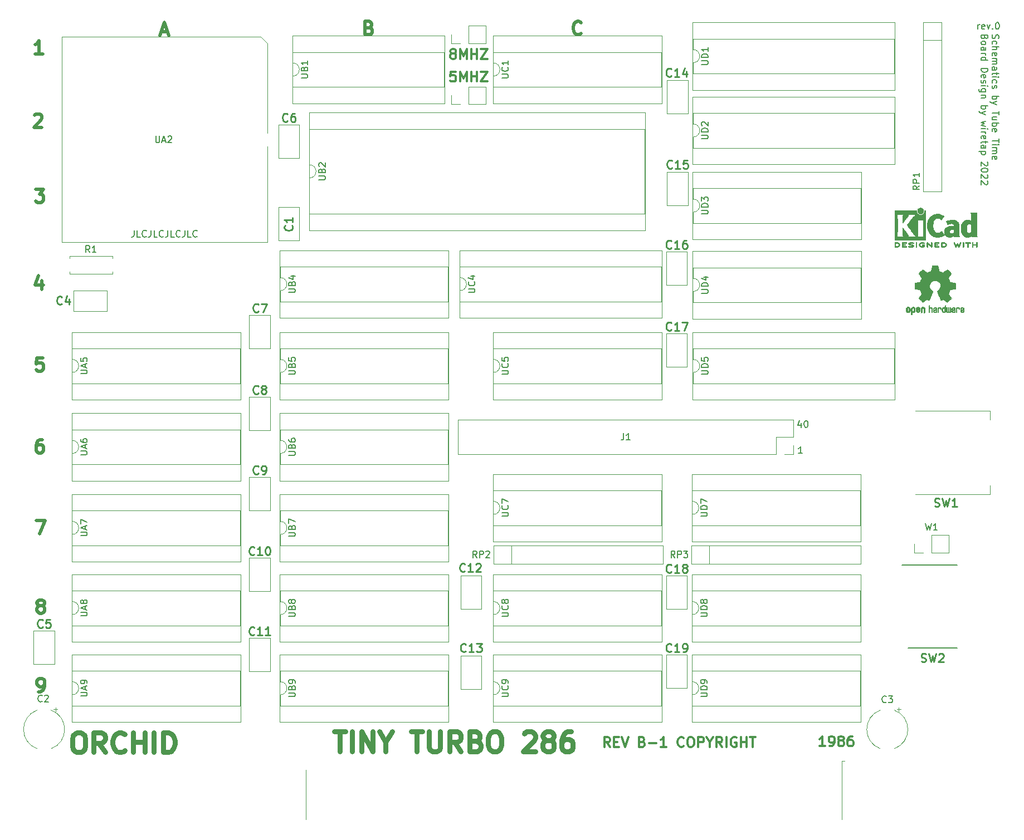
<source format=gbr>
%TF.GenerationSoftware,KiCad,Pcbnew,(5.1.6)-1*%
%TF.CreationDate,2022-09-06T14:02:23-04:00*%
%TF.ProjectId,TinyTurbo286Sch,54696e79-5475-4726-926f-323836536368,rev?*%
%TF.SameCoordinates,Original*%
%TF.FileFunction,Legend,Top*%
%TF.FilePolarity,Positive*%
%FSLAX46Y46*%
G04 Gerber Fmt 4.6, Leading zero omitted, Abs format (unit mm)*
G04 Created by KiCad (PCBNEW (5.1.6)-1) date 2022-09-06 14:02:23*
%MOMM*%
%LPD*%
G01*
G04 APERTURE LIST*
%ADD10C,0.150000*%
%ADD11C,0.500000*%
%ADD12C,0.375000*%
%ADD13C,0.300000*%
%ADD14C,0.750000*%
%ADD15C,0.010000*%
%ADD16C,0.120000*%
%ADD17C,0.100000*%
%ADD18C,0.200000*%
%ADD19C,0.254000*%
G04 APERTURE END LIST*
D10*
X85550952Y-67905380D02*
X85550952Y-68619666D01*
X85503333Y-68762523D01*
X85408095Y-68857761D01*
X85265238Y-68905380D01*
X85170000Y-68905380D01*
X86503333Y-68905380D02*
X86027142Y-68905380D01*
X86027142Y-67905380D01*
X87408095Y-68810142D02*
X87360476Y-68857761D01*
X87217619Y-68905380D01*
X87122380Y-68905380D01*
X86979523Y-68857761D01*
X86884285Y-68762523D01*
X86836666Y-68667285D01*
X86789047Y-68476809D01*
X86789047Y-68333952D01*
X86836666Y-68143476D01*
X86884285Y-68048238D01*
X86979523Y-67953000D01*
X87122380Y-67905380D01*
X87217619Y-67905380D01*
X87360476Y-67953000D01*
X87408095Y-68000619D01*
X88122380Y-67905380D02*
X88122380Y-68619666D01*
X88074761Y-68762523D01*
X87979523Y-68857761D01*
X87836666Y-68905380D01*
X87741428Y-68905380D01*
X89074761Y-68905380D02*
X88598571Y-68905380D01*
X88598571Y-67905380D01*
X89979523Y-68810142D02*
X89931904Y-68857761D01*
X89789047Y-68905380D01*
X89693809Y-68905380D01*
X89550952Y-68857761D01*
X89455714Y-68762523D01*
X89408095Y-68667285D01*
X89360476Y-68476809D01*
X89360476Y-68333952D01*
X89408095Y-68143476D01*
X89455714Y-68048238D01*
X89550952Y-67953000D01*
X89693809Y-67905380D01*
X89789047Y-67905380D01*
X89931904Y-67953000D01*
X89979523Y-68000619D01*
X90693809Y-67905380D02*
X90693809Y-68619666D01*
X90646190Y-68762523D01*
X90550952Y-68857761D01*
X90408095Y-68905380D01*
X90312857Y-68905380D01*
X91646190Y-68905380D02*
X91170000Y-68905380D01*
X91170000Y-67905380D01*
X92550952Y-68810142D02*
X92503333Y-68857761D01*
X92360476Y-68905380D01*
X92265238Y-68905380D01*
X92122380Y-68857761D01*
X92027142Y-68762523D01*
X91979523Y-68667285D01*
X91931904Y-68476809D01*
X91931904Y-68333952D01*
X91979523Y-68143476D01*
X92027142Y-68048238D01*
X92122380Y-67953000D01*
X92265238Y-67905380D01*
X92360476Y-67905380D01*
X92503333Y-67953000D01*
X92550952Y-68000619D01*
X93265238Y-67905380D02*
X93265238Y-68619666D01*
X93217619Y-68762523D01*
X93122380Y-68857761D01*
X92979523Y-68905380D01*
X92884285Y-68905380D01*
X94217619Y-68905380D02*
X93741428Y-68905380D01*
X93741428Y-67905380D01*
X95122380Y-68810142D02*
X95074761Y-68857761D01*
X94931904Y-68905380D01*
X94836666Y-68905380D01*
X94693809Y-68857761D01*
X94598571Y-68762523D01*
X94550952Y-68667285D01*
X94503333Y-68476809D01*
X94503333Y-68333952D01*
X94550952Y-68143476D01*
X94598571Y-68048238D01*
X94693809Y-67953000D01*
X94836666Y-67905380D01*
X94931904Y-67905380D01*
X95074761Y-67953000D01*
X95122380Y-68000619D01*
X214828428Y-38506190D02*
X214780809Y-38649047D01*
X214733190Y-38696666D01*
X214637952Y-38744285D01*
X214495095Y-38744285D01*
X214399857Y-38696666D01*
X214352238Y-38649047D01*
X214304619Y-38553809D01*
X214304619Y-38172857D01*
X215304619Y-38172857D01*
X215304619Y-38506190D01*
X215257000Y-38601428D01*
X215209380Y-38649047D01*
X215114142Y-38696666D01*
X215018904Y-38696666D01*
X214923666Y-38649047D01*
X214876047Y-38601428D01*
X214828428Y-38506190D01*
X214828428Y-38172857D01*
X214304619Y-39315714D02*
X214352238Y-39220476D01*
X214399857Y-39172857D01*
X214495095Y-39125238D01*
X214780809Y-39125238D01*
X214876047Y-39172857D01*
X214923666Y-39220476D01*
X214971285Y-39315714D01*
X214971285Y-39458571D01*
X214923666Y-39553809D01*
X214876047Y-39601428D01*
X214780809Y-39649047D01*
X214495095Y-39649047D01*
X214399857Y-39601428D01*
X214352238Y-39553809D01*
X214304619Y-39458571D01*
X214304619Y-39315714D01*
X214304619Y-40506190D02*
X214828428Y-40506190D01*
X214923666Y-40458571D01*
X214971285Y-40363333D01*
X214971285Y-40172857D01*
X214923666Y-40077619D01*
X214352238Y-40506190D02*
X214304619Y-40410952D01*
X214304619Y-40172857D01*
X214352238Y-40077619D01*
X214447476Y-40030000D01*
X214542714Y-40030000D01*
X214637952Y-40077619D01*
X214685571Y-40172857D01*
X214685571Y-40410952D01*
X214733190Y-40506190D01*
X214304619Y-40982380D02*
X214971285Y-40982380D01*
X214780809Y-40982380D02*
X214876047Y-41030000D01*
X214923666Y-41077619D01*
X214971285Y-41172857D01*
X214971285Y-41268095D01*
X214304619Y-42030000D02*
X215304619Y-42030000D01*
X214352238Y-42030000D02*
X214304619Y-41934761D01*
X214304619Y-41744285D01*
X214352238Y-41649047D01*
X214399857Y-41601428D01*
X214495095Y-41553809D01*
X214780809Y-41553809D01*
X214876047Y-41601428D01*
X214923666Y-41649047D01*
X214971285Y-41744285D01*
X214971285Y-41934761D01*
X214923666Y-42030000D01*
X214304619Y-43268095D02*
X215304619Y-43268095D01*
X215304619Y-43506190D01*
X215257000Y-43649047D01*
X215161761Y-43744285D01*
X215066523Y-43791904D01*
X214876047Y-43839523D01*
X214733190Y-43839523D01*
X214542714Y-43791904D01*
X214447476Y-43744285D01*
X214352238Y-43649047D01*
X214304619Y-43506190D01*
X214304619Y-43268095D01*
X214352238Y-44649047D02*
X214304619Y-44553809D01*
X214304619Y-44363333D01*
X214352238Y-44268095D01*
X214447476Y-44220476D01*
X214828428Y-44220476D01*
X214923666Y-44268095D01*
X214971285Y-44363333D01*
X214971285Y-44553809D01*
X214923666Y-44649047D01*
X214828428Y-44696666D01*
X214733190Y-44696666D01*
X214637952Y-44220476D01*
X214352238Y-45077619D02*
X214304619Y-45172857D01*
X214304619Y-45363333D01*
X214352238Y-45458571D01*
X214447476Y-45506190D01*
X214495095Y-45506190D01*
X214590333Y-45458571D01*
X214637952Y-45363333D01*
X214637952Y-45220476D01*
X214685571Y-45125238D01*
X214780809Y-45077619D01*
X214828428Y-45077619D01*
X214923666Y-45125238D01*
X214971285Y-45220476D01*
X214971285Y-45363333D01*
X214923666Y-45458571D01*
X214304619Y-45934761D02*
X214971285Y-45934761D01*
X215304619Y-45934761D02*
X215257000Y-45887142D01*
X215209380Y-45934761D01*
X215257000Y-45982380D01*
X215304619Y-45934761D01*
X215209380Y-45934761D01*
X214971285Y-46839523D02*
X214161761Y-46839523D01*
X214066523Y-46791904D01*
X214018904Y-46744285D01*
X213971285Y-46649047D01*
X213971285Y-46506190D01*
X214018904Y-46410952D01*
X214352238Y-46839523D02*
X214304619Y-46744285D01*
X214304619Y-46553809D01*
X214352238Y-46458571D01*
X214399857Y-46410952D01*
X214495095Y-46363333D01*
X214780809Y-46363333D01*
X214876047Y-46410952D01*
X214923666Y-46458571D01*
X214971285Y-46553809D01*
X214971285Y-46744285D01*
X214923666Y-46839523D01*
X214971285Y-47315714D02*
X214304619Y-47315714D01*
X214876047Y-47315714D02*
X214923666Y-47363333D01*
X214971285Y-47458571D01*
X214971285Y-47601428D01*
X214923666Y-47696666D01*
X214828428Y-47744285D01*
X214304619Y-47744285D01*
X214304619Y-48982380D02*
X215304619Y-48982380D01*
X214923666Y-48982380D02*
X214971285Y-49077619D01*
X214971285Y-49268095D01*
X214923666Y-49363333D01*
X214876047Y-49410952D01*
X214780809Y-49458571D01*
X214495095Y-49458571D01*
X214399857Y-49410952D01*
X214352238Y-49363333D01*
X214304619Y-49268095D01*
X214304619Y-49077619D01*
X214352238Y-48982380D01*
X214971285Y-49791904D02*
X214304619Y-50030000D01*
X214971285Y-50268095D02*
X214304619Y-50030000D01*
X214066523Y-49934761D01*
X214018904Y-49887142D01*
X213971285Y-49791904D01*
X214971285Y-51315714D02*
X214304619Y-51506190D01*
X214780809Y-51696666D01*
X214304619Y-51887142D01*
X214971285Y-52077619D01*
X214304619Y-52458571D02*
X214971285Y-52458571D01*
X215304619Y-52458571D02*
X215257000Y-52410952D01*
X215209380Y-52458571D01*
X215257000Y-52506190D01*
X215304619Y-52458571D01*
X215209380Y-52458571D01*
X214304619Y-52934761D02*
X214971285Y-52934761D01*
X214780809Y-52934761D02*
X214876047Y-52982380D01*
X214923666Y-53030000D01*
X214971285Y-53125238D01*
X214971285Y-53220476D01*
X214352238Y-53934761D02*
X214304619Y-53839523D01*
X214304619Y-53649047D01*
X214352238Y-53553809D01*
X214447476Y-53506190D01*
X214828428Y-53506190D01*
X214923666Y-53553809D01*
X214971285Y-53649047D01*
X214971285Y-53839523D01*
X214923666Y-53934761D01*
X214828428Y-53982380D01*
X214733190Y-53982380D01*
X214637952Y-53506190D01*
X214971285Y-54268095D02*
X214971285Y-54649047D01*
X215304619Y-54410952D02*
X214447476Y-54410952D01*
X214352238Y-54458571D01*
X214304619Y-54553809D01*
X214304619Y-54649047D01*
X214304619Y-55410952D02*
X214828428Y-55410952D01*
X214923666Y-55363333D01*
X214971285Y-55268095D01*
X214971285Y-55077619D01*
X214923666Y-54982380D01*
X214352238Y-55410952D02*
X214304619Y-55315714D01*
X214304619Y-55077619D01*
X214352238Y-54982380D01*
X214447476Y-54934761D01*
X214542714Y-54934761D01*
X214637952Y-54982380D01*
X214685571Y-55077619D01*
X214685571Y-55315714D01*
X214733190Y-55410952D01*
X214971285Y-55887142D02*
X213971285Y-55887142D01*
X214923666Y-55887142D02*
X214971285Y-55982380D01*
X214971285Y-56172857D01*
X214923666Y-56268095D01*
X214876047Y-56315714D01*
X214780809Y-56363333D01*
X214495095Y-56363333D01*
X214399857Y-56315714D01*
X214352238Y-56268095D01*
X214304619Y-56172857D01*
X214304619Y-55982380D01*
X214352238Y-55887142D01*
X215209380Y-57506190D02*
X215257000Y-57553809D01*
X215304619Y-57649047D01*
X215304619Y-57887142D01*
X215257000Y-57982380D01*
X215209380Y-58030000D01*
X215114142Y-58077619D01*
X215018904Y-58077619D01*
X214876047Y-58030000D01*
X214304619Y-57458571D01*
X214304619Y-58077619D01*
X215304619Y-58696666D02*
X215304619Y-58791904D01*
X215257000Y-58887142D01*
X215209380Y-58934761D01*
X215114142Y-58982380D01*
X214923666Y-59030000D01*
X214685571Y-59030000D01*
X214495095Y-58982380D01*
X214399857Y-58934761D01*
X214352238Y-58887142D01*
X214304619Y-58791904D01*
X214304619Y-58696666D01*
X214352238Y-58601428D01*
X214399857Y-58553809D01*
X214495095Y-58506190D01*
X214685571Y-58458571D01*
X214923666Y-58458571D01*
X215114142Y-58506190D01*
X215209380Y-58553809D01*
X215257000Y-58601428D01*
X215304619Y-58696666D01*
X215209380Y-59410952D02*
X215257000Y-59458571D01*
X215304619Y-59553809D01*
X215304619Y-59791904D01*
X215257000Y-59887142D01*
X215209380Y-59934761D01*
X215114142Y-59982380D01*
X215018904Y-59982380D01*
X214876047Y-59934761D01*
X214304619Y-59363333D01*
X214304619Y-59982380D01*
X215209380Y-60363333D02*
X215257000Y-60410952D01*
X215304619Y-60506190D01*
X215304619Y-60744285D01*
X215257000Y-60839523D01*
X215209380Y-60887142D01*
X215114142Y-60934761D01*
X215018904Y-60934761D01*
X214876047Y-60887142D01*
X214304619Y-60315714D01*
X214304619Y-60934761D01*
X216003238Y-38148809D02*
X215955619Y-38291666D01*
X215955619Y-38529761D01*
X216003238Y-38625000D01*
X216050857Y-38672619D01*
X216146095Y-38720238D01*
X216241333Y-38720238D01*
X216336571Y-38672619D01*
X216384190Y-38625000D01*
X216431809Y-38529761D01*
X216479428Y-38339285D01*
X216527047Y-38244047D01*
X216574666Y-38196428D01*
X216669904Y-38148809D01*
X216765142Y-38148809D01*
X216860380Y-38196428D01*
X216908000Y-38244047D01*
X216955619Y-38339285D01*
X216955619Y-38577380D01*
X216908000Y-38720238D01*
X216003238Y-39577380D02*
X215955619Y-39482142D01*
X215955619Y-39291666D01*
X216003238Y-39196428D01*
X216050857Y-39148809D01*
X216146095Y-39101190D01*
X216431809Y-39101190D01*
X216527047Y-39148809D01*
X216574666Y-39196428D01*
X216622285Y-39291666D01*
X216622285Y-39482142D01*
X216574666Y-39577380D01*
X215955619Y-40005952D02*
X216955619Y-40005952D01*
X215955619Y-40434523D02*
X216479428Y-40434523D01*
X216574666Y-40386904D01*
X216622285Y-40291666D01*
X216622285Y-40148809D01*
X216574666Y-40053571D01*
X216527047Y-40005952D01*
X216003238Y-41291666D02*
X215955619Y-41196428D01*
X215955619Y-41005952D01*
X216003238Y-40910714D01*
X216098476Y-40863095D01*
X216479428Y-40863095D01*
X216574666Y-40910714D01*
X216622285Y-41005952D01*
X216622285Y-41196428D01*
X216574666Y-41291666D01*
X216479428Y-41339285D01*
X216384190Y-41339285D01*
X216288952Y-40863095D01*
X215955619Y-41767857D02*
X216622285Y-41767857D01*
X216527047Y-41767857D02*
X216574666Y-41815476D01*
X216622285Y-41910714D01*
X216622285Y-42053571D01*
X216574666Y-42148809D01*
X216479428Y-42196428D01*
X215955619Y-42196428D01*
X216479428Y-42196428D02*
X216574666Y-42244047D01*
X216622285Y-42339285D01*
X216622285Y-42482142D01*
X216574666Y-42577380D01*
X216479428Y-42625000D01*
X215955619Y-42625000D01*
X215955619Y-43529761D02*
X216479428Y-43529761D01*
X216574666Y-43482142D01*
X216622285Y-43386904D01*
X216622285Y-43196428D01*
X216574666Y-43101190D01*
X216003238Y-43529761D02*
X215955619Y-43434523D01*
X215955619Y-43196428D01*
X216003238Y-43101190D01*
X216098476Y-43053571D01*
X216193714Y-43053571D01*
X216288952Y-43101190D01*
X216336571Y-43196428D01*
X216336571Y-43434523D01*
X216384190Y-43529761D01*
X216622285Y-43863095D02*
X216622285Y-44244047D01*
X216955619Y-44005952D02*
X216098476Y-44005952D01*
X216003238Y-44053571D01*
X215955619Y-44148809D01*
X215955619Y-44244047D01*
X215955619Y-44577380D02*
X216622285Y-44577380D01*
X216955619Y-44577380D02*
X216908000Y-44529761D01*
X216860380Y-44577380D01*
X216908000Y-44625000D01*
X216955619Y-44577380D01*
X216860380Y-44577380D01*
X216003238Y-45482142D02*
X215955619Y-45386904D01*
X215955619Y-45196428D01*
X216003238Y-45101190D01*
X216050857Y-45053571D01*
X216146095Y-45005952D01*
X216431809Y-45005952D01*
X216527047Y-45053571D01*
X216574666Y-45101190D01*
X216622285Y-45196428D01*
X216622285Y-45386904D01*
X216574666Y-45482142D01*
X216003238Y-45863095D02*
X215955619Y-45958333D01*
X215955619Y-46148809D01*
X216003238Y-46244047D01*
X216098476Y-46291666D01*
X216146095Y-46291666D01*
X216241333Y-46244047D01*
X216288952Y-46148809D01*
X216288952Y-46005952D01*
X216336571Y-45910714D01*
X216431809Y-45863095D01*
X216479428Y-45863095D01*
X216574666Y-45910714D01*
X216622285Y-46005952D01*
X216622285Y-46148809D01*
X216574666Y-46244047D01*
X215955619Y-47482142D02*
X216955619Y-47482142D01*
X216574666Y-47482142D02*
X216622285Y-47577380D01*
X216622285Y-47767857D01*
X216574666Y-47863095D01*
X216527047Y-47910714D01*
X216431809Y-47958333D01*
X216146095Y-47958333D01*
X216050857Y-47910714D01*
X216003238Y-47863095D01*
X215955619Y-47767857D01*
X215955619Y-47577380D01*
X216003238Y-47482142D01*
X216622285Y-48291666D02*
X215955619Y-48529761D01*
X216622285Y-48767857D02*
X215955619Y-48529761D01*
X215717523Y-48434523D01*
X215669904Y-48386904D01*
X215622285Y-48291666D01*
X216955619Y-49767857D02*
X216955619Y-50339285D01*
X215955619Y-50053571D02*
X216955619Y-50053571D01*
X216622285Y-51101190D02*
X215955619Y-51101190D01*
X216622285Y-50672619D02*
X216098476Y-50672619D01*
X216003238Y-50720238D01*
X215955619Y-50815476D01*
X215955619Y-50958333D01*
X216003238Y-51053571D01*
X216050857Y-51101190D01*
X215955619Y-51577380D02*
X216955619Y-51577380D01*
X216574666Y-51577380D02*
X216622285Y-51672619D01*
X216622285Y-51863095D01*
X216574666Y-51958333D01*
X216527047Y-52005952D01*
X216431809Y-52053571D01*
X216146095Y-52053571D01*
X216050857Y-52005952D01*
X216003238Y-51958333D01*
X215955619Y-51863095D01*
X215955619Y-51672619D01*
X216003238Y-51577380D01*
X216003238Y-52863095D02*
X215955619Y-52767857D01*
X215955619Y-52577380D01*
X216003238Y-52482142D01*
X216098476Y-52434523D01*
X216479428Y-52434523D01*
X216574666Y-52482142D01*
X216622285Y-52577380D01*
X216622285Y-52767857D01*
X216574666Y-52863095D01*
X216479428Y-52910714D01*
X216384190Y-52910714D01*
X216288952Y-52434523D01*
X216955619Y-53958333D02*
X216955619Y-54529761D01*
X215955619Y-54244047D02*
X216955619Y-54244047D01*
X215955619Y-54863095D02*
X216622285Y-54863095D01*
X216955619Y-54863095D02*
X216908000Y-54815476D01*
X216860380Y-54863095D01*
X216908000Y-54910714D01*
X216955619Y-54863095D01*
X216860380Y-54863095D01*
X215955619Y-55339285D02*
X216622285Y-55339285D01*
X216527047Y-55339285D02*
X216574666Y-55386904D01*
X216622285Y-55482142D01*
X216622285Y-55625000D01*
X216574666Y-55720238D01*
X216479428Y-55767857D01*
X215955619Y-55767857D01*
X216479428Y-55767857D02*
X216574666Y-55815476D01*
X216622285Y-55910714D01*
X216622285Y-56053571D01*
X216574666Y-56148809D01*
X216479428Y-56196428D01*
X215955619Y-56196428D01*
X216003238Y-57053571D02*
X215955619Y-56958333D01*
X215955619Y-56767857D01*
X216003238Y-56672619D01*
X216098476Y-56625000D01*
X216479428Y-56625000D01*
X216574666Y-56672619D01*
X216622285Y-56767857D01*
X216622285Y-56958333D01*
X216574666Y-57053571D01*
X216479428Y-57101190D01*
X216384190Y-57101190D01*
X216288952Y-56625000D01*
X213796761Y-37282380D02*
X213796761Y-36615714D01*
X213796761Y-36806190D02*
X213844380Y-36710952D01*
X213892000Y-36663333D01*
X213987238Y-36615714D01*
X214082476Y-36615714D01*
X214796761Y-37234761D02*
X214701523Y-37282380D01*
X214511047Y-37282380D01*
X214415809Y-37234761D01*
X214368190Y-37139523D01*
X214368190Y-36758571D01*
X214415809Y-36663333D01*
X214511047Y-36615714D01*
X214701523Y-36615714D01*
X214796761Y-36663333D01*
X214844380Y-36758571D01*
X214844380Y-36853809D01*
X214368190Y-36949047D01*
X215177714Y-36615714D02*
X215415809Y-37282380D01*
X215653904Y-36615714D01*
X216034857Y-37187142D02*
X216082476Y-37234761D01*
X216034857Y-37282380D01*
X215987238Y-37234761D01*
X216034857Y-37187142D01*
X216034857Y-37282380D01*
X216701523Y-36282380D02*
X216796761Y-36282380D01*
X216892000Y-36330000D01*
X216939619Y-36377619D01*
X216987238Y-36472857D01*
X217034857Y-36663333D01*
X217034857Y-36901428D01*
X216987238Y-37091904D01*
X216939619Y-37187142D01*
X216892000Y-37234761D01*
X216796761Y-37282380D01*
X216701523Y-37282380D01*
X216606285Y-37234761D01*
X216558666Y-37187142D01*
X216511047Y-37091904D01*
X216463428Y-36901428D01*
X216463428Y-36663333D01*
X216511047Y-36472857D01*
X216558666Y-36377619D01*
X216606285Y-36330000D01*
X216701523Y-36282380D01*
D11*
X153527047Y-37925285D02*
X153431809Y-38020523D01*
X153146095Y-38115761D01*
X152955619Y-38115761D01*
X152669904Y-38020523D01*
X152479428Y-37830047D01*
X152384190Y-37639571D01*
X152288952Y-37258619D01*
X152288952Y-36972904D01*
X152384190Y-36591952D01*
X152479428Y-36401476D01*
X152669904Y-36211000D01*
X152955619Y-36115761D01*
X153146095Y-36115761D01*
X153431809Y-36211000D01*
X153527047Y-36306238D01*
X121300857Y-37068142D02*
X121586571Y-37163380D01*
X121681809Y-37258619D01*
X121777047Y-37449095D01*
X121777047Y-37734809D01*
X121681809Y-37925285D01*
X121586571Y-38020523D01*
X121396095Y-38115761D01*
X120634190Y-38115761D01*
X120634190Y-36115761D01*
X121300857Y-36115761D01*
X121491333Y-36211000D01*
X121586571Y-36306238D01*
X121681809Y-36496714D01*
X121681809Y-36687190D01*
X121586571Y-36877666D01*
X121491333Y-36972904D01*
X121300857Y-37068142D01*
X120634190Y-37068142D01*
X70993047Y-138064761D02*
X71374000Y-138064761D01*
X71564476Y-137969523D01*
X71659714Y-137874285D01*
X71850190Y-137588571D01*
X71945428Y-137207619D01*
X71945428Y-136445714D01*
X71850190Y-136255238D01*
X71754952Y-136160000D01*
X71564476Y-136064761D01*
X71183523Y-136064761D01*
X70993047Y-136160000D01*
X70897809Y-136255238D01*
X70802571Y-136445714D01*
X70802571Y-136921904D01*
X70897809Y-137112380D01*
X70993047Y-137207619D01*
X71183523Y-137302857D01*
X71564476Y-137302857D01*
X71754952Y-137207619D01*
X71850190Y-137112380D01*
X71945428Y-136921904D01*
X71183523Y-124983904D02*
X70993047Y-124888666D01*
X70897809Y-124793428D01*
X70802571Y-124602952D01*
X70802571Y-124507714D01*
X70897809Y-124317238D01*
X70993047Y-124222000D01*
X71183523Y-124126761D01*
X71564476Y-124126761D01*
X71754952Y-124222000D01*
X71850190Y-124317238D01*
X71945428Y-124507714D01*
X71945428Y-124602952D01*
X71850190Y-124793428D01*
X71754952Y-124888666D01*
X71564476Y-124983904D01*
X71183523Y-124983904D01*
X70993047Y-125079142D01*
X70897809Y-125174380D01*
X70802571Y-125364857D01*
X70802571Y-125745809D01*
X70897809Y-125936285D01*
X70993047Y-126031523D01*
X71183523Y-126126761D01*
X71564476Y-126126761D01*
X71754952Y-126031523D01*
X71850190Y-125936285D01*
X71945428Y-125745809D01*
X71945428Y-125364857D01*
X71850190Y-125174380D01*
X71754952Y-125079142D01*
X71564476Y-124983904D01*
X70707333Y-112061761D02*
X72040666Y-112061761D01*
X71183523Y-114061761D01*
X71627952Y-99742761D02*
X71247000Y-99742761D01*
X71056523Y-99838000D01*
X70961285Y-99933238D01*
X70770809Y-100218952D01*
X70675571Y-100599904D01*
X70675571Y-101361809D01*
X70770809Y-101552285D01*
X70866047Y-101647523D01*
X71056523Y-101742761D01*
X71437476Y-101742761D01*
X71627952Y-101647523D01*
X71723190Y-101552285D01*
X71818428Y-101361809D01*
X71818428Y-100885619D01*
X71723190Y-100695142D01*
X71627952Y-100599904D01*
X71437476Y-100504666D01*
X71056523Y-100504666D01*
X70866047Y-100599904D01*
X70770809Y-100695142D01*
X70675571Y-100885619D01*
X71723190Y-87296761D02*
X70770809Y-87296761D01*
X70675571Y-88249142D01*
X70770809Y-88153904D01*
X70961285Y-88058666D01*
X71437476Y-88058666D01*
X71627952Y-88153904D01*
X71723190Y-88249142D01*
X71818428Y-88439619D01*
X71818428Y-88915809D01*
X71723190Y-89106285D01*
X71627952Y-89201523D01*
X71437476Y-89296761D01*
X70961285Y-89296761D01*
X70770809Y-89201523D01*
X70675571Y-89106285D01*
X71500952Y-75517428D02*
X71500952Y-76850761D01*
X71024761Y-74755523D02*
X70548571Y-76184095D01*
X71786666Y-76184095D01*
X70580333Y-61642761D02*
X71818428Y-61642761D01*
X71151761Y-62404666D01*
X71437476Y-62404666D01*
X71627952Y-62499904D01*
X71723190Y-62595142D01*
X71818428Y-62785619D01*
X71818428Y-63261809D01*
X71723190Y-63452285D01*
X71627952Y-63547523D01*
X71437476Y-63642761D01*
X70866047Y-63642761D01*
X70675571Y-63547523D01*
X70580333Y-63452285D01*
X70421571Y-50403238D02*
X70516809Y-50308000D01*
X70707285Y-50212761D01*
X71183476Y-50212761D01*
X71373952Y-50308000D01*
X71469190Y-50403238D01*
X71564428Y-50593714D01*
X71564428Y-50784190D01*
X71469190Y-51069904D01*
X70326333Y-52212761D01*
X71564428Y-52212761D01*
X89693809Y-37671333D02*
X90646190Y-37671333D01*
X89503333Y-38242761D02*
X90170000Y-36242761D01*
X90836666Y-38242761D01*
X71691428Y-41036761D02*
X70548571Y-41036761D01*
X71120000Y-41036761D02*
X71120000Y-39036761D01*
X70929523Y-39322476D01*
X70739047Y-39512952D01*
X70548571Y-39608190D01*
D10*
X186912285Y-97194714D02*
X186912285Y-97861380D01*
X186674190Y-96813761D02*
X186436095Y-97528047D01*
X187055142Y-97528047D01*
X187626571Y-96861380D02*
X187721809Y-96861380D01*
X187817047Y-96909000D01*
X187864666Y-96956619D01*
X187912285Y-97051857D01*
X187959904Y-97242333D01*
X187959904Y-97480428D01*
X187912285Y-97670904D01*
X187864666Y-97766142D01*
X187817047Y-97813761D01*
X187721809Y-97861380D01*
X187626571Y-97861380D01*
X187531333Y-97813761D01*
X187483714Y-97766142D01*
X187436095Y-97670904D01*
X187388476Y-97480428D01*
X187388476Y-97242333D01*
X187436095Y-97051857D01*
X187483714Y-96956619D01*
X187531333Y-96909000D01*
X187626571Y-96861380D01*
X187102714Y-101798380D02*
X186531285Y-101798380D01*
X186817000Y-101798380D02*
X186817000Y-100798380D01*
X186721761Y-100941238D01*
X186626523Y-101036476D01*
X186531285Y-101084095D01*
D12*
X134398000Y-43755571D02*
X133683714Y-43755571D01*
X133612285Y-44469857D01*
X133683714Y-44398428D01*
X133826571Y-44327000D01*
X134183714Y-44327000D01*
X134326571Y-44398428D01*
X134398000Y-44469857D01*
X134469428Y-44612714D01*
X134469428Y-44969857D01*
X134398000Y-45112714D01*
X134326571Y-45184142D01*
X134183714Y-45255571D01*
X133826571Y-45255571D01*
X133683714Y-45184142D01*
X133612285Y-45112714D01*
X135112285Y-45255571D02*
X135112285Y-43755571D01*
X135612285Y-44827000D01*
X136112285Y-43755571D01*
X136112285Y-45255571D01*
X136826571Y-45255571D02*
X136826571Y-43755571D01*
X136826571Y-44469857D02*
X137683714Y-44469857D01*
X137683714Y-45255571D02*
X137683714Y-43755571D01*
X138255142Y-43755571D02*
X139255142Y-43755571D01*
X138255142Y-45255571D01*
X139255142Y-45255571D01*
X133898000Y-40969428D02*
X133755142Y-40898000D01*
X133683714Y-40826571D01*
X133612285Y-40683714D01*
X133612285Y-40612285D01*
X133683714Y-40469428D01*
X133755142Y-40398000D01*
X133898000Y-40326571D01*
X134183714Y-40326571D01*
X134326571Y-40398000D01*
X134398000Y-40469428D01*
X134469428Y-40612285D01*
X134469428Y-40683714D01*
X134398000Y-40826571D01*
X134326571Y-40898000D01*
X134183714Y-40969428D01*
X133898000Y-40969428D01*
X133755142Y-41040857D01*
X133683714Y-41112285D01*
X133612285Y-41255142D01*
X133612285Y-41540857D01*
X133683714Y-41683714D01*
X133755142Y-41755142D01*
X133898000Y-41826571D01*
X134183714Y-41826571D01*
X134326571Y-41755142D01*
X134398000Y-41683714D01*
X134469428Y-41540857D01*
X134469428Y-41255142D01*
X134398000Y-41112285D01*
X134326571Y-41040857D01*
X134183714Y-40969428D01*
X135112285Y-41826571D02*
X135112285Y-40326571D01*
X135612285Y-41398000D01*
X136112285Y-40326571D01*
X136112285Y-41826571D01*
X136826571Y-41826571D02*
X136826571Y-40326571D01*
X136826571Y-41040857D02*
X137683714Y-41040857D01*
X137683714Y-41826571D02*
X137683714Y-40326571D01*
X138255142Y-40326571D02*
X139255142Y-40326571D01*
X138255142Y-41826571D01*
X139255142Y-41826571D01*
D13*
X190563714Y-146347571D02*
X189706571Y-146347571D01*
X190135142Y-146347571D02*
X190135142Y-144847571D01*
X189992285Y-145061857D01*
X189849428Y-145204714D01*
X189706571Y-145276142D01*
X191278000Y-146347571D02*
X191563714Y-146347571D01*
X191706571Y-146276142D01*
X191778000Y-146204714D01*
X191920857Y-145990428D01*
X191992285Y-145704714D01*
X191992285Y-145133285D01*
X191920857Y-144990428D01*
X191849428Y-144919000D01*
X191706571Y-144847571D01*
X191420857Y-144847571D01*
X191278000Y-144919000D01*
X191206571Y-144990428D01*
X191135142Y-145133285D01*
X191135142Y-145490428D01*
X191206571Y-145633285D01*
X191278000Y-145704714D01*
X191420857Y-145776142D01*
X191706571Y-145776142D01*
X191849428Y-145704714D01*
X191920857Y-145633285D01*
X191992285Y-145490428D01*
X192849428Y-145490428D02*
X192706571Y-145419000D01*
X192635142Y-145347571D01*
X192563714Y-145204714D01*
X192563714Y-145133285D01*
X192635142Y-144990428D01*
X192706571Y-144919000D01*
X192849428Y-144847571D01*
X193135142Y-144847571D01*
X193278000Y-144919000D01*
X193349428Y-144990428D01*
X193420857Y-145133285D01*
X193420857Y-145204714D01*
X193349428Y-145347571D01*
X193278000Y-145419000D01*
X193135142Y-145490428D01*
X192849428Y-145490428D01*
X192706571Y-145561857D01*
X192635142Y-145633285D01*
X192563714Y-145776142D01*
X192563714Y-146061857D01*
X192635142Y-146204714D01*
X192706571Y-146276142D01*
X192849428Y-146347571D01*
X193135142Y-146347571D01*
X193278000Y-146276142D01*
X193349428Y-146204714D01*
X193420857Y-146061857D01*
X193420857Y-145776142D01*
X193349428Y-145633285D01*
X193278000Y-145561857D01*
X193135142Y-145490428D01*
X194706571Y-144847571D02*
X194420857Y-144847571D01*
X194278000Y-144919000D01*
X194206571Y-144990428D01*
X194063714Y-145204714D01*
X193992285Y-145490428D01*
X193992285Y-146061857D01*
X194063714Y-146204714D01*
X194135142Y-146276142D01*
X194278000Y-146347571D01*
X194563714Y-146347571D01*
X194706571Y-146276142D01*
X194778000Y-146204714D01*
X194849428Y-146061857D01*
X194849428Y-145704714D01*
X194778000Y-145561857D01*
X194706571Y-145490428D01*
X194563714Y-145419000D01*
X194278000Y-145419000D01*
X194135142Y-145490428D01*
X194063714Y-145561857D01*
X193992285Y-145704714D01*
X157866285Y-146474571D02*
X157366285Y-145760285D01*
X157009142Y-146474571D02*
X157009142Y-144974571D01*
X157580571Y-144974571D01*
X157723428Y-145046000D01*
X157794857Y-145117428D01*
X157866285Y-145260285D01*
X157866285Y-145474571D01*
X157794857Y-145617428D01*
X157723428Y-145688857D01*
X157580571Y-145760285D01*
X157009142Y-145760285D01*
X158509142Y-145688857D02*
X159009142Y-145688857D01*
X159223428Y-146474571D02*
X158509142Y-146474571D01*
X158509142Y-144974571D01*
X159223428Y-144974571D01*
X159652000Y-144974571D02*
X160152000Y-146474571D01*
X160652000Y-144974571D01*
X162794857Y-145688857D02*
X163009142Y-145760285D01*
X163080571Y-145831714D01*
X163152000Y-145974571D01*
X163152000Y-146188857D01*
X163080571Y-146331714D01*
X163009142Y-146403142D01*
X162866285Y-146474571D01*
X162294857Y-146474571D01*
X162294857Y-144974571D01*
X162794857Y-144974571D01*
X162937714Y-145046000D01*
X163009142Y-145117428D01*
X163080571Y-145260285D01*
X163080571Y-145403142D01*
X163009142Y-145546000D01*
X162937714Y-145617428D01*
X162794857Y-145688857D01*
X162294857Y-145688857D01*
X163794857Y-145903142D02*
X164937714Y-145903142D01*
X166437714Y-146474571D02*
X165580571Y-146474571D01*
X166009142Y-146474571D02*
X166009142Y-144974571D01*
X165866285Y-145188857D01*
X165723428Y-145331714D01*
X165580571Y-145403142D01*
X169080571Y-146331714D02*
X169009142Y-146403142D01*
X168794857Y-146474571D01*
X168652000Y-146474571D01*
X168437714Y-146403142D01*
X168294857Y-146260285D01*
X168223428Y-146117428D01*
X168152000Y-145831714D01*
X168152000Y-145617428D01*
X168223428Y-145331714D01*
X168294857Y-145188857D01*
X168437714Y-145046000D01*
X168652000Y-144974571D01*
X168794857Y-144974571D01*
X169009142Y-145046000D01*
X169080571Y-145117428D01*
X170009142Y-144974571D02*
X170294857Y-144974571D01*
X170437714Y-145046000D01*
X170580571Y-145188857D01*
X170652000Y-145474571D01*
X170652000Y-145974571D01*
X170580571Y-146260285D01*
X170437714Y-146403142D01*
X170294857Y-146474571D01*
X170009142Y-146474571D01*
X169866285Y-146403142D01*
X169723428Y-146260285D01*
X169652000Y-145974571D01*
X169652000Y-145474571D01*
X169723428Y-145188857D01*
X169866285Y-145046000D01*
X170009142Y-144974571D01*
X171294857Y-146474571D02*
X171294857Y-144974571D01*
X171866285Y-144974571D01*
X172009142Y-145046000D01*
X172080571Y-145117428D01*
X172152000Y-145260285D01*
X172152000Y-145474571D01*
X172080571Y-145617428D01*
X172009142Y-145688857D01*
X171866285Y-145760285D01*
X171294857Y-145760285D01*
X173080571Y-145760285D02*
X173080571Y-146474571D01*
X172580571Y-144974571D02*
X173080571Y-145760285D01*
X173580571Y-144974571D01*
X174937714Y-146474571D02*
X174437714Y-145760285D01*
X174080571Y-146474571D02*
X174080571Y-144974571D01*
X174652000Y-144974571D01*
X174794857Y-145046000D01*
X174866285Y-145117428D01*
X174937714Y-145260285D01*
X174937714Y-145474571D01*
X174866285Y-145617428D01*
X174794857Y-145688857D01*
X174652000Y-145760285D01*
X174080571Y-145760285D01*
X175580571Y-146474571D02*
X175580571Y-144974571D01*
X177080571Y-145046000D02*
X176937714Y-144974571D01*
X176723428Y-144974571D01*
X176509142Y-145046000D01*
X176366285Y-145188857D01*
X176294857Y-145331714D01*
X176223428Y-145617428D01*
X176223428Y-145831714D01*
X176294857Y-146117428D01*
X176366285Y-146260285D01*
X176509142Y-146403142D01*
X176723428Y-146474571D01*
X176866285Y-146474571D01*
X177080571Y-146403142D01*
X177152000Y-146331714D01*
X177152000Y-145831714D01*
X176866285Y-145831714D01*
X177794857Y-146474571D02*
X177794857Y-144974571D01*
X177794857Y-145688857D02*
X178652000Y-145688857D01*
X178652000Y-146474571D02*
X178652000Y-144974571D01*
X179152000Y-144974571D02*
X180009142Y-144974571D01*
X179580571Y-146474571D02*
X179580571Y-144974571D01*
D14*
X115953285Y-144153142D02*
X117667571Y-144153142D01*
X116810428Y-147153142D02*
X116810428Y-144153142D01*
X118667571Y-147153142D02*
X118667571Y-144153142D01*
X120096142Y-147153142D02*
X120096142Y-144153142D01*
X121810428Y-147153142D01*
X121810428Y-144153142D01*
X123810428Y-145724571D02*
X123810428Y-147153142D01*
X122810428Y-144153142D02*
X123810428Y-145724571D01*
X124810428Y-144153142D01*
X127667571Y-144153142D02*
X129381857Y-144153142D01*
X128524714Y-147153142D02*
X128524714Y-144153142D01*
X130381857Y-144153142D02*
X130381857Y-146581714D01*
X130524714Y-146867428D01*
X130667571Y-147010285D01*
X130953285Y-147153142D01*
X131524714Y-147153142D01*
X131810428Y-147010285D01*
X131953285Y-146867428D01*
X132096142Y-146581714D01*
X132096142Y-144153142D01*
X135239000Y-147153142D02*
X134239000Y-145724571D01*
X133524714Y-147153142D02*
X133524714Y-144153142D01*
X134667571Y-144153142D01*
X134953285Y-144296000D01*
X135096142Y-144438857D01*
X135239000Y-144724571D01*
X135239000Y-145153142D01*
X135096142Y-145438857D01*
X134953285Y-145581714D01*
X134667571Y-145724571D01*
X133524714Y-145724571D01*
X137524714Y-145581714D02*
X137953285Y-145724571D01*
X138096142Y-145867428D01*
X138239000Y-146153142D01*
X138239000Y-146581714D01*
X138096142Y-146867428D01*
X137953285Y-147010285D01*
X137667571Y-147153142D01*
X136524714Y-147153142D01*
X136524714Y-144153142D01*
X137524714Y-144153142D01*
X137810428Y-144296000D01*
X137953285Y-144438857D01*
X138096142Y-144724571D01*
X138096142Y-145010285D01*
X137953285Y-145296000D01*
X137810428Y-145438857D01*
X137524714Y-145581714D01*
X136524714Y-145581714D01*
X140096142Y-144153142D02*
X140667571Y-144153142D01*
X140953285Y-144296000D01*
X141239000Y-144581714D01*
X141381857Y-145153142D01*
X141381857Y-146153142D01*
X141239000Y-146724571D01*
X140953285Y-147010285D01*
X140667571Y-147153142D01*
X140096142Y-147153142D01*
X139810428Y-147010285D01*
X139524714Y-146724571D01*
X139381857Y-146153142D01*
X139381857Y-145153142D01*
X139524714Y-144581714D01*
X139810428Y-144296000D01*
X140096142Y-144153142D01*
X144810428Y-144438857D02*
X144953285Y-144296000D01*
X145239000Y-144153142D01*
X145953285Y-144153142D01*
X146239000Y-144296000D01*
X146381857Y-144438857D01*
X146524714Y-144724571D01*
X146524714Y-145010285D01*
X146381857Y-145438857D01*
X144667571Y-147153142D01*
X146524714Y-147153142D01*
X148239000Y-145438857D02*
X147953285Y-145296000D01*
X147810428Y-145153142D01*
X147667571Y-144867428D01*
X147667571Y-144724571D01*
X147810428Y-144438857D01*
X147953285Y-144296000D01*
X148239000Y-144153142D01*
X148810428Y-144153142D01*
X149096142Y-144296000D01*
X149239000Y-144438857D01*
X149381857Y-144724571D01*
X149381857Y-144867428D01*
X149239000Y-145153142D01*
X149096142Y-145296000D01*
X148810428Y-145438857D01*
X148239000Y-145438857D01*
X147953285Y-145581714D01*
X147810428Y-145724571D01*
X147667571Y-146010285D01*
X147667571Y-146581714D01*
X147810428Y-146867428D01*
X147953285Y-147010285D01*
X148239000Y-147153142D01*
X148810428Y-147153142D01*
X149096142Y-147010285D01*
X149239000Y-146867428D01*
X149381857Y-146581714D01*
X149381857Y-146010285D01*
X149239000Y-145724571D01*
X149096142Y-145581714D01*
X148810428Y-145438857D01*
X151953285Y-144153142D02*
X151381857Y-144153142D01*
X151096142Y-144296000D01*
X150953285Y-144438857D01*
X150667571Y-144867428D01*
X150524714Y-145438857D01*
X150524714Y-146581714D01*
X150667571Y-146867428D01*
X150810428Y-147010285D01*
X151096142Y-147153142D01*
X151667571Y-147153142D01*
X151953285Y-147010285D01*
X152096142Y-146867428D01*
X152239000Y-146581714D01*
X152239000Y-145867428D01*
X152096142Y-145581714D01*
X151953285Y-145438857D01*
X151667571Y-145296000D01*
X151096142Y-145296000D01*
X150810428Y-145438857D01*
X150667571Y-145581714D01*
X150524714Y-145867428D01*
X76875571Y-144280142D02*
X77447000Y-144280142D01*
X77732714Y-144423000D01*
X78018428Y-144708714D01*
X78161285Y-145280142D01*
X78161285Y-146280142D01*
X78018428Y-146851571D01*
X77732714Y-147137285D01*
X77447000Y-147280142D01*
X76875571Y-147280142D01*
X76589857Y-147137285D01*
X76304142Y-146851571D01*
X76161285Y-146280142D01*
X76161285Y-145280142D01*
X76304142Y-144708714D01*
X76589857Y-144423000D01*
X76875571Y-144280142D01*
X81161285Y-147280142D02*
X80161285Y-145851571D01*
X79447000Y-147280142D02*
X79447000Y-144280142D01*
X80589857Y-144280142D01*
X80875571Y-144423000D01*
X81018428Y-144565857D01*
X81161285Y-144851571D01*
X81161285Y-145280142D01*
X81018428Y-145565857D01*
X80875571Y-145708714D01*
X80589857Y-145851571D01*
X79447000Y-145851571D01*
X84161285Y-146994428D02*
X84018428Y-147137285D01*
X83589857Y-147280142D01*
X83304142Y-147280142D01*
X82875571Y-147137285D01*
X82589857Y-146851571D01*
X82447000Y-146565857D01*
X82304142Y-145994428D01*
X82304142Y-145565857D01*
X82447000Y-144994428D01*
X82589857Y-144708714D01*
X82875571Y-144423000D01*
X83304142Y-144280142D01*
X83589857Y-144280142D01*
X84018428Y-144423000D01*
X84161285Y-144565857D01*
X85447000Y-147280142D02*
X85447000Y-144280142D01*
X85447000Y-145708714D02*
X87161285Y-145708714D01*
X87161285Y-147280142D02*
X87161285Y-144280142D01*
X88589857Y-147280142D02*
X88589857Y-144280142D01*
X90018428Y-147280142D02*
X90018428Y-144280142D01*
X90732714Y-144280142D01*
X91161285Y-144423000D01*
X91447000Y-144708714D01*
X91589857Y-144994428D01*
X91732714Y-145565857D01*
X91732714Y-145994428D01*
X91589857Y-146565857D01*
X91447000Y-146851571D01*
X91161285Y-147137285D01*
X90732714Y-147280142D01*
X90018428Y-147280142D01*
D15*
%TO.C,REF\u002A\u002A*%
G36*
X207403878Y-73249776D02*
G01*
X207509612Y-73250355D01*
X207586132Y-73251922D01*
X207638372Y-73254972D01*
X207671263Y-73259996D01*
X207689737Y-73267489D01*
X207698727Y-73277944D01*
X207703163Y-73291853D01*
X207703594Y-73293654D01*
X207710333Y-73326145D01*
X207722808Y-73390252D01*
X207739719Y-73479151D01*
X207759771Y-73586019D01*
X207781664Y-73704033D01*
X207782429Y-73708178D01*
X207804359Y-73823831D01*
X207824877Y-73926014D01*
X207842659Y-74008598D01*
X207856381Y-74065456D01*
X207864718Y-74090458D01*
X207865116Y-74090901D01*
X207889677Y-74103110D01*
X207940315Y-74123456D01*
X208006095Y-74147545D01*
X208006461Y-74147674D01*
X208089317Y-74178818D01*
X208187000Y-74218491D01*
X208279077Y-74258381D01*
X208283434Y-74260353D01*
X208433407Y-74328420D01*
X208765498Y-74101639D01*
X208867374Y-74032504D01*
X208959657Y-73970697D01*
X209037003Y-73919733D01*
X209094064Y-73883127D01*
X209125495Y-73864394D01*
X209128479Y-73863004D01*
X209151321Y-73869190D01*
X209193982Y-73899035D01*
X209258128Y-73953947D01*
X209345421Y-74035334D01*
X209434535Y-74121922D01*
X209520441Y-74207247D01*
X209597327Y-74285108D01*
X209660564Y-74350697D01*
X209705523Y-74399205D01*
X209727576Y-74425825D01*
X209728396Y-74427195D01*
X209730834Y-74445463D01*
X209721650Y-74475295D01*
X209698574Y-74520721D01*
X209659337Y-74585770D01*
X209601670Y-74674470D01*
X209524795Y-74788657D01*
X209456570Y-74889162D01*
X209395582Y-74979303D01*
X209345356Y-75053849D01*
X209309416Y-75107565D01*
X209291287Y-75135218D01*
X209290146Y-75137095D01*
X209292359Y-75163590D01*
X209309138Y-75215086D01*
X209337142Y-75281851D01*
X209347122Y-75303172D01*
X209390672Y-75398159D01*
X209437134Y-75505937D01*
X209474877Y-75599192D01*
X209502073Y-75668406D01*
X209523675Y-75721006D01*
X209536158Y-75748497D01*
X209537709Y-75750616D01*
X209560668Y-75754124D01*
X209614786Y-75763738D01*
X209692868Y-75778089D01*
X209787719Y-75795807D01*
X209892143Y-75815525D01*
X209998944Y-75835874D01*
X210100926Y-75855486D01*
X210190894Y-75872991D01*
X210261653Y-75887022D01*
X210306006Y-75896209D01*
X210316885Y-75898807D01*
X210328122Y-75905218D01*
X210336605Y-75919697D01*
X210342714Y-75947133D01*
X210346832Y-75992411D01*
X210349341Y-76060420D01*
X210350621Y-76156047D01*
X210351054Y-76284180D01*
X210351077Y-76336701D01*
X210351077Y-76763845D01*
X210248500Y-76784091D01*
X210191431Y-76795070D01*
X210106269Y-76811095D01*
X210003372Y-76830233D01*
X209893096Y-76850551D01*
X209862615Y-76856132D01*
X209760855Y-76875917D01*
X209672205Y-76895373D01*
X209604108Y-76912697D01*
X209564004Y-76926088D01*
X209557323Y-76930079D01*
X209540919Y-76958342D01*
X209517399Y-77013109D01*
X209491316Y-77083588D01*
X209486142Y-77098769D01*
X209451956Y-77192896D01*
X209409523Y-77299101D01*
X209367997Y-77394473D01*
X209367792Y-77394916D01*
X209298640Y-77544525D01*
X209753512Y-78213617D01*
X209461500Y-78506116D01*
X209373180Y-78593170D01*
X209292625Y-78669909D01*
X209224360Y-78732237D01*
X209172908Y-78776056D01*
X209142794Y-78797270D01*
X209138474Y-78798616D01*
X209113111Y-78788016D01*
X209061358Y-78758547D01*
X208988868Y-78713705D01*
X208901294Y-78656984D01*
X208806612Y-78593462D01*
X208710516Y-78528668D01*
X208624837Y-78472287D01*
X208555016Y-78427788D01*
X208506494Y-78398639D01*
X208484782Y-78388308D01*
X208458293Y-78397050D01*
X208408062Y-78420087D01*
X208344451Y-78452631D01*
X208337708Y-78456249D01*
X208252046Y-78499210D01*
X208193306Y-78520279D01*
X208156772Y-78520503D01*
X208137731Y-78500928D01*
X208137620Y-78500654D01*
X208128102Y-78477472D01*
X208105403Y-78422441D01*
X208071282Y-78339822D01*
X208027500Y-78233872D01*
X207975816Y-78108852D01*
X207917992Y-77969020D01*
X207861991Y-77833637D01*
X207800447Y-77684234D01*
X207743939Y-77545832D01*
X207694161Y-77422673D01*
X207652806Y-77319002D01*
X207621568Y-77239059D01*
X207602141Y-77187088D01*
X207596154Y-77167692D01*
X207611168Y-77145443D01*
X207650439Y-77109982D01*
X207702807Y-77070887D01*
X207851941Y-76947245D01*
X207968511Y-76805522D01*
X208051118Y-76648704D01*
X208098366Y-76479775D01*
X208108857Y-76301722D01*
X208101231Y-76219539D01*
X208059682Y-76049031D01*
X207988123Y-75898459D01*
X207890995Y-75769309D01*
X207772734Y-75663064D01*
X207637780Y-75581210D01*
X207490571Y-75525232D01*
X207335544Y-75496615D01*
X207177139Y-75496844D01*
X207019794Y-75527405D01*
X206867946Y-75589782D01*
X206726035Y-75685460D01*
X206666803Y-75739572D01*
X206553203Y-75878520D01*
X206474106Y-76030361D01*
X206428986Y-76190667D01*
X206417316Y-76355012D01*
X206438569Y-76518971D01*
X206492220Y-76678118D01*
X206577740Y-76828025D01*
X206694605Y-76964267D01*
X206825193Y-77070887D01*
X206879588Y-77111642D01*
X206918014Y-77146718D01*
X206931846Y-77167726D01*
X206924603Y-77190635D01*
X206904005Y-77245365D01*
X206871746Y-77327672D01*
X206829521Y-77433315D01*
X206779023Y-77558050D01*
X206721948Y-77697636D01*
X206665854Y-77833670D01*
X206603967Y-77983201D01*
X206546644Y-78121767D01*
X206495644Y-78245107D01*
X206452727Y-78348964D01*
X206419653Y-78429080D01*
X206398181Y-78481195D01*
X206390225Y-78500654D01*
X206371429Y-78520423D01*
X206335074Y-78520365D01*
X206276479Y-78499441D01*
X206190968Y-78456613D01*
X206190292Y-78456249D01*
X206125907Y-78423012D01*
X206073861Y-78398802D01*
X206044512Y-78388404D01*
X206043217Y-78388308D01*
X206021124Y-78398855D01*
X205972348Y-78428184D01*
X205902331Y-78472827D01*
X205816514Y-78529314D01*
X205721388Y-78593462D01*
X205624540Y-78658411D01*
X205537253Y-78714896D01*
X205465181Y-78759421D01*
X205413977Y-78788490D01*
X205389526Y-78798616D01*
X205367010Y-78785307D01*
X205321742Y-78748112D01*
X205258244Y-78691128D01*
X205181039Y-78618449D01*
X205094651Y-78534171D01*
X205066399Y-78506016D01*
X204774287Y-78213416D01*
X204996631Y-77887104D01*
X205064202Y-77786897D01*
X205123507Y-77696963D01*
X205171217Y-77622510D01*
X205204007Y-77568751D01*
X205218548Y-77540894D01*
X205218974Y-77538912D01*
X205211308Y-77512655D01*
X205190689Y-77459837D01*
X205160685Y-77389310D01*
X205139625Y-77342093D01*
X205100248Y-77251694D01*
X205063165Y-77160366D01*
X205034415Y-77083200D01*
X205026605Y-77059692D01*
X205004417Y-76996916D01*
X204982727Y-76948411D01*
X204970813Y-76930079D01*
X204944523Y-76918859D01*
X204887142Y-76902954D01*
X204806118Y-76884167D01*
X204708895Y-76864299D01*
X204665385Y-76856132D01*
X204554896Y-76835829D01*
X204448916Y-76816170D01*
X204357801Y-76799088D01*
X204291908Y-76786518D01*
X204279500Y-76784091D01*
X204176923Y-76763845D01*
X204176923Y-76336701D01*
X204177153Y-76196246D01*
X204178099Y-76089979D01*
X204180141Y-76013013D01*
X204183662Y-75960460D01*
X204189043Y-75927433D01*
X204196666Y-75909045D01*
X204206912Y-75900408D01*
X204211115Y-75898807D01*
X204236470Y-75893127D01*
X204292484Y-75881795D01*
X204371964Y-75866179D01*
X204467712Y-75847647D01*
X204572533Y-75827569D01*
X204679232Y-75807312D01*
X204780613Y-75788246D01*
X204869479Y-75771739D01*
X204938637Y-75759159D01*
X204980889Y-75751875D01*
X204990290Y-75750616D01*
X204998807Y-75733763D01*
X205017660Y-75688870D01*
X205043324Y-75624430D01*
X205053123Y-75599192D01*
X205092648Y-75501686D01*
X205139192Y-75393959D01*
X205180877Y-75303172D01*
X205211550Y-75233753D01*
X205231956Y-75176710D01*
X205238768Y-75141777D01*
X205237682Y-75137095D01*
X205223285Y-75114991D01*
X205190412Y-75065831D01*
X205142590Y-74994848D01*
X205083348Y-74907278D01*
X205016215Y-74808357D01*
X205002941Y-74788830D01*
X204925046Y-74673140D01*
X204867787Y-74585044D01*
X204828881Y-74520486D01*
X204806044Y-74475411D01*
X204796994Y-74445763D01*
X204799448Y-74427485D01*
X204799511Y-74427369D01*
X204818827Y-74403361D01*
X204861551Y-74356947D01*
X204923051Y-74292937D01*
X204998698Y-74216145D01*
X205083861Y-74131382D01*
X205093465Y-74121922D01*
X205200790Y-74017989D01*
X205283615Y-73941675D01*
X205343605Y-73891571D01*
X205382423Y-73866270D01*
X205399520Y-73863004D01*
X205424473Y-73877250D01*
X205476255Y-73910156D01*
X205549520Y-73958208D01*
X205638920Y-74017890D01*
X205739111Y-74085688D01*
X205762501Y-74101639D01*
X206094593Y-74328420D01*
X206244565Y-74260353D01*
X206335770Y-74220685D01*
X206433669Y-74180791D01*
X206517831Y-74148983D01*
X206521538Y-74147674D01*
X206587369Y-74123576D01*
X206638116Y-74103200D01*
X206662842Y-74090936D01*
X206662884Y-74090901D01*
X206670729Y-74068734D01*
X206684066Y-74014217D01*
X206701570Y-73933480D01*
X206721917Y-73832650D01*
X206743782Y-73717856D01*
X206745571Y-73708178D01*
X206767504Y-73589904D01*
X206787640Y-73482542D01*
X206804680Y-73392917D01*
X206817328Y-73327851D01*
X206824284Y-73294168D01*
X206824406Y-73293654D01*
X206828639Y-73279325D01*
X206836871Y-73268507D01*
X206854033Y-73260706D01*
X206885058Y-73255429D01*
X206934878Y-73252182D01*
X207008424Y-73250472D01*
X207110629Y-73249807D01*
X207246425Y-73249693D01*
X207264000Y-73249692D01*
X207403878Y-73249776D01*
G37*
X207403878Y-73249776D02*
X207509612Y-73250355D01*
X207586132Y-73251922D01*
X207638372Y-73254972D01*
X207671263Y-73259996D01*
X207689737Y-73267489D01*
X207698727Y-73277944D01*
X207703163Y-73291853D01*
X207703594Y-73293654D01*
X207710333Y-73326145D01*
X207722808Y-73390252D01*
X207739719Y-73479151D01*
X207759771Y-73586019D01*
X207781664Y-73704033D01*
X207782429Y-73708178D01*
X207804359Y-73823831D01*
X207824877Y-73926014D01*
X207842659Y-74008598D01*
X207856381Y-74065456D01*
X207864718Y-74090458D01*
X207865116Y-74090901D01*
X207889677Y-74103110D01*
X207940315Y-74123456D01*
X208006095Y-74147545D01*
X208006461Y-74147674D01*
X208089317Y-74178818D01*
X208187000Y-74218491D01*
X208279077Y-74258381D01*
X208283434Y-74260353D01*
X208433407Y-74328420D01*
X208765498Y-74101639D01*
X208867374Y-74032504D01*
X208959657Y-73970697D01*
X209037003Y-73919733D01*
X209094064Y-73883127D01*
X209125495Y-73864394D01*
X209128479Y-73863004D01*
X209151321Y-73869190D01*
X209193982Y-73899035D01*
X209258128Y-73953947D01*
X209345421Y-74035334D01*
X209434535Y-74121922D01*
X209520441Y-74207247D01*
X209597327Y-74285108D01*
X209660564Y-74350697D01*
X209705523Y-74399205D01*
X209727576Y-74425825D01*
X209728396Y-74427195D01*
X209730834Y-74445463D01*
X209721650Y-74475295D01*
X209698574Y-74520721D01*
X209659337Y-74585770D01*
X209601670Y-74674470D01*
X209524795Y-74788657D01*
X209456570Y-74889162D01*
X209395582Y-74979303D01*
X209345356Y-75053849D01*
X209309416Y-75107565D01*
X209291287Y-75135218D01*
X209290146Y-75137095D01*
X209292359Y-75163590D01*
X209309138Y-75215086D01*
X209337142Y-75281851D01*
X209347122Y-75303172D01*
X209390672Y-75398159D01*
X209437134Y-75505937D01*
X209474877Y-75599192D01*
X209502073Y-75668406D01*
X209523675Y-75721006D01*
X209536158Y-75748497D01*
X209537709Y-75750616D01*
X209560668Y-75754124D01*
X209614786Y-75763738D01*
X209692868Y-75778089D01*
X209787719Y-75795807D01*
X209892143Y-75815525D01*
X209998944Y-75835874D01*
X210100926Y-75855486D01*
X210190894Y-75872991D01*
X210261653Y-75887022D01*
X210306006Y-75896209D01*
X210316885Y-75898807D01*
X210328122Y-75905218D01*
X210336605Y-75919697D01*
X210342714Y-75947133D01*
X210346832Y-75992411D01*
X210349341Y-76060420D01*
X210350621Y-76156047D01*
X210351054Y-76284180D01*
X210351077Y-76336701D01*
X210351077Y-76763845D01*
X210248500Y-76784091D01*
X210191431Y-76795070D01*
X210106269Y-76811095D01*
X210003372Y-76830233D01*
X209893096Y-76850551D01*
X209862615Y-76856132D01*
X209760855Y-76875917D01*
X209672205Y-76895373D01*
X209604108Y-76912697D01*
X209564004Y-76926088D01*
X209557323Y-76930079D01*
X209540919Y-76958342D01*
X209517399Y-77013109D01*
X209491316Y-77083588D01*
X209486142Y-77098769D01*
X209451956Y-77192896D01*
X209409523Y-77299101D01*
X209367997Y-77394473D01*
X209367792Y-77394916D01*
X209298640Y-77544525D01*
X209753512Y-78213617D01*
X209461500Y-78506116D01*
X209373180Y-78593170D01*
X209292625Y-78669909D01*
X209224360Y-78732237D01*
X209172908Y-78776056D01*
X209142794Y-78797270D01*
X209138474Y-78798616D01*
X209113111Y-78788016D01*
X209061358Y-78758547D01*
X208988868Y-78713705D01*
X208901294Y-78656984D01*
X208806612Y-78593462D01*
X208710516Y-78528668D01*
X208624837Y-78472287D01*
X208555016Y-78427788D01*
X208506494Y-78398639D01*
X208484782Y-78388308D01*
X208458293Y-78397050D01*
X208408062Y-78420087D01*
X208344451Y-78452631D01*
X208337708Y-78456249D01*
X208252046Y-78499210D01*
X208193306Y-78520279D01*
X208156772Y-78520503D01*
X208137731Y-78500928D01*
X208137620Y-78500654D01*
X208128102Y-78477472D01*
X208105403Y-78422441D01*
X208071282Y-78339822D01*
X208027500Y-78233872D01*
X207975816Y-78108852D01*
X207917992Y-77969020D01*
X207861991Y-77833637D01*
X207800447Y-77684234D01*
X207743939Y-77545832D01*
X207694161Y-77422673D01*
X207652806Y-77319002D01*
X207621568Y-77239059D01*
X207602141Y-77187088D01*
X207596154Y-77167692D01*
X207611168Y-77145443D01*
X207650439Y-77109982D01*
X207702807Y-77070887D01*
X207851941Y-76947245D01*
X207968511Y-76805522D01*
X208051118Y-76648704D01*
X208098366Y-76479775D01*
X208108857Y-76301722D01*
X208101231Y-76219539D01*
X208059682Y-76049031D01*
X207988123Y-75898459D01*
X207890995Y-75769309D01*
X207772734Y-75663064D01*
X207637780Y-75581210D01*
X207490571Y-75525232D01*
X207335544Y-75496615D01*
X207177139Y-75496844D01*
X207019794Y-75527405D01*
X206867946Y-75589782D01*
X206726035Y-75685460D01*
X206666803Y-75739572D01*
X206553203Y-75878520D01*
X206474106Y-76030361D01*
X206428986Y-76190667D01*
X206417316Y-76355012D01*
X206438569Y-76518971D01*
X206492220Y-76678118D01*
X206577740Y-76828025D01*
X206694605Y-76964267D01*
X206825193Y-77070887D01*
X206879588Y-77111642D01*
X206918014Y-77146718D01*
X206931846Y-77167726D01*
X206924603Y-77190635D01*
X206904005Y-77245365D01*
X206871746Y-77327672D01*
X206829521Y-77433315D01*
X206779023Y-77558050D01*
X206721948Y-77697636D01*
X206665854Y-77833670D01*
X206603967Y-77983201D01*
X206546644Y-78121767D01*
X206495644Y-78245107D01*
X206452727Y-78348964D01*
X206419653Y-78429080D01*
X206398181Y-78481195D01*
X206390225Y-78500654D01*
X206371429Y-78520423D01*
X206335074Y-78520365D01*
X206276479Y-78499441D01*
X206190968Y-78456613D01*
X206190292Y-78456249D01*
X206125907Y-78423012D01*
X206073861Y-78398802D01*
X206044512Y-78388404D01*
X206043217Y-78388308D01*
X206021124Y-78398855D01*
X205972348Y-78428184D01*
X205902331Y-78472827D01*
X205816514Y-78529314D01*
X205721388Y-78593462D01*
X205624540Y-78658411D01*
X205537253Y-78714896D01*
X205465181Y-78759421D01*
X205413977Y-78788490D01*
X205389526Y-78798616D01*
X205367010Y-78785307D01*
X205321742Y-78748112D01*
X205258244Y-78691128D01*
X205181039Y-78618449D01*
X205094651Y-78534171D01*
X205066399Y-78506016D01*
X204774287Y-78213416D01*
X204996631Y-77887104D01*
X205064202Y-77786897D01*
X205123507Y-77696963D01*
X205171217Y-77622510D01*
X205204007Y-77568751D01*
X205218548Y-77540894D01*
X205218974Y-77538912D01*
X205211308Y-77512655D01*
X205190689Y-77459837D01*
X205160685Y-77389310D01*
X205139625Y-77342093D01*
X205100248Y-77251694D01*
X205063165Y-77160366D01*
X205034415Y-77083200D01*
X205026605Y-77059692D01*
X205004417Y-76996916D01*
X204982727Y-76948411D01*
X204970813Y-76930079D01*
X204944523Y-76918859D01*
X204887142Y-76902954D01*
X204806118Y-76884167D01*
X204708895Y-76864299D01*
X204665385Y-76856132D01*
X204554896Y-76835829D01*
X204448916Y-76816170D01*
X204357801Y-76799088D01*
X204291908Y-76786518D01*
X204279500Y-76784091D01*
X204176923Y-76763845D01*
X204176923Y-76336701D01*
X204177153Y-76196246D01*
X204178099Y-76089979D01*
X204180141Y-76013013D01*
X204183662Y-75960460D01*
X204189043Y-75927433D01*
X204196666Y-75909045D01*
X204206912Y-75900408D01*
X204211115Y-75898807D01*
X204236470Y-75893127D01*
X204292484Y-75881795D01*
X204371964Y-75866179D01*
X204467712Y-75847647D01*
X204572533Y-75827569D01*
X204679232Y-75807312D01*
X204780613Y-75788246D01*
X204869479Y-75771739D01*
X204938637Y-75759159D01*
X204980889Y-75751875D01*
X204990290Y-75750616D01*
X204998807Y-75733763D01*
X205017660Y-75688870D01*
X205043324Y-75624430D01*
X205053123Y-75599192D01*
X205092648Y-75501686D01*
X205139192Y-75393959D01*
X205180877Y-75303172D01*
X205211550Y-75233753D01*
X205231956Y-75176710D01*
X205238768Y-75141777D01*
X205237682Y-75137095D01*
X205223285Y-75114991D01*
X205190412Y-75065831D01*
X205142590Y-74994848D01*
X205083348Y-74907278D01*
X205016215Y-74808357D01*
X205002941Y-74788830D01*
X204925046Y-74673140D01*
X204867787Y-74585044D01*
X204828881Y-74520486D01*
X204806044Y-74475411D01*
X204796994Y-74445763D01*
X204799448Y-74427485D01*
X204799511Y-74427369D01*
X204818827Y-74403361D01*
X204861551Y-74356947D01*
X204923051Y-74292937D01*
X204998698Y-74216145D01*
X205083861Y-74131382D01*
X205093465Y-74121922D01*
X205200790Y-74017989D01*
X205283615Y-73941675D01*
X205343605Y-73891571D01*
X205382423Y-73866270D01*
X205399520Y-73863004D01*
X205424473Y-73877250D01*
X205476255Y-73910156D01*
X205549520Y-73958208D01*
X205638920Y-74017890D01*
X205739111Y-74085688D01*
X205762501Y-74101639D01*
X206094593Y-74328420D01*
X206244565Y-74260353D01*
X206335770Y-74220685D01*
X206433669Y-74180791D01*
X206517831Y-74148983D01*
X206521538Y-74147674D01*
X206587369Y-74123576D01*
X206638116Y-74103200D01*
X206662842Y-74090936D01*
X206662884Y-74090901D01*
X206670729Y-74068734D01*
X206684066Y-74014217D01*
X206701570Y-73933480D01*
X206721917Y-73832650D01*
X206743782Y-73717856D01*
X206745571Y-73708178D01*
X206767504Y-73589904D01*
X206787640Y-73482542D01*
X206804680Y-73392917D01*
X206817328Y-73327851D01*
X206824284Y-73294168D01*
X206824406Y-73293654D01*
X206828639Y-73279325D01*
X206836871Y-73268507D01*
X206854033Y-73260706D01*
X206885058Y-73255429D01*
X206934878Y-73252182D01*
X207008424Y-73250472D01*
X207110629Y-73249807D01*
X207246425Y-73249693D01*
X207264000Y-73249692D01*
X207403878Y-73249776D01*
G36*
X211509224Y-79609838D02*
G01*
X211586528Y-79660361D01*
X211623814Y-79705590D01*
X211653353Y-79787663D01*
X211655699Y-79852607D01*
X211650385Y-79939445D01*
X211450115Y-80027103D01*
X211352739Y-80071887D01*
X211289113Y-80107913D01*
X211256029Y-80139117D01*
X211250280Y-80169436D01*
X211268658Y-80202805D01*
X211288923Y-80224923D01*
X211347889Y-80260393D01*
X211412024Y-80262879D01*
X211470926Y-80235235D01*
X211514197Y-80180320D01*
X211521936Y-80160928D01*
X211559006Y-80100364D01*
X211601654Y-80074552D01*
X211660154Y-80052471D01*
X211660154Y-80136184D01*
X211654982Y-80193150D01*
X211634723Y-80241189D01*
X211592262Y-80296346D01*
X211585951Y-80303514D01*
X211538720Y-80352585D01*
X211498121Y-80378920D01*
X211447328Y-80391035D01*
X211405220Y-80395003D01*
X211329902Y-80395991D01*
X211276286Y-80383466D01*
X211242838Y-80364869D01*
X211190268Y-80323975D01*
X211153879Y-80279748D01*
X211130850Y-80224126D01*
X211118359Y-80149047D01*
X211113587Y-80046449D01*
X211113206Y-79994376D01*
X211114501Y-79931948D01*
X211232471Y-79931948D01*
X211233839Y-79965438D01*
X211237249Y-79970923D01*
X211259753Y-79963472D01*
X211308182Y-79943753D01*
X211372908Y-79915718D01*
X211386443Y-79909692D01*
X211468244Y-79868096D01*
X211513312Y-79831538D01*
X211523217Y-79797296D01*
X211499526Y-79762648D01*
X211479960Y-79747339D01*
X211409360Y-79716721D01*
X211343280Y-79721780D01*
X211287959Y-79759151D01*
X211249636Y-79825473D01*
X211237349Y-79878116D01*
X211232471Y-79931948D01*
X211114501Y-79931948D01*
X211115730Y-79872720D01*
X211125032Y-79782710D01*
X211143460Y-79717167D01*
X211173360Y-79668912D01*
X211217080Y-79630767D01*
X211236141Y-79618440D01*
X211322726Y-79586336D01*
X211417522Y-79584316D01*
X211509224Y-79609838D01*
G37*
X211509224Y-79609838D02*
X211586528Y-79660361D01*
X211623814Y-79705590D01*
X211653353Y-79787663D01*
X211655699Y-79852607D01*
X211650385Y-79939445D01*
X211450115Y-80027103D01*
X211352739Y-80071887D01*
X211289113Y-80107913D01*
X211256029Y-80139117D01*
X211250280Y-80169436D01*
X211268658Y-80202805D01*
X211288923Y-80224923D01*
X211347889Y-80260393D01*
X211412024Y-80262879D01*
X211470926Y-80235235D01*
X211514197Y-80180320D01*
X211521936Y-80160928D01*
X211559006Y-80100364D01*
X211601654Y-80074552D01*
X211660154Y-80052471D01*
X211660154Y-80136184D01*
X211654982Y-80193150D01*
X211634723Y-80241189D01*
X211592262Y-80296346D01*
X211585951Y-80303514D01*
X211538720Y-80352585D01*
X211498121Y-80378920D01*
X211447328Y-80391035D01*
X211405220Y-80395003D01*
X211329902Y-80395991D01*
X211276286Y-80383466D01*
X211242838Y-80364869D01*
X211190268Y-80323975D01*
X211153879Y-80279748D01*
X211130850Y-80224126D01*
X211118359Y-80149047D01*
X211113587Y-80046449D01*
X211113206Y-79994376D01*
X211114501Y-79931948D01*
X211232471Y-79931948D01*
X211233839Y-79965438D01*
X211237249Y-79970923D01*
X211259753Y-79963472D01*
X211308182Y-79943753D01*
X211372908Y-79915718D01*
X211386443Y-79909692D01*
X211468244Y-79868096D01*
X211513312Y-79831538D01*
X211523217Y-79797296D01*
X211499526Y-79762648D01*
X211479960Y-79747339D01*
X211409360Y-79716721D01*
X211343280Y-79721780D01*
X211287959Y-79759151D01*
X211249636Y-79825473D01*
X211237349Y-79878116D01*
X211232471Y-79931948D01*
X211114501Y-79931948D01*
X211115730Y-79872720D01*
X211125032Y-79782710D01*
X211143460Y-79717167D01*
X211173360Y-79668912D01*
X211217080Y-79630767D01*
X211236141Y-79618440D01*
X211322726Y-79586336D01*
X211417522Y-79584316D01*
X211509224Y-79609838D01*
G36*
X210834807Y-79598782D02*
G01*
X210858161Y-79608988D01*
X210913902Y-79653134D01*
X210961569Y-79716967D01*
X210991048Y-79785087D01*
X210995846Y-79818670D01*
X210979760Y-79865556D01*
X210944475Y-79890365D01*
X210906644Y-79905387D01*
X210889321Y-79908155D01*
X210880886Y-79888066D01*
X210864230Y-79844351D01*
X210856923Y-79824598D01*
X210815948Y-79756271D01*
X210756622Y-79722191D01*
X210680552Y-79723239D01*
X210674918Y-79724581D01*
X210634305Y-79743836D01*
X210604448Y-79781375D01*
X210584055Y-79841809D01*
X210571836Y-79929751D01*
X210566500Y-80049813D01*
X210566000Y-80113698D01*
X210565752Y-80214403D01*
X210564126Y-80283054D01*
X210559801Y-80326673D01*
X210551454Y-80352282D01*
X210537765Y-80366903D01*
X210517411Y-80377558D01*
X210516234Y-80378095D01*
X210477038Y-80394667D01*
X210457619Y-80400769D01*
X210454635Y-80382319D01*
X210452081Y-80331323D01*
X210450140Y-80254308D01*
X210448997Y-80157805D01*
X210448769Y-80087184D01*
X210449932Y-79950525D01*
X210454479Y-79846851D01*
X210463999Y-79770108D01*
X210480081Y-79714246D01*
X210504313Y-79673212D01*
X210538286Y-79640954D01*
X210571833Y-79618440D01*
X210652499Y-79588476D01*
X210746381Y-79581718D01*
X210834807Y-79598782D01*
G37*
X210834807Y-79598782D02*
X210858161Y-79608988D01*
X210913902Y-79653134D01*
X210961569Y-79716967D01*
X210991048Y-79785087D01*
X210995846Y-79818670D01*
X210979760Y-79865556D01*
X210944475Y-79890365D01*
X210906644Y-79905387D01*
X210889321Y-79908155D01*
X210880886Y-79888066D01*
X210864230Y-79844351D01*
X210856923Y-79824598D01*
X210815948Y-79756271D01*
X210756622Y-79722191D01*
X210680552Y-79723239D01*
X210674918Y-79724581D01*
X210634305Y-79743836D01*
X210604448Y-79781375D01*
X210584055Y-79841809D01*
X210571836Y-79929751D01*
X210566500Y-80049813D01*
X210566000Y-80113698D01*
X210565752Y-80214403D01*
X210564126Y-80283054D01*
X210559801Y-80326673D01*
X210551454Y-80352282D01*
X210537765Y-80366903D01*
X210517411Y-80377558D01*
X210516234Y-80378095D01*
X210477038Y-80394667D01*
X210457619Y-80400769D01*
X210454635Y-80382319D01*
X210452081Y-80331323D01*
X210450140Y-80254308D01*
X210448997Y-80157805D01*
X210448769Y-80087184D01*
X210449932Y-79950525D01*
X210454479Y-79846851D01*
X210463999Y-79770108D01*
X210480081Y-79714246D01*
X210504313Y-79673212D01*
X210538286Y-79640954D01*
X210571833Y-79618440D01*
X210652499Y-79588476D01*
X210746381Y-79581718D01*
X210834807Y-79598782D01*
G36*
X210151333Y-79595528D02*
G01*
X210207590Y-79621117D01*
X210251747Y-79652124D01*
X210284101Y-79686795D01*
X210306438Y-79731520D01*
X210320546Y-79792692D01*
X210328211Y-79876701D01*
X210331220Y-79989940D01*
X210331538Y-80064509D01*
X210331538Y-80355420D01*
X210281773Y-80378095D01*
X210242576Y-80394667D01*
X210223157Y-80400769D01*
X210219442Y-80382610D01*
X210216495Y-80333648D01*
X210214691Y-80262153D01*
X210214308Y-80205385D01*
X210212661Y-80123371D01*
X210208222Y-80058309D01*
X210201740Y-80018467D01*
X210196590Y-80010000D01*
X210161977Y-80018646D01*
X210107640Y-80040823D01*
X210044722Y-80070886D01*
X209984368Y-80103192D01*
X209937721Y-80132098D01*
X209915926Y-80151961D01*
X209915839Y-80152175D01*
X209917714Y-80188935D01*
X209934525Y-80224026D01*
X209964039Y-80252528D01*
X210007116Y-80262061D01*
X210043932Y-80260950D01*
X210096074Y-80260133D01*
X210123444Y-80272349D01*
X210139882Y-80304624D01*
X210141955Y-80310710D01*
X210149081Y-80356739D01*
X210130024Y-80384687D01*
X210080353Y-80398007D01*
X210026697Y-80400470D01*
X209930142Y-80382210D01*
X209880159Y-80356131D01*
X209818429Y-80294868D01*
X209785690Y-80219670D01*
X209782753Y-80140211D01*
X209810424Y-80066167D01*
X209852047Y-80019769D01*
X209893604Y-79993793D01*
X209958922Y-79960907D01*
X210035038Y-79927557D01*
X210047726Y-79922461D01*
X210131333Y-79885565D01*
X210179530Y-79853046D01*
X210195030Y-79820718D01*
X210180550Y-79784394D01*
X210155692Y-79756000D01*
X210096939Y-79721039D01*
X210032293Y-79718417D01*
X209973008Y-79745358D01*
X209930339Y-79799088D01*
X209924739Y-79812950D01*
X209892133Y-79863936D01*
X209844530Y-79901787D01*
X209784461Y-79932850D01*
X209784461Y-79844768D01*
X209787997Y-79790951D01*
X209803156Y-79748534D01*
X209836768Y-79703279D01*
X209869035Y-79668420D01*
X209919209Y-79619062D01*
X209958193Y-79592547D01*
X210000064Y-79581911D01*
X210047460Y-79580154D01*
X210151333Y-79595528D01*
G37*
X210151333Y-79595528D02*
X210207590Y-79621117D01*
X210251747Y-79652124D01*
X210284101Y-79686795D01*
X210306438Y-79731520D01*
X210320546Y-79792692D01*
X210328211Y-79876701D01*
X210331220Y-79989940D01*
X210331538Y-80064509D01*
X210331538Y-80355420D01*
X210281773Y-80378095D01*
X210242576Y-80394667D01*
X210223157Y-80400769D01*
X210219442Y-80382610D01*
X210216495Y-80333648D01*
X210214691Y-80262153D01*
X210214308Y-80205385D01*
X210212661Y-80123371D01*
X210208222Y-80058309D01*
X210201740Y-80018467D01*
X210196590Y-80010000D01*
X210161977Y-80018646D01*
X210107640Y-80040823D01*
X210044722Y-80070886D01*
X209984368Y-80103192D01*
X209937721Y-80132098D01*
X209915926Y-80151961D01*
X209915839Y-80152175D01*
X209917714Y-80188935D01*
X209934525Y-80224026D01*
X209964039Y-80252528D01*
X210007116Y-80262061D01*
X210043932Y-80260950D01*
X210096074Y-80260133D01*
X210123444Y-80272349D01*
X210139882Y-80304624D01*
X210141955Y-80310710D01*
X210149081Y-80356739D01*
X210130024Y-80384687D01*
X210080353Y-80398007D01*
X210026697Y-80400470D01*
X209930142Y-80382210D01*
X209880159Y-80356131D01*
X209818429Y-80294868D01*
X209785690Y-80219670D01*
X209782753Y-80140211D01*
X209810424Y-80066167D01*
X209852047Y-80019769D01*
X209893604Y-79993793D01*
X209958922Y-79960907D01*
X210035038Y-79927557D01*
X210047726Y-79922461D01*
X210131333Y-79885565D01*
X210179530Y-79853046D01*
X210195030Y-79820718D01*
X210180550Y-79784394D01*
X210155692Y-79756000D01*
X210096939Y-79721039D01*
X210032293Y-79718417D01*
X209973008Y-79745358D01*
X209930339Y-79799088D01*
X209924739Y-79812950D01*
X209892133Y-79863936D01*
X209844530Y-79901787D01*
X209784461Y-79932850D01*
X209784461Y-79844768D01*
X209787997Y-79790951D01*
X209803156Y-79748534D01*
X209836768Y-79703279D01*
X209869035Y-79668420D01*
X209919209Y-79619062D01*
X209958193Y-79592547D01*
X210000064Y-79581911D01*
X210047460Y-79580154D01*
X210151333Y-79595528D01*
G36*
X209659929Y-79598662D02*
G01*
X209662911Y-79650068D01*
X209665247Y-79728192D01*
X209666749Y-79826857D01*
X209667231Y-79930343D01*
X209667231Y-80280533D01*
X209605401Y-80342363D01*
X209562793Y-80380462D01*
X209525390Y-80395895D01*
X209474270Y-80394918D01*
X209453978Y-80392433D01*
X209390554Y-80385200D01*
X209338095Y-80381055D01*
X209325308Y-80380672D01*
X209282199Y-80383176D01*
X209220544Y-80389462D01*
X209196638Y-80392433D01*
X209137922Y-80397028D01*
X209098464Y-80387046D01*
X209059338Y-80356228D01*
X209045215Y-80342363D01*
X208983385Y-80280533D01*
X208983385Y-79625503D01*
X209033150Y-79602829D01*
X209076002Y-79586034D01*
X209101073Y-79580154D01*
X209107501Y-79598736D01*
X209113509Y-79650655D01*
X209118697Y-79730172D01*
X209122664Y-79831546D01*
X209124577Y-79917192D01*
X209129923Y-80254231D01*
X209176560Y-80260825D01*
X209218976Y-80256214D01*
X209239760Y-80241287D01*
X209245570Y-80213377D01*
X209250530Y-80153925D01*
X209254246Y-80070466D01*
X209256324Y-79970532D01*
X209256624Y-79919104D01*
X209256923Y-79623054D01*
X209318454Y-79601604D01*
X209362004Y-79587020D01*
X209385694Y-79580219D01*
X209386377Y-79580154D01*
X209388754Y-79598642D01*
X209391366Y-79649906D01*
X209393995Y-79727649D01*
X209396421Y-79825574D01*
X209398115Y-79917192D01*
X209403461Y-80254231D01*
X209520692Y-80254231D01*
X209526072Y-79946746D01*
X209531451Y-79639261D01*
X209588601Y-79609707D01*
X209630797Y-79589413D01*
X209655770Y-79580204D01*
X209656491Y-79580154D01*
X209659929Y-79598662D01*
G37*
X209659929Y-79598662D02*
X209662911Y-79650068D01*
X209665247Y-79728192D01*
X209666749Y-79826857D01*
X209667231Y-79930343D01*
X209667231Y-80280533D01*
X209605401Y-80342363D01*
X209562793Y-80380462D01*
X209525390Y-80395895D01*
X209474270Y-80394918D01*
X209453978Y-80392433D01*
X209390554Y-80385200D01*
X209338095Y-80381055D01*
X209325308Y-80380672D01*
X209282199Y-80383176D01*
X209220544Y-80389462D01*
X209196638Y-80392433D01*
X209137922Y-80397028D01*
X209098464Y-80387046D01*
X209059338Y-80356228D01*
X209045215Y-80342363D01*
X208983385Y-80280533D01*
X208983385Y-79625503D01*
X209033150Y-79602829D01*
X209076002Y-79586034D01*
X209101073Y-79580154D01*
X209107501Y-79598736D01*
X209113509Y-79650655D01*
X209118697Y-79730172D01*
X209122664Y-79831546D01*
X209124577Y-79917192D01*
X209129923Y-80254231D01*
X209176560Y-80260825D01*
X209218976Y-80256214D01*
X209239760Y-80241287D01*
X209245570Y-80213377D01*
X209250530Y-80153925D01*
X209254246Y-80070466D01*
X209256324Y-79970532D01*
X209256624Y-79919104D01*
X209256923Y-79623054D01*
X209318454Y-79601604D01*
X209362004Y-79587020D01*
X209385694Y-79580219D01*
X209386377Y-79580154D01*
X209388754Y-79598642D01*
X209391366Y-79649906D01*
X209393995Y-79727649D01*
X209396421Y-79825574D01*
X209398115Y-79917192D01*
X209403461Y-80254231D01*
X209520692Y-80254231D01*
X209526072Y-79946746D01*
X209531451Y-79639261D01*
X209588601Y-79609707D01*
X209630797Y-79589413D01*
X209655770Y-79580204D01*
X209656491Y-79580154D01*
X209659929Y-79598662D01*
G36*
X208866081Y-79742289D02*
G01*
X208865833Y-79888320D01*
X208864872Y-80000655D01*
X208862794Y-80084678D01*
X208859193Y-80145769D01*
X208853665Y-80189309D01*
X208845804Y-80220679D01*
X208835207Y-80245262D01*
X208827182Y-80259294D01*
X208760728Y-80335388D01*
X208676470Y-80383084D01*
X208583249Y-80400199D01*
X208489900Y-80384546D01*
X208434312Y-80356418D01*
X208375957Y-80307760D01*
X208336186Y-80248333D01*
X208312190Y-80170507D01*
X208301161Y-80066652D01*
X208299599Y-79990462D01*
X208299809Y-79984986D01*
X208436308Y-79984986D01*
X208437141Y-80072355D01*
X208440961Y-80130192D01*
X208449746Y-80168029D01*
X208465474Y-80195398D01*
X208484266Y-80216042D01*
X208547375Y-80255890D01*
X208615137Y-80259295D01*
X208679179Y-80226025D01*
X208684164Y-80221517D01*
X208705439Y-80198067D01*
X208718779Y-80170166D01*
X208726001Y-80128641D01*
X208728923Y-80064316D01*
X208729385Y-79993200D01*
X208728383Y-79903858D01*
X208724238Y-79844258D01*
X208715236Y-79805089D01*
X208699667Y-79777040D01*
X208686902Y-79762144D01*
X208627600Y-79724575D01*
X208559301Y-79720057D01*
X208494110Y-79748753D01*
X208481528Y-79759406D01*
X208460111Y-79783063D01*
X208446744Y-79811251D01*
X208439566Y-79853245D01*
X208436719Y-79918319D01*
X208436308Y-79984986D01*
X208299809Y-79984986D01*
X208304322Y-79867765D01*
X208320362Y-79775577D01*
X208350528Y-79706269D01*
X208397629Y-79652211D01*
X208434312Y-79624505D01*
X208500990Y-79594572D01*
X208578272Y-79580678D01*
X208650110Y-79584397D01*
X208690308Y-79599400D01*
X208706082Y-79603670D01*
X208716550Y-79587750D01*
X208723856Y-79545089D01*
X208729385Y-79480106D01*
X208735437Y-79407732D01*
X208743844Y-79364187D01*
X208759141Y-79339287D01*
X208785864Y-79322845D01*
X208802654Y-79315564D01*
X208866154Y-79288963D01*
X208866081Y-79742289D01*
G37*
X208866081Y-79742289D02*
X208865833Y-79888320D01*
X208864872Y-80000655D01*
X208862794Y-80084678D01*
X208859193Y-80145769D01*
X208853665Y-80189309D01*
X208845804Y-80220679D01*
X208835207Y-80245262D01*
X208827182Y-80259294D01*
X208760728Y-80335388D01*
X208676470Y-80383084D01*
X208583249Y-80400199D01*
X208489900Y-80384546D01*
X208434312Y-80356418D01*
X208375957Y-80307760D01*
X208336186Y-80248333D01*
X208312190Y-80170507D01*
X208301161Y-80066652D01*
X208299599Y-79990462D01*
X208299809Y-79984986D01*
X208436308Y-79984986D01*
X208437141Y-80072355D01*
X208440961Y-80130192D01*
X208449746Y-80168029D01*
X208465474Y-80195398D01*
X208484266Y-80216042D01*
X208547375Y-80255890D01*
X208615137Y-80259295D01*
X208679179Y-80226025D01*
X208684164Y-80221517D01*
X208705439Y-80198067D01*
X208718779Y-80170166D01*
X208726001Y-80128641D01*
X208728923Y-80064316D01*
X208729385Y-79993200D01*
X208728383Y-79903858D01*
X208724238Y-79844258D01*
X208715236Y-79805089D01*
X208699667Y-79777040D01*
X208686902Y-79762144D01*
X208627600Y-79724575D01*
X208559301Y-79720057D01*
X208494110Y-79748753D01*
X208481528Y-79759406D01*
X208460111Y-79783063D01*
X208446744Y-79811251D01*
X208439566Y-79853245D01*
X208436719Y-79918319D01*
X208436308Y-79984986D01*
X208299809Y-79984986D01*
X208304322Y-79867765D01*
X208320362Y-79775577D01*
X208350528Y-79706269D01*
X208397629Y-79652211D01*
X208434312Y-79624505D01*
X208500990Y-79594572D01*
X208578272Y-79580678D01*
X208650110Y-79584397D01*
X208690308Y-79599400D01*
X208706082Y-79603670D01*
X208716550Y-79587750D01*
X208723856Y-79545089D01*
X208729385Y-79480106D01*
X208735437Y-79407732D01*
X208743844Y-79364187D01*
X208759141Y-79339287D01*
X208785864Y-79322845D01*
X208802654Y-79315564D01*
X208866154Y-79288963D01*
X208866081Y-79742289D01*
G36*
X207977362Y-79586670D02*
G01*
X208066117Y-79619421D01*
X208138022Y-79677350D01*
X208166144Y-79718128D01*
X208196802Y-79792954D01*
X208196165Y-79847058D01*
X208163987Y-79883446D01*
X208152081Y-79889633D01*
X208100675Y-79908925D01*
X208074422Y-79903982D01*
X208065530Y-79871587D01*
X208065077Y-79853692D01*
X208048797Y-79787859D01*
X208006365Y-79741807D01*
X207947388Y-79719564D01*
X207881475Y-79725161D01*
X207827895Y-79754229D01*
X207809798Y-79770810D01*
X207796971Y-79790925D01*
X207788306Y-79821332D01*
X207782696Y-79868788D01*
X207779035Y-79940050D01*
X207776215Y-80041875D01*
X207775484Y-80074115D01*
X207772820Y-80184410D01*
X207769792Y-80262036D01*
X207765250Y-80313396D01*
X207758046Y-80344890D01*
X207747033Y-80362920D01*
X207731060Y-80373888D01*
X207720834Y-80378733D01*
X207677406Y-80395301D01*
X207651842Y-80400769D01*
X207643395Y-80382507D01*
X207638239Y-80327296D01*
X207636346Y-80234499D01*
X207637689Y-80103478D01*
X207638107Y-80083269D01*
X207641058Y-79963733D01*
X207644548Y-79876449D01*
X207649514Y-79814591D01*
X207656893Y-79771336D01*
X207667624Y-79739860D01*
X207682645Y-79713339D01*
X207690502Y-79701975D01*
X207735553Y-79651692D01*
X207785940Y-79612581D01*
X207792108Y-79609167D01*
X207882458Y-79582212D01*
X207977362Y-79586670D01*
G37*
X207977362Y-79586670D02*
X208066117Y-79619421D01*
X208138022Y-79677350D01*
X208166144Y-79718128D01*
X208196802Y-79792954D01*
X208196165Y-79847058D01*
X208163987Y-79883446D01*
X208152081Y-79889633D01*
X208100675Y-79908925D01*
X208074422Y-79903982D01*
X208065530Y-79871587D01*
X208065077Y-79853692D01*
X208048797Y-79787859D01*
X208006365Y-79741807D01*
X207947388Y-79719564D01*
X207881475Y-79725161D01*
X207827895Y-79754229D01*
X207809798Y-79770810D01*
X207796971Y-79790925D01*
X207788306Y-79821332D01*
X207782696Y-79868788D01*
X207779035Y-79940050D01*
X207776215Y-80041875D01*
X207775484Y-80074115D01*
X207772820Y-80184410D01*
X207769792Y-80262036D01*
X207765250Y-80313396D01*
X207758046Y-80344890D01*
X207747033Y-80362920D01*
X207731060Y-80373888D01*
X207720834Y-80378733D01*
X207677406Y-80395301D01*
X207651842Y-80400769D01*
X207643395Y-80382507D01*
X207638239Y-80327296D01*
X207636346Y-80234499D01*
X207637689Y-80103478D01*
X207638107Y-80083269D01*
X207641058Y-79963733D01*
X207644548Y-79876449D01*
X207649514Y-79814591D01*
X207656893Y-79771336D01*
X207667624Y-79739860D01*
X207682645Y-79713339D01*
X207690502Y-79701975D01*
X207735553Y-79651692D01*
X207785940Y-79612581D01*
X207792108Y-79609167D01*
X207882458Y-79582212D01*
X207977362Y-79586670D01*
G36*
X207317501Y-79588303D02*
G01*
X207394060Y-79616733D01*
X207394936Y-79617279D01*
X207442285Y-79652127D01*
X207477241Y-79692852D01*
X207501825Y-79745925D01*
X207518062Y-79817814D01*
X207527975Y-79914992D01*
X207533586Y-80043928D01*
X207534077Y-80062298D01*
X207541141Y-80339287D01*
X207481695Y-80370028D01*
X207438681Y-80390802D01*
X207412710Y-80400646D01*
X207411509Y-80400769D01*
X207407014Y-80382606D01*
X207403444Y-80333612D01*
X207401248Y-80262031D01*
X207400769Y-80204068D01*
X207400758Y-80110170D01*
X207396466Y-80051203D01*
X207381503Y-80023079D01*
X207349482Y-80021706D01*
X207294014Y-80042998D01*
X207210269Y-80082136D01*
X207148689Y-80114643D01*
X207117017Y-80142845D01*
X207107706Y-80173582D01*
X207107692Y-80175104D01*
X207123057Y-80228054D01*
X207168547Y-80256660D01*
X207238166Y-80260803D01*
X207288313Y-80260084D01*
X207314754Y-80274527D01*
X207331243Y-80309218D01*
X207340733Y-80353416D01*
X207327057Y-80378493D01*
X207321907Y-80382082D01*
X207273425Y-80396496D01*
X207205531Y-80398537D01*
X207135612Y-80388983D01*
X207086068Y-80371522D01*
X207017570Y-80313364D01*
X206978634Y-80232408D01*
X206970923Y-80169160D01*
X206976807Y-80112111D01*
X206998101Y-80065542D01*
X207040265Y-80024181D01*
X207108759Y-79982755D01*
X207209044Y-79935993D01*
X207215154Y-79933350D01*
X207305490Y-79891617D01*
X207361235Y-79857391D01*
X207385129Y-79826635D01*
X207379913Y-79795311D01*
X207348328Y-79759383D01*
X207338883Y-79751116D01*
X207275617Y-79719058D01*
X207210064Y-79720407D01*
X207152972Y-79751838D01*
X207115093Y-79810024D01*
X207111574Y-79821446D01*
X207077300Y-79876837D01*
X207033809Y-79903518D01*
X206970923Y-79929960D01*
X206970923Y-79861548D01*
X206990052Y-79762110D01*
X207046831Y-79670902D01*
X207076378Y-79640389D01*
X207143542Y-79601228D01*
X207228956Y-79583500D01*
X207317501Y-79588303D01*
G37*
X207317501Y-79588303D02*
X207394060Y-79616733D01*
X207394936Y-79617279D01*
X207442285Y-79652127D01*
X207477241Y-79692852D01*
X207501825Y-79745925D01*
X207518062Y-79817814D01*
X207527975Y-79914992D01*
X207533586Y-80043928D01*
X207534077Y-80062298D01*
X207541141Y-80339287D01*
X207481695Y-80370028D01*
X207438681Y-80390802D01*
X207412710Y-80400646D01*
X207411509Y-80400769D01*
X207407014Y-80382606D01*
X207403444Y-80333612D01*
X207401248Y-80262031D01*
X207400769Y-80204068D01*
X207400758Y-80110170D01*
X207396466Y-80051203D01*
X207381503Y-80023079D01*
X207349482Y-80021706D01*
X207294014Y-80042998D01*
X207210269Y-80082136D01*
X207148689Y-80114643D01*
X207117017Y-80142845D01*
X207107706Y-80173582D01*
X207107692Y-80175104D01*
X207123057Y-80228054D01*
X207168547Y-80256660D01*
X207238166Y-80260803D01*
X207288313Y-80260084D01*
X207314754Y-80274527D01*
X207331243Y-80309218D01*
X207340733Y-80353416D01*
X207327057Y-80378493D01*
X207321907Y-80382082D01*
X207273425Y-80396496D01*
X207205531Y-80398537D01*
X207135612Y-80388983D01*
X207086068Y-80371522D01*
X207017570Y-80313364D01*
X206978634Y-80232408D01*
X206970923Y-80169160D01*
X206976807Y-80112111D01*
X206998101Y-80065542D01*
X207040265Y-80024181D01*
X207108759Y-79982755D01*
X207209044Y-79935993D01*
X207215154Y-79933350D01*
X207305490Y-79891617D01*
X207361235Y-79857391D01*
X207385129Y-79826635D01*
X207379913Y-79795311D01*
X207348328Y-79759383D01*
X207338883Y-79751116D01*
X207275617Y-79719058D01*
X207210064Y-79720407D01*
X207152972Y-79751838D01*
X207115093Y-79810024D01*
X207111574Y-79821446D01*
X207077300Y-79876837D01*
X207033809Y-79903518D01*
X206970923Y-79929960D01*
X206970923Y-79861548D01*
X206990052Y-79762110D01*
X207046831Y-79670902D01*
X207076378Y-79640389D01*
X207143542Y-79601228D01*
X207228956Y-79583500D01*
X207317501Y-79588303D01*
G36*
X206423846Y-79454120D02*
G01*
X206429572Y-79533980D01*
X206436149Y-79581039D01*
X206445262Y-79601566D01*
X206458598Y-79601829D01*
X206462923Y-79599378D01*
X206520444Y-79581636D01*
X206595268Y-79582672D01*
X206671339Y-79600910D01*
X206718918Y-79624505D01*
X206767702Y-79662198D01*
X206803364Y-79704855D01*
X206827845Y-79759057D01*
X206843087Y-79831384D01*
X206851030Y-79928419D01*
X206853616Y-80056742D01*
X206853662Y-80081358D01*
X206853692Y-80357870D01*
X206792161Y-80379320D01*
X206748459Y-80393912D01*
X206724482Y-80400706D01*
X206723777Y-80400769D01*
X206721415Y-80382345D01*
X206719406Y-80331526D01*
X206717901Y-80254993D01*
X206717053Y-80159430D01*
X206716923Y-80101329D01*
X206716651Y-79986771D01*
X206715252Y-79904667D01*
X206711849Y-79848393D01*
X206705567Y-79811326D01*
X206695529Y-79786844D01*
X206680861Y-79768325D01*
X206671702Y-79759406D01*
X206608789Y-79723466D01*
X206540136Y-79720775D01*
X206477848Y-79751170D01*
X206466329Y-79762144D01*
X206449433Y-79782779D01*
X206437714Y-79807256D01*
X206430233Y-79842647D01*
X206426054Y-79896026D01*
X206424237Y-79974466D01*
X206423846Y-80082617D01*
X206423846Y-80357870D01*
X206362315Y-80379320D01*
X206318613Y-80393912D01*
X206294636Y-80400706D01*
X206293930Y-80400769D01*
X206292126Y-80382069D01*
X206290500Y-80329322D01*
X206289117Y-80247557D01*
X206288042Y-80141805D01*
X206287340Y-80017094D01*
X206287077Y-79878455D01*
X206287077Y-79343806D01*
X206414077Y-79290236D01*
X206423846Y-79454120D01*
G37*
X206423846Y-79454120D02*
X206429572Y-79533980D01*
X206436149Y-79581039D01*
X206445262Y-79601566D01*
X206458598Y-79601829D01*
X206462923Y-79599378D01*
X206520444Y-79581636D01*
X206595268Y-79582672D01*
X206671339Y-79600910D01*
X206718918Y-79624505D01*
X206767702Y-79662198D01*
X206803364Y-79704855D01*
X206827845Y-79759057D01*
X206843087Y-79831384D01*
X206851030Y-79928419D01*
X206853616Y-80056742D01*
X206853662Y-80081358D01*
X206853692Y-80357870D01*
X206792161Y-80379320D01*
X206748459Y-80393912D01*
X206724482Y-80400706D01*
X206723777Y-80400769D01*
X206721415Y-80382345D01*
X206719406Y-80331526D01*
X206717901Y-80254993D01*
X206717053Y-80159430D01*
X206716923Y-80101329D01*
X206716651Y-79986771D01*
X206715252Y-79904667D01*
X206711849Y-79848393D01*
X206705567Y-79811326D01*
X206695529Y-79786844D01*
X206680861Y-79768325D01*
X206671702Y-79759406D01*
X206608789Y-79723466D01*
X206540136Y-79720775D01*
X206477848Y-79751170D01*
X206466329Y-79762144D01*
X206449433Y-79782779D01*
X206437714Y-79807256D01*
X206430233Y-79842647D01*
X206426054Y-79896026D01*
X206424237Y-79974466D01*
X206423846Y-80082617D01*
X206423846Y-80357870D01*
X206362315Y-80379320D01*
X206318613Y-80393912D01*
X206294636Y-80400706D01*
X206293930Y-80400769D01*
X206292126Y-80382069D01*
X206290500Y-80329322D01*
X206289117Y-80247557D01*
X206288042Y-80141805D01*
X206287340Y-80017094D01*
X206287077Y-79878455D01*
X206287077Y-79343806D01*
X206414077Y-79290236D01*
X206423846Y-79454120D01*
G36*
X204798254Y-79561745D02*
G01*
X204875286Y-79613567D01*
X204934816Y-79688412D01*
X204970378Y-79783654D01*
X204977571Y-79853756D01*
X204976754Y-79883009D01*
X204969914Y-79905407D01*
X204951112Y-79925474D01*
X204914408Y-79947733D01*
X204853862Y-79976709D01*
X204763534Y-80016927D01*
X204763077Y-80017129D01*
X204679933Y-80055210D01*
X204611753Y-80089025D01*
X204565505Y-80114933D01*
X204548158Y-80129295D01*
X204548154Y-80129411D01*
X204563443Y-80160685D01*
X204599196Y-80195157D01*
X204640242Y-80219990D01*
X204661037Y-80224923D01*
X204717770Y-80207862D01*
X204766627Y-80165133D01*
X204790465Y-80118155D01*
X204813397Y-80083522D01*
X204858318Y-80044081D01*
X204911123Y-80010009D01*
X204957710Y-79991480D01*
X204967452Y-79990462D01*
X204978418Y-80007215D01*
X204979079Y-80050039D01*
X204971020Y-80107781D01*
X204955827Y-80169289D01*
X204935086Y-80223409D01*
X204934038Y-80225510D01*
X204871621Y-80312660D01*
X204790726Y-80371939D01*
X204698856Y-80401034D01*
X204603513Y-80397634D01*
X204512198Y-80359428D01*
X204508138Y-80356741D01*
X204436306Y-80291642D01*
X204389073Y-80206705D01*
X204362934Y-80095021D01*
X204359426Y-80063643D01*
X204353213Y-79915536D01*
X204360661Y-79846468D01*
X204548154Y-79846468D01*
X204550590Y-79889552D01*
X204563914Y-79902126D01*
X204597132Y-79892719D01*
X204649494Y-79870483D01*
X204708024Y-79842610D01*
X204709479Y-79841872D01*
X204759089Y-79815777D01*
X204779000Y-79798363D01*
X204774090Y-79780107D01*
X204753416Y-79756120D01*
X204700819Y-79721406D01*
X204644177Y-79718856D01*
X204593369Y-79744119D01*
X204558276Y-79792847D01*
X204548154Y-79846468D01*
X204360661Y-79846468D01*
X204365992Y-79797036D01*
X204398778Y-79703055D01*
X204444421Y-79637215D01*
X204526802Y-79570681D01*
X204617546Y-79537676D01*
X204710185Y-79535573D01*
X204798254Y-79561745D01*
G37*
X204798254Y-79561745D02*
X204875286Y-79613567D01*
X204934816Y-79688412D01*
X204970378Y-79783654D01*
X204977571Y-79853756D01*
X204976754Y-79883009D01*
X204969914Y-79905407D01*
X204951112Y-79925474D01*
X204914408Y-79947733D01*
X204853862Y-79976709D01*
X204763534Y-80016927D01*
X204763077Y-80017129D01*
X204679933Y-80055210D01*
X204611753Y-80089025D01*
X204565505Y-80114933D01*
X204548158Y-80129295D01*
X204548154Y-80129411D01*
X204563443Y-80160685D01*
X204599196Y-80195157D01*
X204640242Y-80219990D01*
X204661037Y-80224923D01*
X204717770Y-80207862D01*
X204766627Y-80165133D01*
X204790465Y-80118155D01*
X204813397Y-80083522D01*
X204858318Y-80044081D01*
X204911123Y-80010009D01*
X204957710Y-79991480D01*
X204967452Y-79990462D01*
X204978418Y-80007215D01*
X204979079Y-80050039D01*
X204971020Y-80107781D01*
X204955827Y-80169289D01*
X204935086Y-80223409D01*
X204934038Y-80225510D01*
X204871621Y-80312660D01*
X204790726Y-80371939D01*
X204698856Y-80401034D01*
X204603513Y-80397634D01*
X204512198Y-80359428D01*
X204508138Y-80356741D01*
X204436306Y-80291642D01*
X204389073Y-80206705D01*
X204362934Y-80095021D01*
X204359426Y-80063643D01*
X204353213Y-79915536D01*
X204360661Y-79846468D01*
X204548154Y-79846468D01*
X204550590Y-79889552D01*
X204563914Y-79902126D01*
X204597132Y-79892719D01*
X204649494Y-79870483D01*
X204708024Y-79842610D01*
X204709479Y-79841872D01*
X204759089Y-79815777D01*
X204779000Y-79798363D01*
X204774090Y-79780107D01*
X204753416Y-79756120D01*
X204700819Y-79721406D01*
X204644177Y-79718856D01*
X204593369Y-79744119D01*
X204558276Y-79792847D01*
X204548154Y-79846468D01*
X204360661Y-79846468D01*
X204365992Y-79797036D01*
X204398778Y-79703055D01*
X204444421Y-79637215D01*
X204526802Y-79570681D01*
X204617546Y-79537676D01*
X204710185Y-79535573D01*
X204798254Y-79561745D01*
G36*
X203280886Y-79549256D02*
G01*
X203372464Y-79597409D01*
X203440049Y-79674905D01*
X203464057Y-79724727D01*
X203482738Y-79799533D01*
X203492301Y-79894052D01*
X203493208Y-79997210D01*
X203485921Y-80097935D01*
X203470903Y-80185153D01*
X203448615Y-80247791D01*
X203441765Y-80258579D01*
X203360632Y-80339105D01*
X203264266Y-80387336D01*
X203159701Y-80401450D01*
X203053968Y-80379629D01*
X203024543Y-80366547D01*
X202967241Y-80326231D01*
X202916950Y-80272775D01*
X202912197Y-80265995D01*
X202892878Y-80233321D01*
X202880108Y-80198394D01*
X202872564Y-80152414D01*
X202868924Y-80086584D01*
X202867865Y-79992105D01*
X202867846Y-79970923D01*
X202867894Y-79964182D01*
X203063231Y-79964182D01*
X203064368Y-80053349D01*
X203068841Y-80112520D01*
X203078246Y-80150741D01*
X203094176Y-80177053D01*
X203102308Y-80185846D01*
X203149058Y-80219261D01*
X203194447Y-80217737D01*
X203240340Y-80188752D01*
X203267712Y-80157809D01*
X203283923Y-80112643D01*
X203293026Y-80041420D01*
X203293651Y-80033114D01*
X203295204Y-79904037D01*
X203278965Y-79808172D01*
X203245152Y-79746107D01*
X203193984Y-79718432D01*
X203175720Y-79716923D01*
X203127760Y-79724513D01*
X203094953Y-79750808D01*
X203074895Y-79801095D01*
X203065178Y-79880664D01*
X203063231Y-79964182D01*
X202867894Y-79964182D01*
X202868574Y-79870249D01*
X202871629Y-79799906D01*
X202878322Y-79751163D01*
X202889960Y-79715288D01*
X202907853Y-79683548D01*
X202911808Y-79677648D01*
X202978267Y-79598104D01*
X203050685Y-79551929D01*
X203138849Y-79533599D01*
X203168787Y-79532703D01*
X203280886Y-79549256D01*
G37*
X203280886Y-79549256D02*
X203372464Y-79597409D01*
X203440049Y-79674905D01*
X203464057Y-79724727D01*
X203482738Y-79799533D01*
X203492301Y-79894052D01*
X203493208Y-79997210D01*
X203485921Y-80097935D01*
X203470903Y-80185153D01*
X203448615Y-80247791D01*
X203441765Y-80258579D01*
X203360632Y-80339105D01*
X203264266Y-80387336D01*
X203159701Y-80401450D01*
X203053968Y-80379629D01*
X203024543Y-80366547D01*
X202967241Y-80326231D01*
X202916950Y-80272775D01*
X202912197Y-80265995D01*
X202892878Y-80233321D01*
X202880108Y-80198394D01*
X202872564Y-80152414D01*
X202868924Y-80086584D01*
X202867865Y-79992105D01*
X202867846Y-79970923D01*
X202867894Y-79964182D01*
X203063231Y-79964182D01*
X203064368Y-80053349D01*
X203068841Y-80112520D01*
X203078246Y-80150741D01*
X203094176Y-80177053D01*
X203102308Y-80185846D01*
X203149058Y-80219261D01*
X203194447Y-80217737D01*
X203240340Y-80188752D01*
X203267712Y-80157809D01*
X203283923Y-80112643D01*
X203293026Y-80041420D01*
X203293651Y-80033114D01*
X203295204Y-79904037D01*
X203278965Y-79808172D01*
X203245152Y-79746107D01*
X203193984Y-79718432D01*
X203175720Y-79716923D01*
X203127760Y-79724513D01*
X203094953Y-79750808D01*
X203074895Y-79801095D01*
X203065178Y-79880664D01*
X203063231Y-79964182D01*
X202867894Y-79964182D01*
X202868574Y-79870249D01*
X202871629Y-79799906D01*
X202878322Y-79751163D01*
X202889960Y-79715288D01*
X202907853Y-79683548D01*
X202911808Y-79677648D01*
X202978267Y-79598104D01*
X203050685Y-79551929D01*
X203138849Y-79533599D01*
X203168787Y-79532703D01*
X203280886Y-79549256D01*
G36*
X205535664Y-79557089D02*
G01*
X205598367Y-79593358D01*
X205641961Y-79629358D01*
X205673845Y-79667075D01*
X205695810Y-79713199D01*
X205709649Y-79774421D01*
X205717153Y-79857431D01*
X205720117Y-79968919D01*
X205720461Y-80049062D01*
X205720461Y-80344065D01*
X205554385Y-80418515D01*
X205544615Y-80095402D01*
X205540579Y-79974729D01*
X205536344Y-79887141D01*
X205531097Y-79826650D01*
X205524025Y-79787268D01*
X205514311Y-79763007D01*
X205501144Y-79747880D01*
X205496919Y-79744606D01*
X205432909Y-79719034D01*
X205368208Y-79729153D01*
X205329692Y-79756000D01*
X205314025Y-79775024D01*
X205303180Y-79799988D01*
X205296288Y-79837834D01*
X205292479Y-79895502D01*
X205290883Y-79979935D01*
X205290615Y-80067928D01*
X205290563Y-80178323D01*
X205288672Y-80256463D01*
X205282345Y-80309165D01*
X205268983Y-80343242D01*
X205245985Y-80365511D01*
X205210754Y-80382787D01*
X205163697Y-80400738D01*
X205112303Y-80420278D01*
X205118421Y-80073485D01*
X205120884Y-79948468D01*
X205123767Y-79856082D01*
X205127898Y-79789881D01*
X205134107Y-79743420D01*
X205143226Y-79710256D01*
X205156083Y-79683944D01*
X205171584Y-79660729D01*
X205246371Y-79586569D01*
X205337628Y-79543684D01*
X205436883Y-79533412D01*
X205535664Y-79557089D01*
G37*
X205535664Y-79557089D02*
X205598367Y-79593358D01*
X205641961Y-79629358D01*
X205673845Y-79667075D01*
X205695810Y-79713199D01*
X205709649Y-79774421D01*
X205717153Y-79857431D01*
X205720117Y-79968919D01*
X205720461Y-80049062D01*
X205720461Y-80344065D01*
X205554385Y-80418515D01*
X205544615Y-80095402D01*
X205540579Y-79974729D01*
X205536344Y-79887141D01*
X205531097Y-79826650D01*
X205524025Y-79787268D01*
X205514311Y-79763007D01*
X205501144Y-79747880D01*
X205496919Y-79744606D01*
X205432909Y-79719034D01*
X205368208Y-79729153D01*
X205329692Y-79756000D01*
X205314025Y-79775024D01*
X205303180Y-79799988D01*
X205296288Y-79837834D01*
X205292479Y-79895502D01*
X205290883Y-79979935D01*
X205290615Y-80067928D01*
X205290563Y-80178323D01*
X205288672Y-80256463D01*
X205282345Y-80309165D01*
X205268983Y-80343242D01*
X205245985Y-80365511D01*
X205210754Y-80382787D01*
X205163697Y-80400738D01*
X205112303Y-80420278D01*
X205118421Y-80073485D01*
X205120884Y-79948468D01*
X205123767Y-79856082D01*
X205127898Y-79789881D01*
X205134107Y-79743420D01*
X205143226Y-79710256D01*
X205156083Y-79683944D01*
X205171584Y-79660729D01*
X205246371Y-79586569D01*
X205337628Y-79543684D01*
X205436883Y-79533412D01*
X205535664Y-79557089D01*
G36*
X204032886Y-79546505D02*
G01*
X204107539Y-79583727D01*
X204173431Y-79652261D01*
X204191577Y-79677648D01*
X204211345Y-79710866D01*
X204224172Y-79746945D01*
X204231510Y-79795098D01*
X204234813Y-79864536D01*
X204235538Y-79956206D01*
X204232263Y-80081830D01*
X204220877Y-80176154D01*
X204199041Y-80246523D01*
X204164419Y-80300286D01*
X204114670Y-80344788D01*
X204111014Y-80347423D01*
X204061985Y-80374377D01*
X204002945Y-80387712D01*
X203927859Y-80391000D01*
X203805795Y-80391000D01*
X203805744Y-80509497D01*
X203804608Y-80575492D01*
X203797686Y-80614202D01*
X203779598Y-80637419D01*
X203744962Y-80656933D01*
X203736645Y-80660920D01*
X203697720Y-80679603D01*
X203667583Y-80691403D01*
X203645174Y-80692422D01*
X203629433Y-80678761D01*
X203619302Y-80646522D01*
X203613723Y-80591804D01*
X203611635Y-80510711D01*
X203611981Y-80399344D01*
X203613700Y-80253802D01*
X203614237Y-80210269D01*
X203616172Y-80060205D01*
X203617904Y-79962042D01*
X203805692Y-79962042D01*
X203806748Y-80045364D01*
X203811438Y-80099880D01*
X203822051Y-80135837D01*
X203840872Y-80163482D01*
X203853650Y-80176965D01*
X203905890Y-80216417D01*
X203952142Y-80219628D01*
X203999867Y-80187049D01*
X204001077Y-80185846D01*
X204020494Y-80160668D01*
X204032307Y-80126447D01*
X204038265Y-80073748D01*
X204040120Y-79993131D01*
X204040154Y-79975271D01*
X204035670Y-79864175D01*
X204021074Y-79787161D01*
X203994650Y-79740147D01*
X203954683Y-79719050D01*
X203931584Y-79716923D01*
X203876762Y-79726900D01*
X203839158Y-79759752D01*
X203816523Y-79819857D01*
X203806606Y-79911598D01*
X203805692Y-79962042D01*
X203617904Y-79962042D01*
X203618222Y-79944060D01*
X203620873Y-79856679D01*
X203624606Y-79792905D01*
X203629907Y-79747582D01*
X203637258Y-79715555D01*
X203647143Y-79691668D01*
X203660046Y-79670764D01*
X203665579Y-79662898D01*
X203738969Y-79588595D01*
X203831760Y-79546467D01*
X203939096Y-79534722D01*
X204032886Y-79546505D01*
G37*
X204032886Y-79546505D02*
X204107539Y-79583727D01*
X204173431Y-79652261D01*
X204191577Y-79677648D01*
X204211345Y-79710866D01*
X204224172Y-79746945D01*
X204231510Y-79795098D01*
X204234813Y-79864536D01*
X204235538Y-79956206D01*
X204232263Y-80081830D01*
X204220877Y-80176154D01*
X204199041Y-80246523D01*
X204164419Y-80300286D01*
X204114670Y-80344788D01*
X204111014Y-80347423D01*
X204061985Y-80374377D01*
X204002945Y-80387712D01*
X203927859Y-80391000D01*
X203805795Y-80391000D01*
X203805744Y-80509497D01*
X203804608Y-80575492D01*
X203797686Y-80614202D01*
X203779598Y-80637419D01*
X203744962Y-80656933D01*
X203736645Y-80660920D01*
X203697720Y-80679603D01*
X203667583Y-80691403D01*
X203645174Y-80692422D01*
X203629433Y-80678761D01*
X203619302Y-80646522D01*
X203613723Y-80591804D01*
X203611635Y-80510711D01*
X203611981Y-80399344D01*
X203613700Y-80253802D01*
X203614237Y-80210269D01*
X203616172Y-80060205D01*
X203617904Y-79962042D01*
X203805692Y-79962042D01*
X203806748Y-80045364D01*
X203811438Y-80099880D01*
X203822051Y-80135837D01*
X203840872Y-80163482D01*
X203853650Y-80176965D01*
X203905890Y-80216417D01*
X203952142Y-80219628D01*
X203999867Y-80187049D01*
X204001077Y-80185846D01*
X204020494Y-80160668D01*
X204032307Y-80126447D01*
X204038265Y-80073748D01*
X204040120Y-79993131D01*
X204040154Y-79975271D01*
X204035670Y-79864175D01*
X204021074Y-79787161D01*
X203994650Y-79740147D01*
X203954683Y-79719050D01*
X203931584Y-79716923D01*
X203876762Y-79726900D01*
X203839158Y-79759752D01*
X203816523Y-79819857D01*
X203806606Y-79911598D01*
X203805692Y-79962042D01*
X203617904Y-79962042D01*
X203618222Y-79944060D01*
X203620873Y-79856679D01*
X203624606Y-79792905D01*
X203629907Y-79747582D01*
X203637258Y-79715555D01*
X203647143Y-79691668D01*
X203660046Y-79670764D01*
X203665579Y-79662898D01*
X203738969Y-79588595D01*
X203831760Y-79546467D01*
X203939096Y-79534722D01*
X204032886Y-79546505D01*
G36*
X213619823Y-69711533D02*
G01*
X213651202Y-69733776D01*
X213678911Y-69761485D01*
X213678911Y-70070920D01*
X213678838Y-70162799D01*
X213678495Y-70234840D01*
X213677692Y-70289780D01*
X213676241Y-70330360D01*
X213673952Y-70359317D01*
X213670636Y-70379391D01*
X213666105Y-70393321D01*
X213660169Y-70403845D01*
X213655514Y-70410100D01*
X213624783Y-70434673D01*
X213589496Y-70437341D01*
X213557245Y-70422271D01*
X213546588Y-70413374D01*
X213539464Y-70401557D01*
X213535167Y-70382526D01*
X213532991Y-70351992D01*
X213532228Y-70305662D01*
X213532155Y-70269871D01*
X213532155Y-70135045D01*
X213035444Y-70135045D01*
X213035444Y-70257700D01*
X213034931Y-70313787D01*
X213032876Y-70352333D01*
X213028508Y-70378361D01*
X213021056Y-70396897D01*
X213012047Y-70410100D01*
X212981144Y-70434604D01*
X212946196Y-70437506D01*
X212912738Y-70420089D01*
X212903604Y-70410959D01*
X212897152Y-70398855D01*
X212892897Y-70380001D01*
X212890352Y-70350620D01*
X212889029Y-70306937D01*
X212888443Y-70245175D01*
X212888375Y-70231000D01*
X212887891Y-70114631D01*
X212887641Y-70018727D01*
X212887723Y-69941177D01*
X212888231Y-69879869D01*
X212889262Y-69832690D01*
X212890913Y-69797530D01*
X212893279Y-69772276D01*
X212896457Y-69754817D01*
X212900544Y-69743041D01*
X212905634Y-69734835D01*
X212911266Y-69728645D01*
X212943128Y-69708844D01*
X212976357Y-69711533D01*
X213007735Y-69733776D01*
X213020433Y-69748126D01*
X213028526Y-69763978D01*
X213033042Y-69786554D01*
X213035006Y-69821078D01*
X213035444Y-69872776D01*
X213035444Y-69988289D01*
X213532155Y-69988289D01*
X213532155Y-69869756D01*
X213532662Y-69815148D01*
X213534698Y-69778275D01*
X213539035Y-69754307D01*
X213546447Y-69738415D01*
X213554733Y-69728645D01*
X213586594Y-69708844D01*
X213619823Y-69711533D01*
G37*
X213619823Y-69711533D02*
X213651202Y-69733776D01*
X213678911Y-69761485D01*
X213678911Y-70070920D01*
X213678838Y-70162799D01*
X213678495Y-70234840D01*
X213677692Y-70289780D01*
X213676241Y-70330360D01*
X213673952Y-70359317D01*
X213670636Y-70379391D01*
X213666105Y-70393321D01*
X213660169Y-70403845D01*
X213655514Y-70410100D01*
X213624783Y-70434673D01*
X213589496Y-70437341D01*
X213557245Y-70422271D01*
X213546588Y-70413374D01*
X213539464Y-70401557D01*
X213535167Y-70382526D01*
X213532991Y-70351992D01*
X213532228Y-70305662D01*
X213532155Y-70269871D01*
X213532155Y-70135045D01*
X213035444Y-70135045D01*
X213035444Y-70257700D01*
X213034931Y-70313787D01*
X213032876Y-70352333D01*
X213028508Y-70378361D01*
X213021056Y-70396897D01*
X213012047Y-70410100D01*
X212981144Y-70434604D01*
X212946196Y-70437506D01*
X212912738Y-70420089D01*
X212903604Y-70410959D01*
X212897152Y-70398855D01*
X212892897Y-70380001D01*
X212890352Y-70350620D01*
X212889029Y-70306937D01*
X212888443Y-70245175D01*
X212888375Y-70231000D01*
X212887891Y-70114631D01*
X212887641Y-70018727D01*
X212887723Y-69941177D01*
X212888231Y-69879869D01*
X212889262Y-69832690D01*
X212890913Y-69797530D01*
X212893279Y-69772276D01*
X212896457Y-69754817D01*
X212900544Y-69743041D01*
X212905634Y-69734835D01*
X212911266Y-69728645D01*
X212943128Y-69708844D01*
X212976357Y-69711533D01*
X213007735Y-69733776D01*
X213020433Y-69748126D01*
X213028526Y-69763978D01*
X213033042Y-69786554D01*
X213035006Y-69821078D01*
X213035444Y-69872776D01*
X213035444Y-69988289D01*
X213532155Y-69988289D01*
X213532155Y-69869756D01*
X213532662Y-69815148D01*
X213534698Y-69778275D01*
X213539035Y-69754307D01*
X213546447Y-69738415D01*
X213554733Y-69728645D01*
X213586594Y-69708844D01*
X213619823Y-69711533D01*
G36*
X212354065Y-69706163D02*
G01*
X212432772Y-69706542D01*
X212493863Y-69707333D01*
X212539817Y-69708670D01*
X212573114Y-69710683D01*
X212596236Y-69713506D01*
X212611662Y-69717269D01*
X212621871Y-69722105D01*
X212626813Y-69725822D01*
X212652457Y-69758358D01*
X212655559Y-69792138D01*
X212639711Y-69822826D01*
X212629348Y-69835089D01*
X212618196Y-69843450D01*
X212602035Y-69848657D01*
X212576642Y-69851457D01*
X212537798Y-69852596D01*
X212481280Y-69852821D01*
X212470180Y-69852822D01*
X212324244Y-69852822D01*
X212324244Y-70123756D01*
X212324148Y-70209154D01*
X212323711Y-70274864D01*
X212322712Y-70323774D01*
X212320928Y-70358773D01*
X212318137Y-70382749D01*
X212314117Y-70398593D01*
X212308645Y-70409191D01*
X212301666Y-70417267D01*
X212268734Y-70437112D01*
X212234354Y-70435548D01*
X212203176Y-70412906D01*
X212200886Y-70410100D01*
X212193429Y-70399492D01*
X212187747Y-70387081D01*
X212183601Y-70369850D01*
X212180750Y-70344784D01*
X212178954Y-70308867D01*
X212177972Y-70259083D01*
X212177564Y-70192417D01*
X212177489Y-70116589D01*
X212177489Y-69852822D01*
X212038127Y-69852822D01*
X211978322Y-69852418D01*
X211936918Y-69850840D01*
X211909748Y-69847547D01*
X211892646Y-69841992D01*
X211881443Y-69833631D01*
X211880083Y-69832178D01*
X211863725Y-69798939D01*
X211865172Y-69761362D01*
X211883978Y-69728645D01*
X211891250Y-69722298D01*
X211900627Y-69717266D01*
X211914609Y-69713396D01*
X211935696Y-69710537D01*
X211966389Y-69708535D01*
X212009189Y-69707239D01*
X212066595Y-69706498D01*
X212141110Y-69706158D01*
X212235233Y-69706068D01*
X212255260Y-69706067D01*
X212354065Y-69706163D01*
G37*
X212354065Y-69706163D02*
X212432772Y-69706542D01*
X212493863Y-69707333D01*
X212539817Y-69708670D01*
X212573114Y-69710683D01*
X212596236Y-69713506D01*
X212611662Y-69717269D01*
X212621871Y-69722105D01*
X212626813Y-69725822D01*
X212652457Y-69758358D01*
X212655559Y-69792138D01*
X212639711Y-69822826D01*
X212629348Y-69835089D01*
X212618196Y-69843450D01*
X212602035Y-69848657D01*
X212576642Y-69851457D01*
X212537798Y-69852596D01*
X212481280Y-69852821D01*
X212470180Y-69852822D01*
X212324244Y-69852822D01*
X212324244Y-70123756D01*
X212324148Y-70209154D01*
X212323711Y-70274864D01*
X212322712Y-70323774D01*
X212320928Y-70358773D01*
X212318137Y-70382749D01*
X212314117Y-70398593D01*
X212308645Y-70409191D01*
X212301666Y-70417267D01*
X212268734Y-70437112D01*
X212234354Y-70435548D01*
X212203176Y-70412906D01*
X212200886Y-70410100D01*
X212193429Y-70399492D01*
X212187747Y-70387081D01*
X212183601Y-70369850D01*
X212180750Y-70344784D01*
X212178954Y-70308867D01*
X212177972Y-70259083D01*
X212177564Y-70192417D01*
X212177489Y-70116589D01*
X212177489Y-69852822D01*
X212038127Y-69852822D01*
X211978322Y-69852418D01*
X211936918Y-69850840D01*
X211909748Y-69847547D01*
X211892646Y-69841992D01*
X211881443Y-69833631D01*
X211880083Y-69832178D01*
X211863725Y-69798939D01*
X211865172Y-69761362D01*
X211883978Y-69728645D01*
X211891250Y-69722298D01*
X211900627Y-69717266D01*
X211914609Y-69713396D01*
X211935696Y-69710537D01*
X211966389Y-69708535D01*
X212009189Y-69707239D01*
X212066595Y-69706498D01*
X212141110Y-69706158D01*
X212235233Y-69706068D01*
X212255260Y-69706067D01*
X212354065Y-69706163D01*
G36*
X211579614Y-69712877D02*
G01*
X211603327Y-69727647D01*
X211629978Y-69749227D01*
X211629978Y-70070773D01*
X211629893Y-70164830D01*
X211629529Y-70238932D01*
X211628724Y-70295704D01*
X211627313Y-70337768D01*
X211625133Y-70367748D01*
X211622021Y-70388267D01*
X211617814Y-70401949D01*
X211612348Y-70411416D01*
X211608472Y-70416082D01*
X211577034Y-70436575D01*
X211541233Y-70435739D01*
X211509873Y-70418264D01*
X211483222Y-70396684D01*
X211483222Y-69749227D01*
X211509873Y-69727647D01*
X211535594Y-69711949D01*
X211556600Y-69706067D01*
X211579614Y-69712877D01*
G37*
X211579614Y-69712877D02*
X211603327Y-69727647D01*
X211629978Y-69749227D01*
X211629978Y-70070773D01*
X211629893Y-70164830D01*
X211629529Y-70238932D01*
X211628724Y-70295704D01*
X211627313Y-70337768D01*
X211625133Y-70367748D01*
X211622021Y-70388267D01*
X211617814Y-70401949D01*
X211612348Y-70411416D01*
X211608472Y-70416082D01*
X211577034Y-70436575D01*
X211541233Y-70435739D01*
X211509873Y-70418264D01*
X211483222Y-70396684D01*
X211483222Y-69749227D01*
X211509873Y-69727647D01*
X211535594Y-69711949D01*
X211556600Y-69706067D01*
X211579614Y-69712877D01*
G36*
X211135665Y-69708034D02*
G01*
X211155255Y-69715035D01*
X211156010Y-69715377D01*
X211182613Y-69735678D01*
X211197270Y-69756561D01*
X211200138Y-69766352D01*
X211199996Y-69779361D01*
X211195961Y-69797895D01*
X211187146Y-69824257D01*
X211172669Y-69860752D01*
X211151645Y-69909687D01*
X211123188Y-69973365D01*
X211086415Y-70054093D01*
X211066175Y-70098216D01*
X211029625Y-70176985D01*
X210995315Y-70249423D01*
X210964552Y-70312880D01*
X210938648Y-70364708D01*
X210918910Y-70402259D01*
X210906650Y-70422884D01*
X210904224Y-70425733D01*
X210873183Y-70438302D01*
X210838121Y-70436619D01*
X210810000Y-70421332D01*
X210808854Y-70420089D01*
X210797668Y-70403154D01*
X210778904Y-70370170D01*
X210754875Y-70325380D01*
X210727897Y-70273032D01*
X210718201Y-70253742D01*
X210645014Y-70107150D01*
X210565240Y-70266393D01*
X210536767Y-70321415D01*
X210510350Y-70369132D01*
X210488148Y-70405893D01*
X210472319Y-70428044D01*
X210466954Y-70432741D01*
X210425257Y-70439102D01*
X210390849Y-70425733D01*
X210380728Y-70411446D01*
X210363214Y-70379692D01*
X210339735Y-70333597D01*
X210311720Y-70276285D01*
X210280599Y-70210880D01*
X210247799Y-70140507D01*
X210214750Y-70068291D01*
X210182881Y-69997355D01*
X210153619Y-69930825D01*
X210128395Y-69871826D01*
X210108636Y-69823481D01*
X210095772Y-69788915D01*
X210091231Y-69771253D01*
X210091277Y-69770613D01*
X210102326Y-69748388D01*
X210124410Y-69725753D01*
X210125710Y-69724768D01*
X210152853Y-69709425D01*
X210177958Y-69709574D01*
X210187368Y-69712466D01*
X210198834Y-69718718D01*
X210211010Y-69731014D01*
X210225357Y-69751908D01*
X210243336Y-69783949D01*
X210266407Y-69829688D01*
X210296030Y-69891677D01*
X210322745Y-69948898D01*
X210353480Y-70015226D01*
X210381021Y-70074874D01*
X210403938Y-70124725D01*
X210420798Y-70161664D01*
X210430173Y-70182573D01*
X210431540Y-70185845D01*
X210437689Y-70180497D01*
X210451822Y-70158109D01*
X210472057Y-70121946D01*
X210496515Y-70075277D01*
X210506248Y-70056022D01*
X210539217Y-69991004D01*
X210564643Y-69943654D01*
X210584612Y-69911219D01*
X210601210Y-69890946D01*
X210616524Y-69880082D01*
X210632640Y-69875875D01*
X210643143Y-69875400D01*
X210661670Y-69877042D01*
X210677904Y-69883831D01*
X210694035Y-69898566D01*
X210712251Y-69924044D01*
X210734739Y-69963061D01*
X210763689Y-70018414D01*
X210779662Y-70049903D01*
X210805570Y-70100087D01*
X210828167Y-70141704D01*
X210845458Y-70171242D01*
X210855450Y-70185189D01*
X210856809Y-70185770D01*
X210863261Y-70174793D01*
X210877708Y-70146290D01*
X210898703Y-70103244D01*
X210924797Y-70048638D01*
X210954546Y-69985454D01*
X210969180Y-69954071D01*
X211007250Y-69873078D01*
X211037905Y-69810756D01*
X211062737Y-69765071D01*
X211083337Y-69733989D01*
X211101298Y-69715478D01*
X211118210Y-69707504D01*
X211135665Y-69708034D01*
G37*
X211135665Y-69708034D02*
X211155255Y-69715035D01*
X211156010Y-69715377D01*
X211182613Y-69735678D01*
X211197270Y-69756561D01*
X211200138Y-69766352D01*
X211199996Y-69779361D01*
X211195961Y-69797895D01*
X211187146Y-69824257D01*
X211172669Y-69860752D01*
X211151645Y-69909687D01*
X211123188Y-69973365D01*
X211086415Y-70054093D01*
X211066175Y-70098216D01*
X211029625Y-70176985D01*
X210995315Y-70249423D01*
X210964552Y-70312880D01*
X210938648Y-70364708D01*
X210918910Y-70402259D01*
X210906650Y-70422884D01*
X210904224Y-70425733D01*
X210873183Y-70438302D01*
X210838121Y-70436619D01*
X210810000Y-70421332D01*
X210808854Y-70420089D01*
X210797668Y-70403154D01*
X210778904Y-70370170D01*
X210754875Y-70325380D01*
X210727897Y-70273032D01*
X210718201Y-70253742D01*
X210645014Y-70107150D01*
X210565240Y-70266393D01*
X210536767Y-70321415D01*
X210510350Y-70369132D01*
X210488148Y-70405893D01*
X210472319Y-70428044D01*
X210466954Y-70432741D01*
X210425257Y-70439102D01*
X210390849Y-70425733D01*
X210380728Y-70411446D01*
X210363214Y-70379692D01*
X210339735Y-70333597D01*
X210311720Y-70276285D01*
X210280599Y-70210880D01*
X210247799Y-70140507D01*
X210214750Y-70068291D01*
X210182881Y-69997355D01*
X210153619Y-69930825D01*
X210128395Y-69871826D01*
X210108636Y-69823481D01*
X210095772Y-69788915D01*
X210091231Y-69771253D01*
X210091277Y-69770613D01*
X210102326Y-69748388D01*
X210124410Y-69725753D01*
X210125710Y-69724768D01*
X210152853Y-69709425D01*
X210177958Y-69709574D01*
X210187368Y-69712466D01*
X210198834Y-69718718D01*
X210211010Y-69731014D01*
X210225357Y-69751908D01*
X210243336Y-69783949D01*
X210266407Y-69829688D01*
X210296030Y-69891677D01*
X210322745Y-69948898D01*
X210353480Y-70015226D01*
X210381021Y-70074874D01*
X210403938Y-70124725D01*
X210420798Y-70161664D01*
X210430173Y-70182573D01*
X210431540Y-70185845D01*
X210437689Y-70180497D01*
X210451822Y-70158109D01*
X210472057Y-70121946D01*
X210496515Y-70075277D01*
X210506248Y-70056022D01*
X210539217Y-69991004D01*
X210564643Y-69943654D01*
X210584612Y-69911219D01*
X210601210Y-69890946D01*
X210616524Y-69880082D01*
X210632640Y-69875875D01*
X210643143Y-69875400D01*
X210661670Y-69877042D01*
X210677904Y-69883831D01*
X210694035Y-69898566D01*
X210712251Y-69924044D01*
X210734739Y-69963061D01*
X210763689Y-70018414D01*
X210779662Y-70049903D01*
X210805570Y-70100087D01*
X210828167Y-70141704D01*
X210845458Y-70171242D01*
X210855450Y-70185189D01*
X210856809Y-70185770D01*
X210863261Y-70174793D01*
X210877708Y-70146290D01*
X210898703Y-70103244D01*
X210924797Y-70048638D01*
X210954546Y-69985454D01*
X210969180Y-69954071D01*
X211007250Y-69873078D01*
X211037905Y-69810756D01*
X211062737Y-69765071D01*
X211083337Y-69733989D01*
X211101298Y-69715478D01*
X211118210Y-69707504D01*
X211135665Y-69708034D01*
G36*
X208409309Y-69706275D02*
G01*
X208538288Y-69710636D01*
X208647991Y-69723861D01*
X208740226Y-69746741D01*
X208816802Y-69780070D01*
X208879527Y-69824638D01*
X208930212Y-69881236D01*
X208970663Y-69950658D01*
X208971459Y-69952351D01*
X208995601Y-70014483D01*
X209004203Y-70069509D01*
X208997231Y-70124887D01*
X208974654Y-70188073D01*
X208970372Y-70197689D01*
X208941172Y-70253966D01*
X208908356Y-70297451D01*
X208866002Y-70334417D01*
X208808190Y-70371135D01*
X208804831Y-70373052D01*
X208754504Y-70397227D01*
X208697621Y-70415282D01*
X208630527Y-70427839D01*
X208549565Y-70435522D01*
X208451082Y-70438953D01*
X208416286Y-70439251D01*
X208250594Y-70439845D01*
X208227197Y-70410100D01*
X208220257Y-70400319D01*
X208214842Y-70388897D01*
X208210765Y-70373095D01*
X208207837Y-70350175D01*
X208205867Y-70317396D01*
X208205225Y-70293089D01*
X208361844Y-70293089D01*
X208455726Y-70293089D01*
X208510664Y-70291483D01*
X208567060Y-70287255D01*
X208613345Y-70281292D01*
X208616139Y-70280790D01*
X208698348Y-70258736D01*
X208762114Y-70225600D01*
X208809452Y-70179847D01*
X208842382Y-70119939D01*
X208848108Y-70104061D01*
X208853721Y-70079333D01*
X208851291Y-70054902D01*
X208839467Y-70022400D01*
X208832340Y-70006434D01*
X208809000Y-69964006D01*
X208780880Y-69934240D01*
X208749940Y-69913511D01*
X208687966Y-69886537D01*
X208608651Y-69866998D01*
X208516253Y-69855746D01*
X208449333Y-69853270D01*
X208361844Y-69852822D01*
X208361844Y-70293089D01*
X208205225Y-70293089D01*
X208204668Y-70272021D01*
X208204050Y-70211311D01*
X208203825Y-70132526D01*
X208203800Y-70070920D01*
X208203800Y-69761485D01*
X208231509Y-69733776D01*
X208243806Y-69722544D01*
X208257103Y-69714853D01*
X208275672Y-69710040D01*
X208303786Y-69707446D01*
X208345717Y-69706410D01*
X208405737Y-69706270D01*
X208409309Y-69706275D01*
G37*
X208409309Y-69706275D02*
X208538288Y-69710636D01*
X208647991Y-69723861D01*
X208740226Y-69746741D01*
X208816802Y-69780070D01*
X208879527Y-69824638D01*
X208930212Y-69881236D01*
X208970663Y-69950658D01*
X208971459Y-69952351D01*
X208995601Y-70014483D01*
X209004203Y-70069509D01*
X208997231Y-70124887D01*
X208974654Y-70188073D01*
X208970372Y-70197689D01*
X208941172Y-70253966D01*
X208908356Y-70297451D01*
X208866002Y-70334417D01*
X208808190Y-70371135D01*
X208804831Y-70373052D01*
X208754504Y-70397227D01*
X208697621Y-70415282D01*
X208630527Y-70427839D01*
X208549565Y-70435522D01*
X208451082Y-70438953D01*
X208416286Y-70439251D01*
X208250594Y-70439845D01*
X208227197Y-70410100D01*
X208220257Y-70400319D01*
X208214842Y-70388897D01*
X208210765Y-70373095D01*
X208207837Y-70350175D01*
X208205867Y-70317396D01*
X208205225Y-70293089D01*
X208361844Y-70293089D01*
X208455726Y-70293089D01*
X208510664Y-70291483D01*
X208567060Y-70287255D01*
X208613345Y-70281292D01*
X208616139Y-70280790D01*
X208698348Y-70258736D01*
X208762114Y-70225600D01*
X208809452Y-70179847D01*
X208842382Y-70119939D01*
X208848108Y-70104061D01*
X208853721Y-70079333D01*
X208851291Y-70054902D01*
X208839467Y-70022400D01*
X208832340Y-70006434D01*
X208809000Y-69964006D01*
X208780880Y-69934240D01*
X208749940Y-69913511D01*
X208687966Y-69886537D01*
X208608651Y-69866998D01*
X208516253Y-69855746D01*
X208449333Y-69853270D01*
X208361844Y-69852822D01*
X208361844Y-70293089D01*
X208205225Y-70293089D01*
X208204668Y-70272021D01*
X208204050Y-70211311D01*
X208203825Y-70132526D01*
X208203800Y-70070920D01*
X208203800Y-69761485D01*
X208231509Y-69733776D01*
X208243806Y-69722544D01*
X208257103Y-69714853D01*
X208275672Y-69710040D01*
X208303786Y-69707446D01*
X208345717Y-69706410D01*
X208405737Y-69706270D01*
X208409309Y-69706275D01*
G36*
X207621343Y-69706260D02*
G01*
X207697701Y-69707174D01*
X207756217Y-69709311D01*
X207799255Y-69713175D01*
X207829183Y-69719267D01*
X207848368Y-69728090D01*
X207859176Y-69740146D01*
X207863973Y-69755939D01*
X207865127Y-69775970D01*
X207865133Y-69778335D01*
X207864131Y-69800992D01*
X207859396Y-69818503D01*
X207848333Y-69831574D01*
X207828348Y-69840913D01*
X207796846Y-69847227D01*
X207751232Y-69851222D01*
X207688913Y-69853606D01*
X207607293Y-69855086D01*
X207582277Y-69855414D01*
X207340200Y-69858467D01*
X207336814Y-69923378D01*
X207333429Y-69988289D01*
X207501576Y-69988289D01*
X207567266Y-69988531D01*
X207614172Y-69989556D01*
X207646083Y-69991811D01*
X207666791Y-69995742D01*
X207680084Y-70001798D01*
X207689755Y-70010424D01*
X207689817Y-70010493D01*
X207707356Y-70044112D01*
X207706722Y-70080448D01*
X207688314Y-70111423D01*
X207684671Y-70114607D01*
X207671741Y-70122812D01*
X207654024Y-70128521D01*
X207627570Y-70132162D01*
X207588432Y-70134167D01*
X207532662Y-70134964D01*
X207496994Y-70135045D01*
X207334555Y-70135045D01*
X207334555Y-70293089D01*
X207581161Y-70293089D01*
X207662580Y-70293231D01*
X207724410Y-70293814D01*
X207769637Y-70295068D01*
X207801248Y-70297227D01*
X207822231Y-70300523D01*
X207835573Y-70305189D01*
X207844261Y-70311457D01*
X207846450Y-70313733D01*
X207862614Y-70345280D01*
X207863797Y-70381168D01*
X207850536Y-70412285D01*
X207840043Y-70422271D01*
X207829129Y-70427769D01*
X207812217Y-70432022D01*
X207786633Y-70435180D01*
X207749701Y-70437392D01*
X207698746Y-70438806D01*
X207631094Y-70439572D01*
X207544069Y-70439838D01*
X207524394Y-70439845D01*
X207435911Y-70439787D01*
X207367227Y-70439467D01*
X207315564Y-70438667D01*
X207278145Y-70437167D01*
X207252190Y-70434749D01*
X207234922Y-70431194D01*
X207223562Y-70426282D01*
X207215332Y-70419795D01*
X207210817Y-70415138D01*
X207204021Y-70406889D01*
X207198712Y-70396669D01*
X207194706Y-70381800D01*
X207191821Y-70359602D01*
X207189874Y-70327393D01*
X207188681Y-70282496D01*
X207188061Y-70222228D01*
X207187829Y-70143911D01*
X207187800Y-70077994D01*
X207187871Y-69985628D01*
X207188208Y-69913117D01*
X207188998Y-69857737D01*
X207190426Y-69816765D01*
X207192679Y-69787478D01*
X207195943Y-69767153D01*
X207200404Y-69753066D01*
X207206248Y-69742495D01*
X207211197Y-69735811D01*
X207234594Y-69706067D01*
X207524774Y-69706067D01*
X207621343Y-69706260D01*
G37*
X207621343Y-69706260D02*
X207697701Y-69707174D01*
X207756217Y-69709311D01*
X207799255Y-69713175D01*
X207829183Y-69719267D01*
X207848368Y-69728090D01*
X207859176Y-69740146D01*
X207863973Y-69755939D01*
X207865127Y-69775970D01*
X207865133Y-69778335D01*
X207864131Y-69800992D01*
X207859396Y-69818503D01*
X207848333Y-69831574D01*
X207828348Y-69840913D01*
X207796846Y-69847227D01*
X207751232Y-69851222D01*
X207688913Y-69853606D01*
X207607293Y-69855086D01*
X207582277Y-69855414D01*
X207340200Y-69858467D01*
X207336814Y-69923378D01*
X207333429Y-69988289D01*
X207501576Y-69988289D01*
X207567266Y-69988531D01*
X207614172Y-69989556D01*
X207646083Y-69991811D01*
X207666791Y-69995742D01*
X207680084Y-70001798D01*
X207689755Y-70010424D01*
X207689817Y-70010493D01*
X207707356Y-70044112D01*
X207706722Y-70080448D01*
X207688314Y-70111423D01*
X207684671Y-70114607D01*
X207671741Y-70122812D01*
X207654024Y-70128521D01*
X207627570Y-70132162D01*
X207588432Y-70134167D01*
X207532662Y-70134964D01*
X207496994Y-70135045D01*
X207334555Y-70135045D01*
X207334555Y-70293089D01*
X207581161Y-70293089D01*
X207662580Y-70293231D01*
X207724410Y-70293814D01*
X207769637Y-70295068D01*
X207801248Y-70297227D01*
X207822231Y-70300523D01*
X207835573Y-70305189D01*
X207844261Y-70311457D01*
X207846450Y-70313733D01*
X207862614Y-70345280D01*
X207863797Y-70381168D01*
X207850536Y-70412285D01*
X207840043Y-70422271D01*
X207829129Y-70427769D01*
X207812217Y-70432022D01*
X207786633Y-70435180D01*
X207749701Y-70437392D01*
X207698746Y-70438806D01*
X207631094Y-70439572D01*
X207544069Y-70439838D01*
X207524394Y-70439845D01*
X207435911Y-70439787D01*
X207367227Y-70439467D01*
X207315564Y-70438667D01*
X207278145Y-70437167D01*
X207252190Y-70434749D01*
X207234922Y-70431194D01*
X207223562Y-70426282D01*
X207215332Y-70419795D01*
X207210817Y-70415138D01*
X207204021Y-70406889D01*
X207198712Y-70396669D01*
X207194706Y-70381800D01*
X207191821Y-70359602D01*
X207189874Y-70327393D01*
X207188681Y-70282496D01*
X207188061Y-70222228D01*
X207187829Y-70143911D01*
X207187800Y-70077994D01*
X207187871Y-69985628D01*
X207188208Y-69913117D01*
X207188998Y-69857737D01*
X207190426Y-69816765D01*
X207192679Y-69787478D01*
X207195943Y-69767153D01*
X207200404Y-69753066D01*
X207206248Y-69742495D01*
X207211197Y-69735811D01*
X207234594Y-69706067D01*
X207524774Y-69706067D01*
X207621343Y-69706260D01*
G36*
X206090886Y-69710448D02*
G01*
X206114452Y-69724273D01*
X206145265Y-69746881D01*
X206184922Y-69779338D01*
X206235020Y-69822708D01*
X206297157Y-69878058D01*
X206372928Y-69946451D01*
X206459666Y-70025084D01*
X206640289Y-70188878D01*
X206645933Y-69969029D01*
X206647971Y-69893351D01*
X206649937Y-69836994D01*
X206652266Y-69796706D01*
X206655394Y-69769235D01*
X206659755Y-69751329D01*
X206665784Y-69739737D01*
X206673916Y-69731208D01*
X206678228Y-69727623D01*
X206712759Y-69708670D01*
X206745617Y-69711441D01*
X206771682Y-69727633D01*
X206798333Y-69749199D01*
X206801648Y-70064151D01*
X206802565Y-70156779D01*
X206803032Y-70229544D01*
X206802887Y-70285161D01*
X206801968Y-70326342D01*
X206800113Y-70355803D01*
X206797161Y-70376255D01*
X206792950Y-70390413D01*
X206787318Y-70400991D01*
X206781073Y-70409474D01*
X206767561Y-70425207D01*
X206754117Y-70435636D01*
X206738876Y-70439639D01*
X206719974Y-70436094D01*
X206695545Y-70423879D01*
X206663727Y-70401871D01*
X206622652Y-70368949D01*
X206570458Y-70323991D01*
X206505278Y-70265875D01*
X206431444Y-70199099D01*
X206166155Y-69958458D01*
X206160511Y-70177589D01*
X206158469Y-70253128D01*
X206156498Y-70309354D01*
X206154161Y-70349524D01*
X206151019Y-70376896D01*
X206146636Y-70394728D01*
X206140576Y-70406279D01*
X206132400Y-70414807D01*
X206128216Y-70418282D01*
X206091235Y-70437372D01*
X206056292Y-70434493D01*
X206025864Y-70410100D01*
X206018903Y-70400286D01*
X206013477Y-70388826D01*
X206009397Y-70372968D01*
X206006471Y-70349963D01*
X206004508Y-70317062D01*
X206003317Y-70271516D01*
X206002708Y-70210573D01*
X206002489Y-70131486D01*
X206002466Y-70072956D01*
X206002540Y-69981407D01*
X206002887Y-69909687D01*
X206003699Y-69855045D01*
X206005167Y-69814732D01*
X206007481Y-69785998D01*
X206010833Y-69766093D01*
X206015412Y-69752268D01*
X206021411Y-69741772D01*
X206025864Y-69735811D01*
X206037150Y-69721691D01*
X206047699Y-69711029D01*
X206059107Y-69704892D01*
X206072970Y-69704343D01*
X206090886Y-69710448D01*
G37*
X206090886Y-69710448D02*
X206114452Y-69724273D01*
X206145265Y-69746881D01*
X206184922Y-69779338D01*
X206235020Y-69822708D01*
X206297157Y-69878058D01*
X206372928Y-69946451D01*
X206459666Y-70025084D01*
X206640289Y-70188878D01*
X206645933Y-69969029D01*
X206647971Y-69893351D01*
X206649937Y-69836994D01*
X206652266Y-69796706D01*
X206655394Y-69769235D01*
X206659755Y-69751329D01*
X206665784Y-69739737D01*
X206673916Y-69731208D01*
X206678228Y-69727623D01*
X206712759Y-69708670D01*
X206745617Y-69711441D01*
X206771682Y-69727633D01*
X206798333Y-69749199D01*
X206801648Y-70064151D01*
X206802565Y-70156779D01*
X206803032Y-70229544D01*
X206802887Y-70285161D01*
X206801968Y-70326342D01*
X206800113Y-70355803D01*
X206797161Y-70376255D01*
X206792950Y-70390413D01*
X206787318Y-70400991D01*
X206781073Y-70409474D01*
X206767561Y-70425207D01*
X206754117Y-70435636D01*
X206738876Y-70439639D01*
X206719974Y-70436094D01*
X206695545Y-70423879D01*
X206663727Y-70401871D01*
X206622652Y-70368949D01*
X206570458Y-70323991D01*
X206505278Y-70265875D01*
X206431444Y-70199099D01*
X206166155Y-69958458D01*
X206160511Y-70177589D01*
X206158469Y-70253128D01*
X206156498Y-70309354D01*
X206154161Y-70349524D01*
X206151019Y-70376896D01*
X206146636Y-70394728D01*
X206140576Y-70406279D01*
X206132400Y-70414807D01*
X206128216Y-70418282D01*
X206091235Y-70437372D01*
X206056292Y-70434493D01*
X206025864Y-70410100D01*
X206018903Y-70400286D01*
X206013477Y-70388826D01*
X206009397Y-70372968D01*
X206006471Y-70349963D01*
X206004508Y-70317062D01*
X206003317Y-70271516D01*
X206002708Y-70210573D01*
X206002489Y-70131486D01*
X206002466Y-70072956D01*
X206002540Y-69981407D01*
X206002887Y-69909687D01*
X206003699Y-69855045D01*
X206005167Y-69814732D01*
X206007481Y-69785998D01*
X206010833Y-69766093D01*
X206015412Y-69752268D01*
X206021411Y-69741772D01*
X206025864Y-69735811D01*
X206037150Y-69721691D01*
X206047699Y-69711029D01*
X206059107Y-69704892D01*
X206072970Y-69704343D01*
X206090886Y-69710448D01*
G36*
X205440919Y-69711599D02*
G01*
X205509435Y-69723095D01*
X205562057Y-69740967D01*
X205596292Y-69764499D01*
X205605621Y-69777924D01*
X205615107Y-69809148D01*
X205608723Y-69837395D01*
X205588570Y-69864182D01*
X205557255Y-69876713D01*
X205511817Y-69875696D01*
X205476674Y-69868906D01*
X205398581Y-69855971D01*
X205318774Y-69854742D01*
X205229445Y-69865241D01*
X205204771Y-69869690D01*
X205121709Y-69893108D01*
X205056727Y-69927945D01*
X205010539Y-69973604D01*
X204983855Y-70029494D01*
X204978337Y-70058388D01*
X204981949Y-70117012D01*
X205005271Y-70168879D01*
X205046176Y-70212978D01*
X205102541Y-70248299D01*
X205172240Y-70273829D01*
X205253148Y-70288559D01*
X205343140Y-70291478D01*
X205440090Y-70281575D01*
X205445564Y-70280641D01*
X205484125Y-70273459D01*
X205505506Y-70266521D01*
X205514773Y-70256227D01*
X205516994Y-70238976D01*
X205517044Y-70229841D01*
X205517044Y-70191489D01*
X205448569Y-70191489D01*
X205388100Y-70187347D01*
X205346835Y-70174147D01*
X205322825Y-70150730D01*
X205314123Y-70115936D01*
X205314017Y-70111394D01*
X205319108Y-70081654D01*
X205336567Y-70060419D01*
X205369061Y-70046366D01*
X205419257Y-70038173D01*
X205467877Y-70035161D01*
X205538544Y-70033433D01*
X205589802Y-70036070D01*
X205624761Y-70045800D01*
X205646530Y-70065353D01*
X205658220Y-70097456D01*
X205662940Y-70144838D01*
X205663800Y-70207071D01*
X205662391Y-70276535D01*
X205658152Y-70323786D01*
X205651064Y-70349012D01*
X205649689Y-70350988D01*
X205610772Y-70382508D01*
X205553714Y-70407470D01*
X205482131Y-70425340D01*
X205399642Y-70435586D01*
X205309861Y-70437673D01*
X205216408Y-70431068D01*
X205161444Y-70422956D01*
X205075234Y-70398554D01*
X204995108Y-70358662D01*
X204928023Y-70306887D01*
X204917827Y-70296539D01*
X204884698Y-70253035D01*
X204854806Y-70199118D01*
X204831643Y-70142592D01*
X204818702Y-70091259D01*
X204817142Y-70071544D01*
X204823782Y-70030419D01*
X204841432Y-69979252D01*
X204866703Y-69925394D01*
X204896211Y-69876195D01*
X204922281Y-69843334D01*
X204983235Y-69794452D01*
X205062031Y-69755545D01*
X205155843Y-69727494D01*
X205261850Y-69711179D01*
X205359000Y-69707192D01*
X205440919Y-69711599D01*
G37*
X205440919Y-69711599D02*
X205509435Y-69723095D01*
X205562057Y-69740967D01*
X205596292Y-69764499D01*
X205605621Y-69777924D01*
X205615107Y-69809148D01*
X205608723Y-69837395D01*
X205588570Y-69864182D01*
X205557255Y-69876713D01*
X205511817Y-69875696D01*
X205476674Y-69868906D01*
X205398581Y-69855971D01*
X205318774Y-69854742D01*
X205229445Y-69865241D01*
X205204771Y-69869690D01*
X205121709Y-69893108D01*
X205056727Y-69927945D01*
X205010539Y-69973604D01*
X204983855Y-70029494D01*
X204978337Y-70058388D01*
X204981949Y-70117012D01*
X205005271Y-70168879D01*
X205046176Y-70212978D01*
X205102541Y-70248299D01*
X205172240Y-70273829D01*
X205253148Y-70288559D01*
X205343140Y-70291478D01*
X205440090Y-70281575D01*
X205445564Y-70280641D01*
X205484125Y-70273459D01*
X205505506Y-70266521D01*
X205514773Y-70256227D01*
X205516994Y-70238976D01*
X205517044Y-70229841D01*
X205517044Y-70191489D01*
X205448569Y-70191489D01*
X205388100Y-70187347D01*
X205346835Y-70174147D01*
X205322825Y-70150730D01*
X205314123Y-70115936D01*
X205314017Y-70111394D01*
X205319108Y-70081654D01*
X205336567Y-70060419D01*
X205369061Y-70046366D01*
X205419257Y-70038173D01*
X205467877Y-70035161D01*
X205538544Y-70033433D01*
X205589802Y-70036070D01*
X205624761Y-70045800D01*
X205646530Y-70065353D01*
X205658220Y-70097456D01*
X205662940Y-70144838D01*
X205663800Y-70207071D01*
X205662391Y-70276535D01*
X205658152Y-70323786D01*
X205651064Y-70349012D01*
X205649689Y-70350988D01*
X205610772Y-70382508D01*
X205553714Y-70407470D01*
X205482131Y-70425340D01*
X205399642Y-70435586D01*
X205309861Y-70437673D01*
X205216408Y-70431068D01*
X205161444Y-70422956D01*
X205075234Y-70398554D01*
X204995108Y-70358662D01*
X204928023Y-70306887D01*
X204917827Y-70296539D01*
X204884698Y-70253035D01*
X204854806Y-70199118D01*
X204831643Y-70142592D01*
X204818702Y-70091259D01*
X204817142Y-70071544D01*
X204823782Y-70030419D01*
X204841432Y-69979252D01*
X204866703Y-69925394D01*
X204896211Y-69876195D01*
X204922281Y-69843334D01*
X204983235Y-69794452D01*
X205062031Y-69755545D01*
X205155843Y-69727494D01*
X205261850Y-69711179D01*
X205359000Y-69707192D01*
X205440919Y-69711599D01*
G36*
X204467178Y-69728645D02*
G01*
X204473758Y-69736218D01*
X204478921Y-69745987D01*
X204482836Y-69760571D01*
X204485676Y-69782585D01*
X204487613Y-69814648D01*
X204488817Y-69859375D01*
X204489461Y-69919385D01*
X204489716Y-69997294D01*
X204489755Y-70072956D01*
X204489686Y-70166802D01*
X204489362Y-70240689D01*
X204488614Y-70297232D01*
X204487268Y-70339049D01*
X204485154Y-70368757D01*
X204482100Y-70388973D01*
X204477934Y-70402314D01*
X204472484Y-70411398D01*
X204467178Y-70417267D01*
X204434174Y-70436947D01*
X204399009Y-70435181D01*
X204367545Y-70413717D01*
X204360316Y-70405337D01*
X204354666Y-70395614D01*
X204350401Y-70381861D01*
X204347327Y-70361389D01*
X204345248Y-70331512D01*
X204343970Y-70289541D01*
X204343299Y-70232789D01*
X204343041Y-70158567D01*
X204343000Y-70074537D01*
X204343000Y-69761485D01*
X204370709Y-69733776D01*
X204404863Y-69710463D01*
X204437994Y-69709623D01*
X204467178Y-69728645D01*
G37*
X204467178Y-69728645D02*
X204473758Y-69736218D01*
X204478921Y-69745987D01*
X204482836Y-69760571D01*
X204485676Y-69782585D01*
X204487613Y-69814648D01*
X204488817Y-69859375D01*
X204489461Y-69919385D01*
X204489716Y-69997294D01*
X204489755Y-70072956D01*
X204489686Y-70166802D01*
X204489362Y-70240689D01*
X204488614Y-70297232D01*
X204487268Y-70339049D01*
X204485154Y-70368757D01*
X204482100Y-70388973D01*
X204477934Y-70402314D01*
X204472484Y-70411398D01*
X204467178Y-70417267D01*
X204434174Y-70436947D01*
X204399009Y-70435181D01*
X204367545Y-70413717D01*
X204360316Y-70405337D01*
X204354666Y-70395614D01*
X204350401Y-70381861D01*
X204347327Y-70361389D01*
X204345248Y-70331512D01*
X204343970Y-70289541D01*
X204343299Y-70232789D01*
X204343041Y-70158567D01*
X204343000Y-70074537D01*
X204343000Y-69761485D01*
X204370709Y-69733776D01*
X204404863Y-69710463D01*
X204437994Y-69709623D01*
X204467178Y-69728645D01*
G36*
X203699297Y-69707351D02*
G01*
X203774112Y-69712581D01*
X203843694Y-69720750D01*
X203903998Y-69731550D01*
X203950980Y-69744673D01*
X203980594Y-69759813D01*
X203985140Y-69764269D01*
X204000946Y-69798850D01*
X203996153Y-69834351D01*
X203971636Y-69864725D01*
X203970466Y-69865596D01*
X203956046Y-69874954D01*
X203940992Y-69879876D01*
X203919995Y-69880473D01*
X203887743Y-69876861D01*
X203838927Y-69869154D01*
X203835000Y-69868505D01*
X203762261Y-69859569D01*
X203683783Y-69855161D01*
X203605073Y-69855119D01*
X203531639Y-69859279D01*
X203468989Y-69867479D01*
X203422630Y-69879557D01*
X203419584Y-69880771D01*
X203385952Y-69899615D01*
X203374136Y-69918685D01*
X203383386Y-69937439D01*
X203412953Y-69955337D01*
X203462089Y-69971837D01*
X203530043Y-69986396D01*
X203575355Y-69993406D01*
X203669544Y-70006889D01*
X203744456Y-70019214D01*
X203803283Y-70031449D01*
X203849215Y-70044661D01*
X203885445Y-70059917D01*
X203915162Y-70078285D01*
X203941558Y-70100831D01*
X203962770Y-70122971D01*
X203987935Y-70153819D01*
X204000319Y-70180345D01*
X204004192Y-70213026D01*
X204004333Y-70224995D01*
X204001424Y-70264712D01*
X203989798Y-70294259D01*
X203969677Y-70320486D01*
X203928784Y-70360576D01*
X203883183Y-70391149D01*
X203829487Y-70413203D01*
X203764308Y-70427735D01*
X203684256Y-70435741D01*
X203585943Y-70438218D01*
X203569711Y-70438177D01*
X203504151Y-70436818D01*
X203439134Y-70433730D01*
X203381748Y-70429356D01*
X203339078Y-70424140D01*
X203335628Y-70423541D01*
X203293204Y-70413491D01*
X203257220Y-70400796D01*
X203236850Y-70389190D01*
X203217893Y-70358572D01*
X203216573Y-70322918D01*
X203232915Y-70291144D01*
X203236571Y-70287551D01*
X203251685Y-70276876D01*
X203270585Y-70272276D01*
X203299838Y-70273059D01*
X203335349Y-70277127D01*
X203375030Y-70280762D01*
X203430655Y-70283828D01*
X203495594Y-70286053D01*
X203563215Y-70287164D01*
X203581000Y-70287237D01*
X203648872Y-70286964D01*
X203698546Y-70285646D01*
X203734390Y-70282827D01*
X203760776Y-70278050D01*
X203782074Y-70270857D01*
X203794874Y-70264867D01*
X203823000Y-70248233D01*
X203840932Y-70233168D01*
X203843553Y-70228897D01*
X203838024Y-70211263D01*
X203811740Y-70194192D01*
X203766522Y-70178458D01*
X203704192Y-70164838D01*
X203685829Y-70161804D01*
X203589910Y-70146738D01*
X203513359Y-70134146D01*
X203453220Y-70123111D01*
X203406540Y-70112720D01*
X203370363Y-70102056D01*
X203341735Y-70090205D01*
X203317702Y-70076251D01*
X203295308Y-70059281D01*
X203271598Y-70038378D01*
X203263620Y-70031049D01*
X203235647Y-70003699D01*
X203220840Y-69982029D01*
X203215048Y-69957232D01*
X203214111Y-69925983D01*
X203224425Y-69864705D01*
X203255248Y-69812640D01*
X203306405Y-69769958D01*
X203377717Y-69736825D01*
X203428600Y-69721964D01*
X203483900Y-69712366D01*
X203550147Y-69706936D01*
X203623294Y-69705367D01*
X203699297Y-69707351D01*
G37*
X203699297Y-69707351D02*
X203774112Y-69712581D01*
X203843694Y-69720750D01*
X203903998Y-69731550D01*
X203950980Y-69744673D01*
X203980594Y-69759813D01*
X203985140Y-69764269D01*
X204000946Y-69798850D01*
X203996153Y-69834351D01*
X203971636Y-69864725D01*
X203970466Y-69865596D01*
X203956046Y-69874954D01*
X203940992Y-69879876D01*
X203919995Y-69880473D01*
X203887743Y-69876861D01*
X203838927Y-69869154D01*
X203835000Y-69868505D01*
X203762261Y-69859569D01*
X203683783Y-69855161D01*
X203605073Y-69855119D01*
X203531639Y-69859279D01*
X203468989Y-69867479D01*
X203422630Y-69879557D01*
X203419584Y-69880771D01*
X203385952Y-69899615D01*
X203374136Y-69918685D01*
X203383386Y-69937439D01*
X203412953Y-69955337D01*
X203462089Y-69971837D01*
X203530043Y-69986396D01*
X203575355Y-69993406D01*
X203669544Y-70006889D01*
X203744456Y-70019214D01*
X203803283Y-70031449D01*
X203849215Y-70044661D01*
X203885445Y-70059917D01*
X203915162Y-70078285D01*
X203941558Y-70100831D01*
X203962770Y-70122971D01*
X203987935Y-70153819D01*
X204000319Y-70180345D01*
X204004192Y-70213026D01*
X204004333Y-70224995D01*
X204001424Y-70264712D01*
X203989798Y-70294259D01*
X203969677Y-70320486D01*
X203928784Y-70360576D01*
X203883183Y-70391149D01*
X203829487Y-70413203D01*
X203764308Y-70427735D01*
X203684256Y-70435741D01*
X203585943Y-70438218D01*
X203569711Y-70438177D01*
X203504151Y-70436818D01*
X203439134Y-70433730D01*
X203381748Y-70429356D01*
X203339078Y-70424140D01*
X203335628Y-70423541D01*
X203293204Y-70413491D01*
X203257220Y-70400796D01*
X203236850Y-70389190D01*
X203217893Y-70358572D01*
X203216573Y-70322918D01*
X203232915Y-70291144D01*
X203236571Y-70287551D01*
X203251685Y-70276876D01*
X203270585Y-70272276D01*
X203299838Y-70273059D01*
X203335349Y-70277127D01*
X203375030Y-70280762D01*
X203430655Y-70283828D01*
X203495594Y-70286053D01*
X203563215Y-70287164D01*
X203581000Y-70287237D01*
X203648872Y-70286964D01*
X203698546Y-70285646D01*
X203734390Y-70282827D01*
X203760776Y-70278050D01*
X203782074Y-70270857D01*
X203794874Y-70264867D01*
X203823000Y-70248233D01*
X203840932Y-70233168D01*
X203843553Y-70228897D01*
X203838024Y-70211263D01*
X203811740Y-70194192D01*
X203766522Y-70178458D01*
X203704192Y-70164838D01*
X203685829Y-70161804D01*
X203589910Y-70146738D01*
X203513359Y-70134146D01*
X203453220Y-70123111D01*
X203406540Y-70112720D01*
X203370363Y-70102056D01*
X203341735Y-70090205D01*
X203317702Y-70076251D01*
X203295308Y-70059281D01*
X203271598Y-70038378D01*
X203263620Y-70031049D01*
X203235647Y-70003699D01*
X203220840Y-69982029D01*
X203215048Y-69957232D01*
X203214111Y-69925983D01*
X203224425Y-69864705D01*
X203255248Y-69812640D01*
X203306405Y-69769958D01*
X203377717Y-69736825D01*
X203428600Y-69721964D01*
X203483900Y-69712366D01*
X203550147Y-69706936D01*
X203623294Y-69705367D01*
X203699297Y-69707351D01*
G36*
X202678206Y-69706146D02*
G01*
X202747614Y-69706518D01*
X202800003Y-69707385D01*
X202838153Y-69708946D01*
X202864841Y-69711403D01*
X202882847Y-69714957D01*
X202894951Y-69719810D01*
X202903931Y-69726161D01*
X202907182Y-69729084D01*
X202926957Y-69760142D01*
X202930518Y-69795828D01*
X202917509Y-69827510D01*
X202911494Y-69833913D01*
X202901765Y-69840121D01*
X202886099Y-69844910D01*
X202861592Y-69848514D01*
X202825339Y-69851164D01*
X202774435Y-69853095D01*
X202705974Y-69854539D01*
X202643383Y-69855418D01*
X202395666Y-69858467D01*
X202392281Y-69923378D01*
X202388895Y-69988289D01*
X202557042Y-69988289D01*
X202630041Y-69988919D01*
X202683483Y-69991553D01*
X202720372Y-69997309D01*
X202743712Y-70007304D01*
X202756506Y-70022656D01*
X202761758Y-70044482D01*
X202762555Y-70064738D01*
X202760077Y-70089592D01*
X202750723Y-70107906D01*
X202731617Y-70120637D01*
X202699882Y-70128741D01*
X202652641Y-70133176D01*
X202587017Y-70134899D01*
X202551199Y-70135045D01*
X202390022Y-70135045D01*
X202390022Y-70293089D01*
X202638378Y-70293089D01*
X202719787Y-70293202D01*
X202781658Y-70293712D01*
X202827032Y-70294870D01*
X202858946Y-70296930D01*
X202880441Y-70300146D01*
X202894557Y-70304772D01*
X202904332Y-70311059D01*
X202909311Y-70315667D01*
X202926390Y-70342560D01*
X202931889Y-70366467D01*
X202924037Y-70395667D01*
X202909311Y-70417267D01*
X202901454Y-70424066D01*
X202891312Y-70429346D01*
X202876156Y-70433298D01*
X202853259Y-70436113D01*
X202819891Y-70437982D01*
X202773325Y-70439098D01*
X202710833Y-70439651D01*
X202629686Y-70439833D01*
X202587578Y-70439845D01*
X202497402Y-70439765D01*
X202427076Y-70439398D01*
X202373871Y-70438552D01*
X202335060Y-70437036D01*
X202307913Y-70434659D01*
X202289702Y-70431229D01*
X202277700Y-70426554D01*
X202269178Y-70420444D01*
X202265844Y-70417267D01*
X202259245Y-70409670D01*
X202254073Y-70399870D01*
X202250154Y-70385239D01*
X202247316Y-70363152D01*
X202245385Y-70330982D01*
X202244188Y-70286103D01*
X202243552Y-70225889D01*
X202243303Y-70147713D01*
X202243266Y-70074923D01*
X202243300Y-69981707D01*
X202243535Y-69908431D01*
X202244170Y-69852458D01*
X202245406Y-69811151D01*
X202247444Y-69781872D01*
X202250483Y-69761984D01*
X202254723Y-69748850D01*
X202260365Y-69739832D01*
X202267609Y-69732293D01*
X202269394Y-69730612D01*
X202278055Y-69723172D01*
X202288118Y-69717409D01*
X202302375Y-69713112D01*
X202323617Y-69710064D01*
X202354636Y-69708051D01*
X202398223Y-69706860D01*
X202457169Y-69706275D01*
X202534266Y-69706083D01*
X202588999Y-69706067D01*
X202678206Y-69706146D01*
G37*
X202678206Y-69706146D02*
X202747614Y-69706518D01*
X202800003Y-69707385D01*
X202838153Y-69708946D01*
X202864841Y-69711403D01*
X202882847Y-69714957D01*
X202894951Y-69719810D01*
X202903931Y-69726161D01*
X202907182Y-69729084D01*
X202926957Y-69760142D01*
X202930518Y-69795828D01*
X202917509Y-69827510D01*
X202911494Y-69833913D01*
X202901765Y-69840121D01*
X202886099Y-69844910D01*
X202861592Y-69848514D01*
X202825339Y-69851164D01*
X202774435Y-69853095D01*
X202705974Y-69854539D01*
X202643383Y-69855418D01*
X202395666Y-69858467D01*
X202392281Y-69923378D01*
X202388895Y-69988289D01*
X202557042Y-69988289D01*
X202630041Y-69988919D01*
X202683483Y-69991553D01*
X202720372Y-69997309D01*
X202743712Y-70007304D01*
X202756506Y-70022656D01*
X202761758Y-70044482D01*
X202762555Y-70064738D01*
X202760077Y-70089592D01*
X202750723Y-70107906D01*
X202731617Y-70120637D01*
X202699882Y-70128741D01*
X202652641Y-70133176D01*
X202587017Y-70134899D01*
X202551199Y-70135045D01*
X202390022Y-70135045D01*
X202390022Y-70293089D01*
X202638378Y-70293089D01*
X202719787Y-70293202D01*
X202781658Y-70293712D01*
X202827032Y-70294870D01*
X202858946Y-70296930D01*
X202880441Y-70300146D01*
X202894557Y-70304772D01*
X202904332Y-70311059D01*
X202909311Y-70315667D01*
X202926390Y-70342560D01*
X202931889Y-70366467D01*
X202924037Y-70395667D01*
X202909311Y-70417267D01*
X202901454Y-70424066D01*
X202891312Y-70429346D01*
X202876156Y-70433298D01*
X202853259Y-70436113D01*
X202819891Y-70437982D01*
X202773325Y-70439098D01*
X202710833Y-70439651D01*
X202629686Y-70439833D01*
X202587578Y-70439845D01*
X202497402Y-70439765D01*
X202427076Y-70439398D01*
X202373871Y-70438552D01*
X202335060Y-70437036D01*
X202307913Y-70434659D01*
X202289702Y-70431229D01*
X202277700Y-70426554D01*
X202269178Y-70420444D01*
X202265844Y-70417267D01*
X202259245Y-70409670D01*
X202254073Y-70399870D01*
X202250154Y-70385239D01*
X202247316Y-70363152D01*
X202245385Y-70330982D01*
X202244188Y-70286103D01*
X202243552Y-70225889D01*
X202243303Y-70147713D01*
X202243266Y-70074923D01*
X202243300Y-69981707D01*
X202243535Y-69908431D01*
X202244170Y-69852458D01*
X202245406Y-69811151D01*
X202247444Y-69781872D01*
X202250483Y-69761984D01*
X202254723Y-69748850D01*
X202260365Y-69739832D01*
X202267609Y-69732293D01*
X202269394Y-69730612D01*
X202278055Y-69723172D01*
X202288118Y-69717409D01*
X202302375Y-69713112D01*
X202323617Y-69710064D01*
X202354636Y-69708051D01*
X202398223Y-69706860D01*
X202457169Y-69706275D01*
X202534266Y-69706083D01*
X202588999Y-69706067D01*
X202678206Y-69706146D01*
G36*
X201269629Y-69706066D02*
G01*
X201309111Y-69706467D01*
X201424800Y-69709259D01*
X201521689Y-69717550D01*
X201603081Y-69732232D01*
X201672277Y-69754193D01*
X201732580Y-69784322D01*
X201787292Y-69823510D01*
X201806833Y-69840532D01*
X201839250Y-69880363D01*
X201868480Y-69934413D01*
X201891009Y-69994323D01*
X201903321Y-70051739D01*
X201904600Y-70072956D01*
X201896583Y-70131769D01*
X201875101Y-70196013D01*
X201844001Y-70256821D01*
X201807134Y-70305330D01*
X201801146Y-70311182D01*
X201750421Y-70352321D01*
X201694875Y-70384435D01*
X201631304Y-70408365D01*
X201556506Y-70424953D01*
X201467278Y-70435041D01*
X201360418Y-70439469D01*
X201311472Y-70439845D01*
X201249238Y-70439545D01*
X201205472Y-70438292D01*
X201176069Y-70435554D01*
X201156921Y-70430801D01*
X201143923Y-70423501D01*
X201136955Y-70417267D01*
X201130374Y-70409694D01*
X201125212Y-70399924D01*
X201121297Y-70385340D01*
X201118457Y-70363326D01*
X201116520Y-70331264D01*
X201115316Y-70286536D01*
X201114672Y-70226526D01*
X201114417Y-70148617D01*
X201114378Y-70072956D01*
X201114130Y-69972041D01*
X201114183Y-69891427D01*
X201115143Y-69852822D01*
X201261133Y-69852822D01*
X201261133Y-70293089D01*
X201354266Y-70293004D01*
X201410307Y-70291396D01*
X201469001Y-70287256D01*
X201517972Y-70281464D01*
X201519462Y-70281226D01*
X201598608Y-70262090D01*
X201659998Y-70232287D01*
X201706695Y-70189878D01*
X201736365Y-70143961D01*
X201754647Y-70093026D01*
X201753229Y-70045200D01*
X201732012Y-69993933D01*
X201690511Y-69940899D01*
X201633002Y-69901600D01*
X201558250Y-69875331D01*
X201508292Y-69866035D01*
X201451584Y-69859507D01*
X201391481Y-69854782D01*
X201340361Y-69852817D01*
X201337333Y-69852808D01*
X201261133Y-69852822D01*
X201115143Y-69852822D01*
X201115740Y-69828851D01*
X201120002Y-69782055D01*
X201128170Y-69748778D01*
X201141444Y-69726759D01*
X201161026Y-69713739D01*
X201188117Y-69707457D01*
X201223918Y-69705653D01*
X201269629Y-69706066D01*
G37*
X201269629Y-69706066D02*
X201309111Y-69706467D01*
X201424800Y-69709259D01*
X201521689Y-69717550D01*
X201603081Y-69732232D01*
X201672277Y-69754193D01*
X201732580Y-69784322D01*
X201787292Y-69823510D01*
X201806833Y-69840532D01*
X201839250Y-69880363D01*
X201868480Y-69934413D01*
X201891009Y-69994323D01*
X201903321Y-70051739D01*
X201904600Y-70072956D01*
X201896583Y-70131769D01*
X201875101Y-70196013D01*
X201844001Y-70256821D01*
X201807134Y-70305330D01*
X201801146Y-70311182D01*
X201750421Y-70352321D01*
X201694875Y-70384435D01*
X201631304Y-70408365D01*
X201556506Y-70424953D01*
X201467278Y-70435041D01*
X201360418Y-70439469D01*
X201311472Y-70439845D01*
X201249238Y-70439545D01*
X201205472Y-70438292D01*
X201176069Y-70435554D01*
X201156921Y-70430801D01*
X201143923Y-70423501D01*
X201136955Y-70417267D01*
X201130374Y-70409694D01*
X201125212Y-70399924D01*
X201121297Y-70385340D01*
X201118457Y-70363326D01*
X201116520Y-70331264D01*
X201115316Y-70286536D01*
X201114672Y-70226526D01*
X201114417Y-70148617D01*
X201114378Y-70072956D01*
X201114130Y-69972041D01*
X201114183Y-69891427D01*
X201115143Y-69852822D01*
X201261133Y-69852822D01*
X201261133Y-70293089D01*
X201354266Y-70293004D01*
X201410307Y-70291396D01*
X201469001Y-70287256D01*
X201517972Y-70281464D01*
X201519462Y-70281226D01*
X201598608Y-70262090D01*
X201659998Y-70232287D01*
X201706695Y-70189878D01*
X201736365Y-70143961D01*
X201754647Y-70093026D01*
X201753229Y-70045200D01*
X201732012Y-69993933D01*
X201690511Y-69940899D01*
X201633002Y-69901600D01*
X201558250Y-69875331D01*
X201508292Y-69866035D01*
X201451584Y-69859507D01*
X201391481Y-69854782D01*
X201340361Y-69852817D01*
X201337333Y-69852808D01*
X201261133Y-69852822D01*
X201115143Y-69852822D01*
X201115740Y-69828851D01*
X201120002Y-69782055D01*
X201128170Y-69748778D01*
X201141444Y-69726759D01*
X201161026Y-69713739D01*
X201188117Y-69707457D01*
X201223918Y-69705653D01*
X201269629Y-69706066D01*
G36*
X205117957Y-64463571D02*
G01*
X205214232Y-64487809D01*
X205300816Y-64530641D01*
X205375627Y-64590419D01*
X205436582Y-64665494D01*
X205481601Y-64754220D01*
X205507864Y-64850530D01*
X205513714Y-64947795D01*
X205498860Y-65041654D01*
X205465160Y-65129511D01*
X205414472Y-65208770D01*
X205348655Y-65276836D01*
X205269566Y-65331112D01*
X205179066Y-65369002D01*
X205127800Y-65381426D01*
X205083302Y-65388947D01*
X205049001Y-65391919D01*
X205016040Y-65390094D01*
X204975566Y-65383225D01*
X204942469Y-65376250D01*
X204849053Y-65344741D01*
X204765381Y-65293617D01*
X204693335Y-65224429D01*
X204634800Y-65138728D01*
X204620852Y-65111489D01*
X204604414Y-65075122D01*
X204594106Y-65044582D01*
X204588540Y-65012450D01*
X204586331Y-64971307D01*
X204586052Y-64925222D01*
X204590139Y-64840865D01*
X204603554Y-64771586D01*
X204628744Y-64710961D01*
X204668154Y-64652567D01*
X204706702Y-64608302D01*
X204778594Y-64542484D01*
X204853687Y-64497053D01*
X204936438Y-64469850D01*
X205014072Y-64459576D01*
X205117957Y-64463571D01*
G37*
X205117957Y-64463571D02*
X205214232Y-64487809D01*
X205300816Y-64530641D01*
X205375627Y-64590419D01*
X205436582Y-64665494D01*
X205481601Y-64754220D01*
X205507864Y-64850530D01*
X205513714Y-64947795D01*
X205498860Y-65041654D01*
X205465160Y-65129511D01*
X205414472Y-65208770D01*
X205348655Y-65276836D01*
X205269566Y-65331112D01*
X205179066Y-65369002D01*
X205127800Y-65381426D01*
X205083302Y-65388947D01*
X205049001Y-65391919D01*
X205016040Y-65390094D01*
X204975566Y-65383225D01*
X204942469Y-65376250D01*
X204849053Y-65344741D01*
X204765381Y-65293617D01*
X204693335Y-65224429D01*
X204634800Y-65138728D01*
X204620852Y-65111489D01*
X204604414Y-65075122D01*
X204594106Y-65044582D01*
X204588540Y-65012450D01*
X204586331Y-64971307D01*
X204586052Y-64925222D01*
X204590139Y-64840865D01*
X204603554Y-64771586D01*
X204628744Y-64710961D01*
X204668154Y-64652567D01*
X204706702Y-64608302D01*
X204778594Y-64542484D01*
X204853687Y-64497053D01*
X204936438Y-64469850D01*
X205014072Y-64459576D01*
X205117957Y-64463571D01*
G36*
X213577507Y-66909245D02*
G01*
X213577526Y-67143662D01*
X213577552Y-67356603D01*
X213577625Y-67549168D01*
X213577782Y-67722459D01*
X213578064Y-67877576D01*
X213578509Y-68015620D01*
X213579156Y-68137692D01*
X213580045Y-68244894D01*
X213581213Y-68338326D01*
X213582701Y-68419090D01*
X213584546Y-68488286D01*
X213586789Y-68547015D01*
X213589469Y-68596379D01*
X213592623Y-68637478D01*
X213596292Y-68671413D01*
X213600513Y-68699286D01*
X213605327Y-68722198D01*
X213610773Y-68741249D01*
X213616888Y-68757540D01*
X213623712Y-68772173D01*
X213631285Y-68786249D01*
X213639645Y-68800868D01*
X213644839Y-68809974D01*
X213679104Y-68870689D01*
X212820955Y-68870689D01*
X212820955Y-68774733D01*
X212820224Y-68731370D01*
X212818272Y-68698205D01*
X212815463Y-68680424D01*
X212814221Y-68678778D01*
X212802799Y-68685662D01*
X212780084Y-68703505D01*
X212757385Y-68722879D01*
X212702800Y-68763614D01*
X212633321Y-68804617D01*
X212556270Y-68842123D01*
X212478965Y-68872364D01*
X212448113Y-68882012D01*
X212379616Y-68896578D01*
X212296764Y-68906539D01*
X212207371Y-68911583D01*
X212119248Y-68911396D01*
X212040207Y-68905666D01*
X212002511Y-68899858D01*
X211864414Y-68861797D01*
X211737113Y-68804073D01*
X211621292Y-68727211D01*
X211517637Y-68631739D01*
X211426833Y-68518179D01*
X211360031Y-68407381D01*
X211305164Y-68290625D01*
X211263163Y-68171276D01*
X211233167Y-68045283D01*
X211214311Y-67908594D01*
X211205732Y-67757158D01*
X211205006Y-67679711D01*
X211207100Y-67622934D01*
X212036217Y-67622934D01*
X212036424Y-67716002D01*
X212039337Y-67803692D01*
X212045000Y-67880772D01*
X212053455Y-67942009D01*
X212056038Y-67954350D01*
X212087840Y-68061633D01*
X212129498Y-68148658D01*
X212181363Y-68215642D01*
X212243781Y-68262805D01*
X212317100Y-68290365D01*
X212401669Y-68298541D01*
X212497835Y-68287551D01*
X212561311Y-68271829D01*
X212610454Y-68253639D01*
X212664583Y-68227791D01*
X212705244Y-68204089D01*
X212775800Y-68157721D01*
X212775800Y-67007530D01*
X212708392Y-66963962D01*
X212629867Y-66923040D01*
X212545681Y-66896389D01*
X212460557Y-66884465D01*
X212379216Y-66887722D01*
X212306380Y-66906615D01*
X212274426Y-66922184D01*
X212216501Y-66965181D01*
X212167544Y-67021953D01*
X212126390Y-67094575D01*
X212091874Y-67185121D01*
X212062833Y-67295666D01*
X212061552Y-67301533D01*
X212051381Y-67363788D01*
X212043739Y-67441594D01*
X212038670Y-67529720D01*
X212036217Y-67622934D01*
X211207100Y-67622934D01*
X211212857Y-67466895D01*
X211234802Y-67271059D01*
X211270786Y-67092332D01*
X211320759Y-66930845D01*
X211384668Y-66786726D01*
X211462462Y-66660106D01*
X211554089Y-66551115D01*
X211659497Y-66459883D01*
X211704662Y-66428932D01*
X211805611Y-66372785D01*
X211908901Y-66333174D01*
X212018989Y-66309014D01*
X212140330Y-66299219D01*
X212232836Y-66300265D01*
X212362490Y-66311231D01*
X212475084Y-66333046D01*
X212573875Y-66366714D01*
X212662121Y-66413236D01*
X212710986Y-66447448D01*
X212740353Y-66469362D01*
X212762043Y-66484333D01*
X212770253Y-66488733D01*
X212771868Y-66477904D01*
X212773159Y-66447251D01*
X212774138Y-66399526D01*
X212774817Y-66337479D01*
X212775210Y-66263862D01*
X212775330Y-66181427D01*
X212775188Y-66092925D01*
X212774797Y-66001107D01*
X212774171Y-65908724D01*
X212773320Y-65818528D01*
X212772260Y-65733271D01*
X212771001Y-65655703D01*
X212769556Y-65588576D01*
X212767938Y-65534641D01*
X212766161Y-65496650D01*
X212765669Y-65489667D01*
X212758092Y-65419251D01*
X212746531Y-65364102D01*
X212728792Y-65316981D01*
X212702682Y-65270647D01*
X212696415Y-65261067D01*
X212671983Y-65224378D01*
X213577311Y-65224378D01*
X213577507Y-66909245D01*
G37*
X213577507Y-66909245D02*
X213577526Y-67143662D01*
X213577552Y-67356603D01*
X213577625Y-67549168D01*
X213577782Y-67722459D01*
X213578064Y-67877576D01*
X213578509Y-68015620D01*
X213579156Y-68137692D01*
X213580045Y-68244894D01*
X213581213Y-68338326D01*
X213582701Y-68419090D01*
X213584546Y-68488286D01*
X213586789Y-68547015D01*
X213589469Y-68596379D01*
X213592623Y-68637478D01*
X213596292Y-68671413D01*
X213600513Y-68699286D01*
X213605327Y-68722198D01*
X213610773Y-68741249D01*
X213616888Y-68757540D01*
X213623712Y-68772173D01*
X213631285Y-68786249D01*
X213639645Y-68800868D01*
X213644839Y-68809974D01*
X213679104Y-68870689D01*
X212820955Y-68870689D01*
X212820955Y-68774733D01*
X212820224Y-68731370D01*
X212818272Y-68698205D01*
X212815463Y-68680424D01*
X212814221Y-68678778D01*
X212802799Y-68685662D01*
X212780084Y-68703505D01*
X212757385Y-68722879D01*
X212702800Y-68763614D01*
X212633321Y-68804617D01*
X212556270Y-68842123D01*
X212478965Y-68872364D01*
X212448113Y-68882012D01*
X212379616Y-68896578D01*
X212296764Y-68906539D01*
X212207371Y-68911583D01*
X212119248Y-68911396D01*
X212040207Y-68905666D01*
X212002511Y-68899858D01*
X211864414Y-68861797D01*
X211737113Y-68804073D01*
X211621292Y-68727211D01*
X211517637Y-68631739D01*
X211426833Y-68518179D01*
X211360031Y-68407381D01*
X211305164Y-68290625D01*
X211263163Y-68171276D01*
X211233167Y-68045283D01*
X211214311Y-67908594D01*
X211205732Y-67757158D01*
X211205006Y-67679711D01*
X211207100Y-67622934D01*
X212036217Y-67622934D01*
X212036424Y-67716002D01*
X212039337Y-67803692D01*
X212045000Y-67880772D01*
X212053455Y-67942009D01*
X212056038Y-67954350D01*
X212087840Y-68061633D01*
X212129498Y-68148658D01*
X212181363Y-68215642D01*
X212243781Y-68262805D01*
X212317100Y-68290365D01*
X212401669Y-68298541D01*
X212497835Y-68287551D01*
X212561311Y-68271829D01*
X212610454Y-68253639D01*
X212664583Y-68227791D01*
X212705244Y-68204089D01*
X212775800Y-68157721D01*
X212775800Y-67007530D01*
X212708392Y-66963962D01*
X212629867Y-66923040D01*
X212545681Y-66896389D01*
X212460557Y-66884465D01*
X212379216Y-66887722D01*
X212306380Y-66906615D01*
X212274426Y-66922184D01*
X212216501Y-66965181D01*
X212167544Y-67021953D01*
X212126390Y-67094575D01*
X212091874Y-67185121D01*
X212062833Y-67295666D01*
X212061552Y-67301533D01*
X212051381Y-67363788D01*
X212043739Y-67441594D01*
X212038670Y-67529720D01*
X212036217Y-67622934D01*
X211207100Y-67622934D01*
X211212857Y-67466895D01*
X211234802Y-67271059D01*
X211270786Y-67092332D01*
X211320759Y-66930845D01*
X211384668Y-66786726D01*
X211462462Y-66660106D01*
X211554089Y-66551115D01*
X211659497Y-66459883D01*
X211704662Y-66428932D01*
X211805611Y-66372785D01*
X211908901Y-66333174D01*
X212018989Y-66309014D01*
X212140330Y-66299219D01*
X212232836Y-66300265D01*
X212362490Y-66311231D01*
X212475084Y-66333046D01*
X212573875Y-66366714D01*
X212662121Y-66413236D01*
X212710986Y-66447448D01*
X212740353Y-66469362D01*
X212762043Y-66484333D01*
X212770253Y-66488733D01*
X212771868Y-66477904D01*
X212773159Y-66447251D01*
X212774138Y-66399526D01*
X212774817Y-66337479D01*
X212775210Y-66263862D01*
X212775330Y-66181427D01*
X212775188Y-66092925D01*
X212774797Y-66001107D01*
X212774171Y-65908724D01*
X212773320Y-65818528D01*
X212772260Y-65733271D01*
X212771001Y-65655703D01*
X212769556Y-65588576D01*
X212767938Y-65534641D01*
X212766161Y-65496650D01*
X212765669Y-65489667D01*
X212758092Y-65419251D01*
X212746531Y-65364102D01*
X212728792Y-65316981D01*
X212702682Y-65270647D01*
X212696415Y-65261067D01*
X212671983Y-65224378D01*
X213577311Y-65224378D01*
X213577507Y-66909245D01*
G36*
X210064574Y-66303552D02*
G01*
X210216492Y-66323567D01*
X210351756Y-66357202D01*
X210471239Y-66404725D01*
X210575815Y-66466405D01*
X210653424Y-66529965D01*
X210722265Y-66604099D01*
X210776006Y-66683871D01*
X210818910Y-66776091D01*
X210834384Y-66819161D01*
X210847244Y-66858142D01*
X210858446Y-66894289D01*
X210868120Y-66929434D01*
X210876396Y-66965410D01*
X210883403Y-67004050D01*
X210889272Y-67047185D01*
X210894131Y-67096649D01*
X210898110Y-67154273D01*
X210901340Y-67221891D01*
X210903949Y-67301334D01*
X210906067Y-67394436D01*
X210907824Y-67503027D01*
X210909349Y-67628942D01*
X210910772Y-67774012D01*
X210912025Y-67916778D01*
X210913351Y-68072968D01*
X210914556Y-68208239D01*
X210915766Y-68324246D01*
X210917106Y-68422645D01*
X210918700Y-68505093D01*
X210920675Y-68573246D01*
X210923156Y-68628760D01*
X210926269Y-68673292D01*
X210930138Y-68708498D01*
X210934889Y-68736034D01*
X210940648Y-68757556D01*
X210947539Y-68774722D01*
X210955689Y-68789186D01*
X210965223Y-68802606D01*
X210976266Y-68816638D01*
X210980566Y-68822071D01*
X210996386Y-68844910D01*
X211003422Y-68860463D01*
X211003444Y-68860922D01*
X210992567Y-68863121D01*
X210961582Y-68865147D01*
X210912957Y-68866942D01*
X210849163Y-68868451D01*
X210772669Y-68869616D01*
X210685944Y-68870380D01*
X210591457Y-68870686D01*
X210580550Y-68870689D01*
X210157657Y-68870689D01*
X210154395Y-68774622D01*
X210151133Y-68678556D01*
X210089044Y-68729543D01*
X209991714Y-68797057D01*
X209881813Y-68851749D01*
X209795349Y-68881978D01*
X209726278Y-68896666D01*
X209642925Y-68906659D01*
X209553159Y-68911646D01*
X209464845Y-68911313D01*
X209385851Y-68905351D01*
X209349622Y-68899638D01*
X209209603Y-68861776D01*
X209083178Y-68806932D01*
X208971260Y-68735924D01*
X208874762Y-68649568D01*
X208794600Y-68548679D01*
X208731687Y-68434076D01*
X208687312Y-68307984D01*
X208674978Y-68251401D01*
X208667368Y-68189202D01*
X208663739Y-68114363D01*
X208663245Y-68080467D01*
X208663310Y-68077282D01*
X209423248Y-68077282D01*
X209432541Y-68152333D01*
X209460728Y-68216160D01*
X209509197Y-68271798D01*
X209514254Y-68276211D01*
X209562548Y-68311037D01*
X209614257Y-68333620D01*
X209674989Y-68345540D01*
X209750352Y-68348383D01*
X209768459Y-68347978D01*
X209822278Y-68345325D01*
X209862308Y-68339909D01*
X209897324Y-68329745D01*
X209936103Y-68312850D01*
X209946745Y-68307672D01*
X210007396Y-68271844D01*
X210054215Y-68229212D01*
X210066952Y-68213973D01*
X210111622Y-68157462D01*
X210111622Y-67961586D01*
X210111086Y-67882939D01*
X210109396Y-67824988D01*
X210106428Y-67785875D01*
X210102057Y-67763741D01*
X210097972Y-67757274D01*
X210082047Y-67754111D01*
X210048264Y-67751488D01*
X210001340Y-67749655D01*
X209945993Y-67748857D01*
X209937106Y-67748842D01*
X209816330Y-67754096D01*
X209713660Y-67770263D01*
X209627106Y-67797961D01*
X209554681Y-67837808D01*
X209499751Y-67884758D01*
X209455204Y-67942645D01*
X209430480Y-68005693D01*
X209423248Y-68077282D01*
X208663310Y-68077282D01*
X208665178Y-67986712D01*
X208673522Y-67907812D01*
X208689768Y-67836590D01*
X208715405Y-67765864D01*
X208739401Y-67713493D01*
X208798020Y-67618196D01*
X208876117Y-67530170D01*
X208971315Y-67451017D01*
X209081238Y-67382340D01*
X209203510Y-67325741D01*
X209335755Y-67282821D01*
X209400422Y-67267882D01*
X209536604Y-67245777D01*
X209685049Y-67231194D01*
X209836505Y-67224813D01*
X209963064Y-67226445D01*
X210124950Y-67233224D01*
X210117530Y-67174245D01*
X210098238Y-67075092D01*
X210067104Y-66994372D01*
X210023269Y-66931466D01*
X209965871Y-66885756D01*
X209894048Y-66856622D01*
X209806941Y-66843447D01*
X209703686Y-66845611D01*
X209665711Y-66849612D01*
X209524520Y-66874780D01*
X209387707Y-66915814D01*
X209293178Y-66953815D01*
X209248018Y-66973190D01*
X209209585Y-66988760D01*
X209183234Y-66998405D01*
X209175546Y-67000452D01*
X209165802Y-66991374D01*
X209149083Y-66962405D01*
X209125232Y-66913217D01*
X209094093Y-66843484D01*
X209055507Y-66752879D01*
X209048910Y-66737089D01*
X209018853Y-66664772D01*
X208991874Y-66599425D01*
X208969136Y-66543906D01*
X208951806Y-66501072D01*
X208941048Y-66473781D01*
X208937941Y-66464942D01*
X208947940Y-66460187D01*
X208974217Y-66454910D01*
X209002489Y-66451231D01*
X209032646Y-66446474D01*
X209080433Y-66437028D01*
X209141612Y-66423820D01*
X209211946Y-66407776D01*
X209287194Y-66389820D01*
X209315755Y-66382797D01*
X209420816Y-66357209D01*
X209508480Y-66337147D01*
X209583068Y-66321969D01*
X209648903Y-66311035D01*
X209710307Y-66303704D01*
X209771602Y-66299335D01*
X209837110Y-66297287D01*
X209895128Y-66296889D01*
X210064574Y-66303552D01*
G37*
X210064574Y-66303552D02*
X210216492Y-66323567D01*
X210351756Y-66357202D01*
X210471239Y-66404725D01*
X210575815Y-66466405D01*
X210653424Y-66529965D01*
X210722265Y-66604099D01*
X210776006Y-66683871D01*
X210818910Y-66776091D01*
X210834384Y-66819161D01*
X210847244Y-66858142D01*
X210858446Y-66894289D01*
X210868120Y-66929434D01*
X210876396Y-66965410D01*
X210883403Y-67004050D01*
X210889272Y-67047185D01*
X210894131Y-67096649D01*
X210898110Y-67154273D01*
X210901340Y-67221891D01*
X210903949Y-67301334D01*
X210906067Y-67394436D01*
X210907824Y-67503027D01*
X210909349Y-67628942D01*
X210910772Y-67774012D01*
X210912025Y-67916778D01*
X210913351Y-68072968D01*
X210914556Y-68208239D01*
X210915766Y-68324246D01*
X210917106Y-68422645D01*
X210918700Y-68505093D01*
X210920675Y-68573246D01*
X210923156Y-68628760D01*
X210926269Y-68673292D01*
X210930138Y-68708498D01*
X210934889Y-68736034D01*
X210940648Y-68757556D01*
X210947539Y-68774722D01*
X210955689Y-68789186D01*
X210965223Y-68802606D01*
X210976266Y-68816638D01*
X210980566Y-68822071D01*
X210996386Y-68844910D01*
X211003422Y-68860463D01*
X211003444Y-68860922D01*
X210992567Y-68863121D01*
X210961582Y-68865147D01*
X210912957Y-68866942D01*
X210849163Y-68868451D01*
X210772669Y-68869616D01*
X210685944Y-68870380D01*
X210591457Y-68870686D01*
X210580550Y-68870689D01*
X210157657Y-68870689D01*
X210154395Y-68774622D01*
X210151133Y-68678556D01*
X210089044Y-68729543D01*
X209991714Y-68797057D01*
X209881813Y-68851749D01*
X209795349Y-68881978D01*
X209726278Y-68896666D01*
X209642925Y-68906659D01*
X209553159Y-68911646D01*
X209464845Y-68911313D01*
X209385851Y-68905351D01*
X209349622Y-68899638D01*
X209209603Y-68861776D01*
X209083178Y-68806932D01*
X208971260Y-68735924D01*
X208874762Y-68649568D01*
X208794600Y-68548679D01*
X208731687Y-68434076D01*
X208687312Y-68307984D01*
X208674978Y-68251401D01*
X208667368Y-68189202D01*
X208663739Y-68114363D01*
X208663245Y-68080467D01*
X208663310Y-68077282D01*
X209423248Y-68077282D01*
X209432541Y-68152333D01*
X209460728Y-68216160D01*
X209509197Y-68271798D01*
X209514254Y-68276211D01*
X209562548Y-68311037D01*
X209614257Y-68333620D01*
X209674989Y-68345540D01*
X209750352Y-68348383D01*
X209768459Y-68347978D01*
X209822278Y-68345325D01*
X209862308Y-68339909D01*
X209897324Y-68329745D01*
X209936103Y-68312850D01*
X209946745Y-68307672D01*
X210007396Y-68271844D01*
X210054215Y-68229212D01*
X210066952Y-68213973D01*
X210111622Y-68157462D01*
X210111622Y-67961586D01*
X210111086Y-67882939D01*
X210109396Y-67824988D01*
X210106428Y-67785875D01*
X210102057Y-67763741D01*
X210097972Y-67757274D01*
X210082047Y-67754111D01*
X210048264Y-67751488D01*
X210001340Y-67749655D01*
X209945993Y-67748857D01*
X209937106Y-67748842D01*
X209816330Y-67754096D01*
X209713660Y-67770263D01*
X209627106Y-67797961D01*
X209554681Y-67837808D01*
X209499751Y-67884758D01*
X209455204Y-67942645D01*
X209430480Y-68005693D01*
X209423248Y-68077282D01*
X208663310Y-68077282D01*
X208665178Y-67986712D01*
X208673522Y-67907812D01*
X208689768Y-67836590D01*
X208715405Y-67765864D01*
X208739401Y-67713493D01*
X208798020Y-67618196D01*
X208876117Y-67530170D01*
X208971315Y-67451017D01*
X209081238Y-67382340D01*
X209203510Y-67325741D01*
X209335755Y-67282821D01*
X209400422Y-67267882D01*
X209536604Y-67245777D01*
X209685049Y-67231194D01*
X209836505Y-67224813D01*
X209963064Y-67226445D01*
X210124950Y-67233224D01*
X210117530Y-67174245D01*
X210098238Y-67075092D01*
X210067104Y-66994372D01*
X210023269Y-66931466D01*
X209965871Y-66885756D01*
X209894048Y-66856622D01*
X209806941Y-66843447D01*
X209703686Y-66845611D01*
X209665711Y-66849612D01*
X209524520Y-66874780D01*
X209387707Y-66915814D01*
X209293178Y-66953815D01*
X209248018Y-66973190D01*
X209209585Y-66988760D01*
X209183234Y-66998405D01*
X209175546Y-67000452D01*
X209165802Y-66991374D01*
X209149083Y-66962405D01*
X209125232Y-66913217D01*
X209094093Y-66843484D01*
X209055507Y-66752879D01*
X209048910Y-66737089D01*
X209018853Y-66664772D01*
X208991874Y-66599425D01*
X208969136Y-66543906D01*
X208951806Y-66501072D01*
X208941048Y-66473781D01*
X208937941Y-66464942D01*
X208947940Y-66460187D01*
X208974217Y-66454910D01*
X209002489Y-66451231D01*
X209032646Y-66446474D01*
X209080433Y-66437028D01*
X209141612Y-66423820D01*
X209211946Y-66407776D01*
X209287194Y-66389820D01*
X209315755Y-66382797D01*
X209420816Y-66357209D01*
X209508480Y-66337147D01*
X209583068Y-66321969D01*
X209648903Y-66311035D01*
X209710307Y-66303704D01*
X209771602Y-66299335D01*
X209837110Y-66297287D01*
X209895128Y-66296889D01*
X210064574Y-66303552D01*
G36*
X207719429Y-65386071D02*
G01*
X207879570Y-65407245D01*
X208043510Y-65447385D01*
X208213313Y-65506889D01*
X208391043Y-65586154D01*
X208402310Y-65591699D01*
X208460005Y-65619725D01*
X208511552Y-65643802D01*
X208553191Y-65662249D01*
X208581162Y-65673386D01*
X208590733Y-65675933D01*
X208609950Y-65680941D01*
X208614561Y-65685147D01*
X208609458Y-65695580D01*
X208593418Y-65721868D01*
X208568288Y-65761257D01*
X208535914Y-65810991D01*
X208498143Y-65868315D01*
X208456822Y-65930476D01*
X208413798Y-65994718D01*
X208370917Y-66058285D01*
X208330026Y-66118425D01*
X208292971Y-66172380D01*
X208261600Y-66217397D01*
X208237759Y-66250721D01*
X208223294Y-66269597D01*
X208221309Y-66271787D01*
X208211191Y-66267138D01*
X208188850Y-66249962D01*
X208158280Y-66223440D01*
X208142536Y-66208964D01*
X208046047Y-66133682D01*
X207939336Y-66078241D01*
X207823832Y-66043141D01*
X207700962Y-66028880D01*
X207631561Y-66030051D01*
X207510423Y-66047212D01*
X207401205Y-66083094D01*
X207303582Y-66137959D01*
X207217228Y-66212070D01*
X207141815Y-66305688D01*
X207077018Y-66419076D01*
X207039601Y-66505667D01*
X206995748Y-66641366D01*
X206963428Y-66788850D01*
X206942557Y-66944314D01*
X206933051Y-67103956D01*
X206934827Y-67263973D01*
X206947803Y-67420561D01*
X206971894Y-67569918D01*
X207007018Y-67708240D01*
X207053092Y-67831724D01*
X207069373Y-67865978D01*
X207137620Y-67980064D01*
X207218079Y-68076557D01*
X207309570Y-68154670D01*
X207410911Y-68213617D01*
X207520920Y-68252612D01*
X207638415Y-68270868D01*
X207679883Y-68272211D01*
X207801441Y-68261290D01*
X207921878Y-68228474D01*
X208039666Y-68174439D01*
X208153277Y-68099865D01*
X208244685Y-68021539D01*
X208291215Y-67977008D01*
X208472483Y-68274271D01*
X208517580Y-68348433D01*
X208558819Y-68416646D01*
X208594735Y-68476459D01*
X208623866Y-68525420D01*
X208644750Y-68561079D01*
X208655924Y-68580984D01*
X208657375Y-68584079D01*
X208649146Y-68593718D01*
X208623567Y-68610999D01*
X208583873Y-68634283D01*
X208533297Y-68661934D01*
X208475074Y-68692315D01*
X208412437Y-68723790D01*
X208348621Y-68754722D01*
X208286860Y-68783473D01*
X208230388Y-68808408D01*
X208182438Y-68827889D01*
X208158986Y-68836318D01*
X208025221Y-68874133D01*
X207887327Y-68899136D01*
X207739622Y-68912140D01*
X207612833Y-68914468D01*
X207544878Y-68913373D01*
X207479277Y-68911275D01*
X207421847Y-68908434D01*
X207378403Y-68905106D01*
X207364298Y-68903422D01*
X207225284Y-68874587D01*
X207083757Y-68829468D01*
X206946275Y-68770750D01*
X206819394Y-68701120D01*
X206741889Y-68648441D01*
X206614481Y-68540239D01*
X206496178Y-68413671D01*
X206389172Y-68271866D01*
X206295652Y-68117951D01*
X206217810Y-67955053D01*
X206173956Y-67837756D01*
X206123708Y-67654128D01*
X206090209Y-67459581D01*
X206073449Y-67258325D01*
X206073416Y-67054568D01*
X206090101Y-66852521D01*
X206123493Y-66656392D01*
X206173580Y-66470391D01*
X206177397Y-66458803D01*
X206240281Y-66296750D01*
X206317028Y-66148832D01*
X206410242Y-66010865D01*
X206522527Y-65878661D01*
X206566392Y-65833399D01*
X206702534Y-65709457D01*
X206842491Y-65606915D01*
X206988411Y-65524656D01*
X207142442Y-65461564D01*
X207306732Y-65416523D01*
X207402289Y-65399033D01*
X207561023Y-65383466D01*
X207719429Y-65386071D01*
G37*
X207719429Y-65386071D02*
X207879570Y-65407245D01*
X208043510Y-65447385D01*
X208213313Y-65506889D01*
X208391043Y-65586154D01*
X208402310Y-65591699D01*
X208460005Y-65619725D01*
X208511552Y-65643802D01*
X208553191Y-65662249D01*
X208581162Y-65673386D01*
X208590733Y-65675933D01*
X208609950Y-65680941D01*
X208614561Y-65685147D01*
X208609458Y-65695580D01*
X208593418Y-65721868D01*
X208568288Y-65761257D01*
X208535914Y-65810991D01*
X208498143Y-65868315D01*
X208456822Y-65930476D01*
X208413798Y-65994718D01*
X208370917Y-66058285D01*
X208330026Y-66118425D01*
X208292971Y-66172380D01*
X208261600Y-66217397D01*
X208237759Y-66250721D01*
X208223294Y-66269597D01*
X208221309Y-66271787D01*
X208211191Y-66267138D01*
X208188850Y-66249962D01*
X208158280Y-66223440D01*
X208142536Y-66208964D01*
X208046047Y-66133682D01*
X207939336Y-66078241D01*
X207823832Y-66043141D01*
X207700962Y-66028880D01*
X207631561Y-66030051D01*
X207510423Y-66047212D01*
X207401205Y-66083094D01*
X207303582Y-66137959D01*
X207217228Y-66212070D01*
X207141815Y-66305688D01*
X207077018Y-66419076D01*
X207039601Y-66505667D01*
X206995748Y-66641366D01*
X206963428Y-66788850D01*
X206942557Y-66944314D01*
X206933051Y-67103956D01*
X206934827Y-67263973D01*
X206947803Y-67420561D01*
X206971894Y-67569918D01*
X207007018Y-67708240D01*
X207053092Y-67831724D01*
X207069373Y-67865978D01*
X207137620Y-67980064D01*
X207218079Y-68076557D01*
X207309570Y-68154670D01*
X207410911Y-68213617D01*
X207520920Y-68252612D01*
X207638415Y-68270868D01*
X207679883Y-68272211D01*
X207801441Y-68261290D01*
X207921878Y-68228474D01*
X208039666Y-68174439D01*
X208153277Y-68099865D01*
X208244685Y-68021539D01*
X208291215Y-67977008D01*
X208472483Y-68274271D01*
X208517580Y-68348433D01*
X208558819Y-68416646D01*
X208594735Y-68476459D01*
X208623866Y-68525420D01*
X208644750Y-68561079D01*
X208655924Y-68580984D01*
X208657375Y-68584079D01*
X208649146Y-68593718D01*
X208623567Y-68610999D01*
X208583873Y-68634283D01*
X208533297Y-68661934D01*
X208475074Y-68692315D01*
X208412437Y-68723790D01*
X208348621Y-68754722D01*
X208286860Y-68783473D01*
X208230388Y-68808408D01*
X208182438Y-68827889D01*
X208158986Y-68836318D01*
X208025221Y-68874133D01*
X207887327Y-68899136D01*
X207739622Y-68912140D01*
X207612833Y-68914468D01*
X207544878Y-68913373D01*
X207479277Y-68911275D01*
X207421847Y-68908434D01*
X207378403Y-68905106D01*
X207364298Y-68903422D01*
X207225284Y-68874587D01*
X207083757Y-68829468D01*
X206946275Y-68770750D01*
X206819394Y-68701120D01*
X206741889Y-68648441D01*
X206614481Y-68540239D01*
X206496178Y-68413671D01*
X206389172Y-68271866D01*
X206295652Y-68117951D01*
X206217810Y-67955053D01*
X206173956Y-67837756D01*
X206123708Y-67654128D01*
X206090209Y-67459581D01*
X206073449Y-67258325D01*
X206073416Y-67054568D01*
X206090101Y-66852521D01*
X206123493Y-66656392D01*
X206173580Y-66470391D01*
X206177397Y-66458803D01*
X206240281Y-66296750D01*
X206317028Y-66148832D01*
X206410242Y-66010865D01*
X206522527Y-65878661D01*
X206566392Y-65833399D01*
X206702534Y-65709457D01*
X206842491Y-65606915D01*
X206988411Y-65524656D01*
X207142442Y-65461564D01*
X207306732Y-65416523D01*
X207402289Y-65399033D01*
X207561023Y-65383466D01*
X207719429Y-65386071D01*
G36*
X204444600Y-64926054D02*
G01*
X204455465Y-65039993D01*
X204487082Y-65147616D01*
X204537985Y-65246615D01*
X204606707Y-65334684D01*
X204691781Y-65409516D01*
X204788768Y-65467384D01*
X204895036Y-65507005D01*
X205002050Y-65525573D01*
X205107700Y-65524434D01*
X205209875Y-65504930D01*
X205306466Y-65468406D01*
X205395362Y-65416205D01*
X205474454Y-65349673D01*
X205541631Y-65270152D01*
X205594783Y-65178987D01*
X205631801Y-65077523D01*
X205650573Y-64967102D01*
X205652511Y-64917206D01*
X205652511Y-64829267D01*
X205704440Y-64829267D01*
X205740747Y-64832111D01*
X205767645Y-64843911D01*
X205794751Y-64867649D01*
X205833133Y-64906031D01*
X205833133Y-67097602D01*
X205833124Y-67359739D01*
X205833092Y-67600241D01*
X205833028Y-67820048D01*
X205832924Y-68020101D01*
X205832773Y-68201344D01*
X205832566Y-68364716D01*
X205832294Y-68511160D01*
X205831950Y-68641617D01*
X205831526Y-68757029D01*
X205831013Y-68858338D01*
X205830403Y-68946484D01*
X205829688Y-69022410D01*
X205828860Y-69087057D01*
X205827911Y-69141367D01*
X205826833Y-69186280D01*
X205825617Y-69222740D01*
X205824255Y-69251687D01*
X205822739Y-69274063D01*
X205821062Y-69290809D01*
X205819214Y-69302868D01*
X205817187Y-69311180D01*
X205814975Y-69316687D01*
X205813892Y-69318537D01*
X205809729Y-69325549D01*
X205806195Y-69331996D01*
X205802365Y-69337900D01*
X205797318Y-69343286D01*
X205790129Y-69348178D01*
X205779877Y-69352598D01*
X205765636Y-69356572D01*
X205746486Y-69360121D01*
X205721501Y-69363270D01*
X205689760Y-69366042D01*
X205650338Y-69368461D01*
X205602314Y-69370551D01*
X205544763Y-69372335D01*
X205476763Y-69373837D01*
X205397390Y-69375080D01*
X205305721Y-69376089D01*
X205200834Y-69376885D01*
X205081804Y-69377494D01*
X204947710Y-69377939D01*
X204797627Y-69378243D01*
X204630633Y-69378430D01*
X204445804Y-69378524D01*
X204242217Y-69378548D01*
X204018950Y-69378525D01*
X203775078Y-69378480D01*
X203509679Y-69378437D01*
X203471296Y-69378432D01*
X203204318Y-69378389D01*
X202958998Y-69378318D01*
X202734417Y-69378213D01*
X202529655Y-69378066D01*
X202343794Y-69377869D01*
X202175912Y-69377616D01*
X202025092Y-69377300D01*
X201890413Y-69376913D01*
X201770956Y-69376447D01*
X201665801Y-69375897D01*
X201574029Y-69375253D01*
X201494721Y-69374511D01*
X201426957Y-69373661D01*
X201369818Y-69372697D01*
X201322383Y-69371611D01*
X201283734Y-69370397D01*
X201252951Y-69369047D01*
X201229115Y-69367555D01*
X201211306Y-69365911D01*
X201198605Y-69364111D01*
X201190092Y-69362145D01*
X201185734Y-69360477D01*
X201177272Y-69356906D01*
X201169503Y-69354270D01*
X201162398Y-69351634D01*
X201155927Y-69348062D01*
X201150061Y-69342621D01*
X201144771Y-69334375D01*
X201140026Y-69322390D01*
X201135798Y-69305731D01*
X201132057Y-69283463D01*
X201128773Y-69254652D01*
X201125917Y-69218363D01*
X201123460Y-69173661D01*
X201121371Y-69119611D01*
X201119622Y-69055279D01*
X201118183Y-68979730D01*
X201117024Y-68892030D01*
X201116117Y-68791243D01*
X201115431Y-68676434D01*
X201114937Y-68546670D01*
X201114605Y-68401015D01*
X201114407Y-68238535D01*
X201114313Y-68058295D01*
X201114292Y-67859360D01*
X201114315Y-67640796D01*
X201114354Y-67401668D01*
X201114378Y-67141040D01*
X201114378Y-67098889D01*
X201114364Y-66835992D01*
X201114339Y-66594732D01*
X201114329Y-66374165D01*
X201114358Y-66173352D01*
X201114452Y-65991349D01*
X201114638Y-65827216D01*
X201114941Y-65680011D01*
X201115386Y-65548792D01*
X201115966Y-65438867D01*
X201418803Y-65438867D01*
X201458593Y-65496711D01*
X201469764Y-65512479D01*
X201479834Y-65526441D01*
X201488862Y-65539784D01*
X201496903Y-65553693D01*
X201504014Y-65569356D01*
X201510253Y-65587958D01*
X201515675Y-65610686D01*
X201520338Y-65638727D01*
X201524299Y-65673267D01*
X201527615Y-65715492D01*
X201530341Y-65766589D01*
X201532536Y-65827744D01*
X201534255Y-65900144D01*
X201535556Y-65984975D01*
X201536495Y-66083422D01*
X201537130Y-66196674D01*
X201537516Y-66325916D01*
X201537712Y-66472334D01*
X201537773Y-66637116D01*
X201537757Y-66821447D01*
X201537720Y-67026513D01*
X201537711Y-67149133D01*
X201537735Y-67366082D01*
X201537769Y-67561642D01*
X201537757Y-67736999D01*
X201537642Y-67893341D01*
X201537370Y-68031857D01*
X201536882Y-68153734D01*
X201536124Y-68260160D01*
X201535038Y-68352322D01*
X201533569Y-68431409D01*
X201531660Y-68498608D01*
X201529256Y-68555107D01*
X201526299Y-68602093D01*
X201522734Y-68640755D01*
X201518505Y-68672280D01*
X201513554Y-68697855D01*
X201507827Y-68718670D01*
X201501267Y-68735911D01*
X201493817Y-68750765D01*
X201485421Y-68764422D01*
X201476024Y-68778069D01*
X201465568Y-68792893D01*
X201459477Y-68801783D01*
X201420704Y-68859400D01*
X201952268Y-68859400D01*
X202075517Y-68859365D01*
X202178013Y-68859215D01*
X202261580Y-68858878D01*
X202328044Y-68858286D01*
X202379229Y-68857367D01*
X202416959Y-68856051D01*
X202443060Y-68854269D01*
X202459356Y-68851951D01*
X202467672Y-68849026D01*
X202469832Y-68845424D01*
X202467661Y-68841075D01*
X202466465Y-68839645D01*
X202441315Y-68802573D01*
X202415417Y-68749772D01*
X202391808Y-68687770D01*
X202383539Y-68661357D01*
X202378922Y-68643416D01*
X202375021Y-68622355D01*
X202371752Y-68596089D01*
X202369034Y-68562532D01*
X202366785Y-68519599D01*
X202364923Y-68465204D01*
X202363364Y-68397262D01*
X202362028Y-68313688D01*
X202360831Y-68212395D01*
X202359692Y-68091300D01*
X202359315Y-68046600D01*
X202358298Y-67921449D01*
X202357540Y-67817082D01*
X202357097Y-67731707D01*
X202357030Y-67663533D01*
X202357395Y-67610765D01*
X202358252Y-67571614D01*
X202359659Y-67544285D01*
X202361675Y-67526986D01*
X202364357Y-67517926D01*
X202367764Y-67515312D01*
X202371956Y-67517351D01*
X202376429Y-67521667D01*
X202386784Y-67534602D01*
X202408842Y-67563676D01*
X202441043Y-67606759D01*
X202481826Y-67661718D01*
X202529630Y-67726423D01*
X202582895Y-67798742D01*
X202640060Y-67876544D01*
X202699563Y-67957698D01*
X202759845Y-68040072D01*
X202819345Y-68121536D01*
X202876502Y-68199957D01*
X202929755Y-68273204D01*
X202977543Y-68339147D01*
X203018307Y-68395654D01*
X203050484Y-68440593D01*
X203072515Y-68471834D01*
X203077083Y-68478466D01*
X203100004Y-68515369D01*
X203126812Y-68563359D01*
X203152211Y-68612897D01*
X203155432Y-68619577D01*
X203177110Y-68667772D01*
X203189696Y-68705334D01*
X203195426Y-68741160D01*
X203196544Y-68783200D01*
X203195910Y-68859400D01*
X204350349Y-68859400D01*
X204259185Y-68765669D01*
X204212388Y-68715775D01*
X204162101Y-68659295D01*
X204116056Y-68605026D01*
X204095631Y-68579673D01*
X204065193Y-68540128D01*
X204025138Y-68486916D01*
X203976639Y-68421667D01*
X203920865Y-68346011D01*
X203858989Y-68261577D01*
X203792181Y-68169994D01*
X203721613Y-68072892D01*
X203648455Y-67971901D01*
X203573879Y-67868650D01*
X203499056Y-67764768D01*
X203425157Y-67661885D01*
X203353354Y-67561631D01*
X203284816Y-67465636D01*
X203220716Y-67375527D01*
X203162225Y-67292936D01*
X203110514Y-67219492D01*
X203066753Y-67156824D01*
X203032115Y-67106561D01*
X203007770Y-67070334D01*
X202994889Y-67049771D01*
X202993131Y-67045668D01*
X203001090Y-67034342D01*
X203021885Y-67007162D01*
X203054153Y-66965829D01*
X203096530Y-66912044D01*
X203147653Y-66847506D01*
X203206159Y-66773918D01*
X203270686Y-66692978D01*
X203339869Y-66606388D01*
X203412347Y-66515848D01*
X203486754Y-66423060D01*
X203546483Y-66348702D01*
X204557489Y-66348702D01*
X204563398Y-66361659D01*
X204577728Y-66383908D01*
X204578775Y-66385391D01*
X204597562Y-66415544D01*
X204617209Y-66452375D01*
X204621108Y-66460511D01*
X204624644Y-66468940D01*
X204627770Y-66479059D01*
X204630514Y-66492260D01*
X204632908Y-66509938D01*
X204634981Y-66533484D01*
X204636765Y-66564293D01*
X204638288Y-66603757D01*
X204639581Y-66653269D01*
X204640674Y-66714223D01*
X204641597Y-66788011D01*
X204642381Y-66876028D01*
X204643055Y-66979665D01*
X204643650Y-67100316D01*
X204644195Y-67239374D01*
X204644721Y-67398232D01*
X204645255Y-67577089D01*
X204645794Y-67762207D01*
X204646228Y-67926145D01*
X204646491Y-68070303D01*
X204646516Y-68196079D01*
X204646235Y-68304871D01*
X204645581Y-68398077D01*
X204644486Y-68477097D01*
X204642882Y-68543328D01*
X204640703Y-68598170D01*
X204637881Y-68643021D01*
X204634349Y-68679278D01*
X204630039Y-68708341D01*
X204624883Y-68731609D01*
X204618815Y-68750479D01*
X204611767Y-68766351D01*
X204603671Y-68780622D01*
X204594460Y-68794691D01*
X204585960Y-68807158D01*
X204568824Y-68833452D01*
X204558678Y-68851037D01*
X204557489Y-68854257D01*
X204568396Y-68855334D01*
X204599589Y-68856335D01*
X204648777Y-68857235D01*
X204713667Y-68858010D01*
X204791970Y-68858637D01*
X204881393Y-68859091D01*
X204979644Y-68859349D01*
X205048555Y-68859400D01*
X205153548Y-68859180D01*
X205250390Y-68858548D01*
X205336893Y-68857549D01*
X205410868Y-68856227D01*
X205470126Y-68854626D01*
X205512480Y-68852791D01*
X205535740Y-68850765D01*
X205539622Y-68849493D01*
X205531924Y-68834591D01*
X205523926Y-68826560D01*
X205510754Y-68809434D01*
X205493515Y-68779183D01*
X205481593Y-68754622D01*
X205454955Y-68695711D01*
X205451880Y-67518845D01*
X205448805Y-66341978D01*
X205003147Y-66341978D01*
X204905330Y-66342142D01*
X204814936Y-66342611D01*
X204734370Y-66343347D01*
X204666038Y-66344316D01*
X204612344Y-66345480D01*
X204575695Y-66346803D01*
X204558496Y-66348249D01*
X204557489Y-66348702D01*
X203546483Y-66348702D01*
X203561730Y-66329722D01*
X203635910Y-66237537D01*
X203707931Y-66148204D01*
X203776431Y-66063424D01*
X203840045Y-65984898D01*
X203897412Y-65914326D01*
X203947167Y-65853409D01*
X203987948Y-65803847D01*
X204005112Y-65783178D01*
X204091404Y-65682516D01*
X204168003Y-65599259D01*
X204236817Y-65531438D01*
X204299752Y-65477089D01*
X204309133Y-65469722D01*
X204348644Y-65439117D01*
X203216884Y-65438867D01*
X203222173Y-65486844D01*
X203218870Y-65544188D01*
X203197339Y-65612463D01*
X203157365Y-65692212D01*
X203112057Y-65764495D01*
X203095839Y-65787140D01*
X203067786Y-65824696D01*
X203029570Y-65875021D01*
X202982863Y-65935973D01*
X202929339Y-66005411D01*
X202870669Y-66081194D01*
X202808525Y-66161180D01*
X202744579Y-66243228D01*
X202680505Y-66325196D01*
X202617973Y-66404943D01*
X202558657Y-66480327D01*
X202504229Y-66549207D01*
X202456361Y-66609442D01*
X202416725Y-66658889D01*
X202386994Y-66695408D01*
X202368839Y-66716858D01*
X202365780Y-66720156D01*
X202362921Y-66712149D01*
X202360707Y-66681855D01*
X202359143Y-66629556D01*
X202358233Y-66555531D01*
X202357980Y-66460063D01*
X202358387Y-66343434D01*
X202359296Y-66223445D01*
X202360618Y-66091333D01*
X202362143Y-65979594D01*
X202364119Y-65886025D01*
X202366794Y-65808419D01*
X202370418Y-65744574D01*
X202375239Y-65692283D01*
X202381506Y-65649344D01*
X202389468Y-65613551D01*
X202399373Y-65582700D01*
X202411469Y-65554586D01*
X202426007Y-65527005D01*
X202440689Y-65501966D01*
X202478686Y-65438867D01*
X201418803Y-65438867D01*
X201115966Y-65438867D01*
X201115999Y-65432617D01*
X201116805Y-65330544D01*
X201117830Y-65241633D01*
X201119100Y-65164941D01*
X201120640Y-65099527D01*
X201122476Y-65044449D01*
X201124633Y-64998765D01*
X201127137Y-64961534D01*
X201130013Y-64931813D01*
X201133287Y-64908662D01*
X201136985Y-64891139D01*
X201141131Y-64878301D01*
X201145753Y-64869208D01*
X201150874Y-64862918D01*
X201156522Y-64858488D01*
X201162721Y-64854978D01*
X201169496Y-64851445D01*
X201175492Y-64847876D01*
X201180725Y-64845300D01*
X201188901Y-64842972D01*
X201201114Y-64840878D01*
X201218459Y-64839007D01*
X201242031Y-64837347D01*
X201272923Y-64835884D01*
X201312232Y-64834608D01*
X201361050Y-64833504D01*
X201420473Y-64832561D01*
X201491596Y-64831767D01*
X201575512Y-64831109D01*
X201673317Y-64830575D01*
X201786106Y-64830153D01*
X201914971Y-64829829D01*
X202061009Y-64829592D01*
X202225314Y-64829430D01*
X202408980Y-64829330D01*
X202613103Y-64829280D01*
X202824247Y-64829267D01*
X204444600Y-64829267D01*
X204444600Y-64926054D01*
G37*
X204444600Y-64926054D02*
X204455465Y-65039993D01*
X204487082Y-65147616D01*
X204537985Y-65246615D01*
X204606707Y-65334684D01*
X204691781Y-65409516D01*
X204788768Y-65467384D01*
X204895036Y-65507005D01*
X205002050Y-65525573D01*
X205107700Y-65524434D01*
X205209875Y-65504930D01*
X205306466Y-65468406D01*
X205395362Y-65416205D01*
X205474454Y-65349673D01*
X205541631Y-65270152D01*
X205594783Y-65178987D01*
X205631801Y-65077523D01*
X205650573Y-64967102D01*
X205652511Y-64917206D01*
X205652511Y-64829267D01*
X205704440Y-64829267D01*
X205740747Y-64832111D01*
X205767645Y-64843911D01*
X205794751Y-64867649D01*
X205833133Y-64906031D01*
X205833133Y-67097602D01*
X205833124Y-67359739D01*
X205833092Y-67600241D01*
X205833028Y-67820048D01*
X205832924Y-68020101D01*
X205832773Y-68201344D01*
X205832566Y-68364716D01*
X205832294Y-68511160D01*
X205831950Y-68641617D01*
X205831526Y-68757029D01*
X205831013Y-68858338D01*
X205830403Y-68946484D01*
X205829688Y-69022410D01*
X205828860Y-69087057D01*
X205827911Y-69141367D01*
X205826833Y-69186280D01*
X205825617Y-69222740D01*
X205824255Y-69251687D01*
X205822739Y-69274063D01*
X205821062Y-69290809D01*
X205819214Y-69302868D01*
X205817187Y-69311180D01*
X205814975Y-69316687D01*
X205813892Y-69318537D01*
X205809729Y-69325549D01*
X205806195Y-69331996D01*
X205802365Y-69337900D01*
X205797318Y-69343286D01*
X205790129Y-69348178D01*
X205779877Y-69352598D01*
X205765636Y-69356572D01*
X205746486Y-69360121D01*
X205721501Y-69363270D01*
X205689760Y-69366042D01*
X205650338Y-69368461D01*
X205602314Y-69370551D01*
X205544763Y-69372335D01*
X205476763Y-69373837D01*
X205397390Y-69375080D01*
X205305721Y-69376089D01*
X205200834Y-69376885D01*
X205081804Y-69377494D01*
X204947710Y-69377939D01*
X204797627Y-69378243D01*
X204630633Y-69378430D01*
X204445804Y-69378524D01*
X204242217Y-69378548D01*
X204018950Y-69378525D01*
X203775078Y-69378480D01*
X203509679Y-69378437D01*
X203471296Y-69378432D01*
X203204318Y-69378389D01*
X202958998Y-69378318D01*
X202734417Y-69378213D01*
X202529655Y-69378066D01*
X202343794Y-69377869D01*
X202175912Y-69377616D01*
X202025092Y-69377300D01*
X201890413Y-69376913D01*
X201770956Y-69376447D01*
X201665801Y-69375897D01*
X201574029Y-69375253D01*
X201494721Y-69374511D01*
X201426957Y-69373661D01*
X201369818Y-69372697D01*
X201322383Y-69371611D01*
X201283734Y-69370397D01*
X201252951Y-69369047D01*
X201229115Y-69367555D01*
X201211306Y-69365911D01*
X201198605Y-69364111D01*
X201190092Y-69362145D01*
X201185734Y-69360477D01*
X201177272Y-69356906D01*
X201169503Y-69354270D01*
X201162398Y-69351634D01*
X201155927Y-69348062D01*
X201150061Y-69342621D01*
X201144771Y-69334375D01*
X201140026Y-69322390D01*
X201135798Y-69305731D01*
X201132057Y-69283463D01*
X201128773Y-69254652D01*
X201125917Y-69218363D01*
X201123460Y-69173661D01*
X201121371Y-69119611D01*
X201119622Y-69055279D01*
X201118183Y-68979730D01*
X201117024Y-68892030D01*
X201116117Y-68791243D01*
X201115431Y-68676434D01*
X201114937Y-68546670D01*
X201114605Y-68401015D01*
X201114407Y-68238535D01*
X201114313Y-68058295D01*
X201114292Y-67859360D01*
X201114315Y-67640796D01*
X201114354Y-67401668D01*
X201114378Y-67141040D01*
X201114378Y-67098889D01*
X201114364Y-66835992D01*
X201114339Y-66594732D01*
X201114329Y-66374165D01*
X201114358Y-66173352D01*
X201114452Y-65991349D01*
X201114638Y-65827216D01*
X201114941Y-65680011D01*
X201115386Y-65548792D01*
X201115966Y-65438867D01*
X201418803Y-65438867D01*
X201458593Y-65496711D01*
X201469764Y-65512479D01*
X201479834Y-65526441D01*
X201488862Y-65539784D01*
X201496903Y-65553693D01*
X201504014Y-65569356D01*
X201510253Y-65587958D01*
X201515675Y-65610686D01*
X201520338Y-65638727D01*
X201524299Y-65673267D01*
X201527615Y-65715492D01*
X201530341Y-65766589D01*
X201532536Y-65827744D01*
X201534255Y-65900144D01*
X201535556Y-65984975D01*
X201536495Y-66083422D01*
X201537130Y-66196674D01*
X201537516Y-66325916D01*
X201537712Y-66472334D01*
X201537773Y-66637116D01*
X201537757Y-66821447D01*
X201537720Y-67026513D01*
X201537711Y-67149133D01*
X201537735Y-67366082D01*
X201537769Y-67561642D01*
X201537757Y-67736999D01*
X201537642Y-67893341D01*
X201537370Y-68031857D01*
X201536882Y-68153734D01*
X201536124Y-68260160D01*
X201535038Y-68352322D01*
X201533569Y-68431409D01*
X201531660Y-68498608D01*
X201529256Y-68555107D01*
X201526299Y-68602093D01*
X201522734Y-68640755D01*
X201518505Y-68672280D01*
X201513554Y-68697855D01*
X201507827Y-68718670D01*
X201501267Y-68735911D01*
X201493817Y-68750765D01*
X201485421Y-68764422D01*
X201476024Y-68778069D01*
X201465568Y-68792893D01*
X201459477Y-68801783D01*
X201420704Y-68859400D01*
X201952268Y-68859400D01*
X202075517Y-68859365D01*
X202178013Y-68859215D01*
X202261580Y-68858878D01*
X202328044Y-68858286D01*
X202379229Y-68857367D01*
X202416959Y-68856051D01*
X202443060Y-68854269D01*
X202459356Y-68851951D01*
X202467672Y-68849026D01*
X202469832Y-68845424D01*
X202467661Y-68841075D01*
X202466465Y-68839645D01*
X202441315Y-68802573D01*
X202415417Y-68749772D01*
X202391808Y-68687770D01*
X202383539Y-68661357D01*
X202378922Y-68643416D01*
X202375021Y-68622355D01*
X202371752Y-68596089D01*
X202369034Y-68562532D01*
X202366785Y-68519599D01*
X202364923Y-68465204D01*
X202363364Y-68397262D01*
X202362028Y-68313688D01*
X202360831Y-68212395D01*
X202359692Y-68091300D01*
X202359315Y-68046600D01*
X202358298Y-67921449D01*
X202357540Y-67817082D01*
X202357097Y-67731707D01*
X202357030Y-67663533D01*
X202357395Y-67610765D01*
X202358252Y-67571614D01*
X202359659Y-67544285D01*
X202361675Y-67526986D01*
X202364357Y-67517926D01*
X202367764Y-67515312D01*
X202371956Y-67517351D01*
X202376429Y-67521667D01*
X202386784Y-67534602D01*
X202408842Y-67563676D01*
X202441043Y-67606759D01*
X202481826Y-67661718D01*
X202529630Y-67726423D01*
X202582895Y-67798742D01*
X202640060Y-67876544D01*
X202699563Y-67957698D01*
X202759845Y-68040072D01*
X202819345Y-68121536D01*
X202876502Y-68199957D01*
X202929755Y-68273204D01*
X202977543Y-68339147D01*
X203018307Y-68395654D01*
X203050484Y-68440593D01*
X203072515Y-68471834D01*
X203077083Y-68478466D01*
X203100004Y-68515369D01*
X203126812Y-68563359D01*
X203152211Y-68612897D01*
X203155432Y-68619577D01*
X203177110Y-68667772D01*
X203189696Y-68705334D01*
X203195426Y-68741160D01*
X203196544Y-68783200D01*
X203195910Y-68859400D01*
X204350349Y-68859400D01*
X204259185Y-68765669D01*
X204212388Y-68715775D01*
X204162101Y-68659295D01*
X204116056Y-68605026D01*
X204095631Y-68579673D01*
X204065193Y-68540128D01*
X204025138Y-68486916D01*
X203976639Y-68421667D01*
X203920865Y-68346011D01*
X203858989Y-68261577D01*
X203792181Y-68169994D01*
X203721613Y-68072892D01*
X203648455Y-67971901D01*
X203573879Y-67868650D01*
X203499056Y-67764768D01*
X203425157Y-67661885D01*
X203353354Y-67561631D01*
X203284816Y-67465636D01*
X203220716Y-67375527D01*
X203162225Y-67292936D01*
X203110514Y-67219492D01*
X203066753Y-67156824D01*
X203032115Y-67106561D01*
X203007770Y-67070334D01*
X202994889Y-67049771D01*
X202993131Y-67045668D01*
X203001090Y-67034342D01*
X203021885Y-67007162D01*
X203054153Y-66965829D01*
X203096530Y-66912044D01*
X203147653Y-66847506D01*
X203206159Y-66773918D01*
X203270686Y-66692978D01*
X203339869Y-66606388D01*
X203412347Y-66515848D01*
X203486754Y-66423060D01*
X203546483Y-66348702D01*
X204557489Y-66348702D01*
X204563398Y-66361659D01*
X204577728Y-66383908D01*
X204578775Y-66385391D01*
X204597562Y-66415544D01*
X204617209Y-66452375D01*
X204621108Y-66460511D01*
X204624644Y-66468940D01*
X204627770Y-66479059D01*
X204630514Y-66492260D01*
X204632908Y-66509938D01*
X204634981Y-66533484D01*
X204636765Y-66564293D01*
X204638288Y-66603757D01*
X204639581Y-66653269D01*
X204640674Y-66714223D01*
X204641597Y-66788011D01*
X204642381Y-66876028D01*
X204643055Y-66979665D01*
X204643650Y-67100316D01*
X204644195Y-67239374D01*
X204644721Y-67398232D01*
X204645255Y-67577089D01*
X204645794Y-67762207D01*
X204646228Y-67926145D01*
X204646491Y-68070303D01*
X204646516Y-68196079D01*
X204646235Y-68304871D01*
X204645581Y-68398077D01*
X204644486Y-68477097D01*
X204642882Y-68543328D01*
X204640703Y-68598170D01*
X204637881Y-68643021D01*
X204634349Y-68679278D01*
X204630039Y-68708341D01*
X204624883Y-68731609D01*
X204618815Y-68750479D01*
X204611767Y-68766351D01*
X204603671Y-68780622D01*
X204594460Y-68794691D01*
X204585960Y-68807158D01*
X204568824Y-68833452D01*
X204558678Y-68851037D01*
X204557489Y-68854257D01*
X204568396Y-68855334D01*
X204599589Y-68856335D01*
X204648777Y-68857235D01*
X204713667Y-68858010D01*
X204791970Y-68858637D01*
X204881393Y-68859091D01*
X204979644Y-68859349D01*
X205048555Y-68859400D01*
X205153548Y-68859180D01*
X205250390Y-68858548D01*
X205336893Y-68857549D01*
X205410868Y-68856227D01*
X205470126Y-68854626D01*
X205512480Y-68852791D01*
X205535740Y-68850765D01*
X205539622Y-68849493D01*
X205531924Y-68834591D01*
X205523926Y-68826560D01*
X205510754Y-68809434D01*
X205493515Y-68779183D01*
X205481593Y-68754622D01*
X205454955Y-68695711D01*
X205451880Y-67518845D01*
X205448805Y-66341978D01*
X205003147Y-66341978D01*
X204905330Y-66342142D01*
X204814936Y-66342611D01*
X204734370Y-66343347D01*
X204666038Y-66344316D01*
X204612344Y-66345480D01*
X204575695Y-66346803D01*
X204558496Y-66348249D01*
X204557489Y-66348702D01*
X203546483Y-66348702D01*
X203561730Y-66329722D01*
X203635910Y-66237537D01*
X203707931Y-66148204D01*
X203776431Y-66063424D01*
X203840045Y-65984898D01*
X203897412Y-65914326D01*
X203947167Y-65853409D01*
X203987948Y-65803847D01*
X204005112Y-65783178D01*
X204091404Y-65682516D01*
X204168003Y-65599259D01*
X204236817Y-65531438D01*
X204299752Y-65477089D01*
X204309133Y-65469722D01*
X204348644Y-65439117D01*
X203216884Y-65438867D01*
X203222173Y-65486844D01*
X203218870Y-65544188D01*
X203197339Y-65612463D01*
X203157365Y-65692212D01*
X203112057Y-65764495D01*
X203095839Y-65787140D01*
X203067786Y-65824696D01*
X203029570Y-65875021D01*
X202982863Y-65935973D01*
X202929339Y-66005411D01*
X202870669Y-66081194D01*
X202808525Y-66161180D01*
X202744579Y-66243228D01*
X202680505Y-66325196D01*
X202617973Y-66404943D01*
X202558657Y-66480327D01*
X202504229Y-66549207D01*
X202456361Y-66609442D01*
X202416725Y-66658889D01*
X202386994Y-66695408D01*
X202368839Y-66716858D01*
X202365780Y-66720156D01*
X202362921Y-66712149D01*
X202360707Y-66681855D01*
X202359143Y-66629556D01*
X202358233Y-66555531D01*
X202357980Y-66460063D01*
X202358387Y-66343434D01*
X202359296Y-66223445D01*
X202360618Y-66091333D01*
X202362143Y-65979594D01*
X202364119Y-65886025D01*
X202366794Y-65808419D01*
X202370418Y-65744574D01*
X202375239Y-65692283D01*
X202381506Y-65649344D01*
X202389468Y-65613551D01*
X202399373Y-65582700D01*
X202411469Y-65554586D01*
X202426007Y-65527005D01*
X202440689Y-65501966D01*
X202478686Y-65438867D01*
X201418803Y-65438867D01*
X201115966Y-65438867D01*
X201115999Y-65432617D01*
X201116805Y-65330544D01*
X201117830Y-65241633D01*
X201119100Y-65164941D01*
X201120640Y-65099527D01*
X201122476Y-65044449D01*
X201124633Y-64998765D01*
X201127137Y-64961534D01*
X201130013Y-64931813D01*
X201133287Y-64908662D01*
X201136985Y-64891139D01*
X201141131Y-64878301D01*
X201145753Y-64869208D01*
X201150874Y-64862918D01*
X201156522Y-64858488D01*
X201162721Y-64854978D01*
X201169496Y-64851445D01*
X201175492Y-64847876D01*
X201180725Y-64845300D01*
X201188901Y-64842972D01*
X201201114Y-64840878D01*
X201218459Y-64839007D01*
X201242031Y-64837347D01*
X201272923Y-64835884D01*
X201312232Y-64834608D01*
X201361050Y-64833504D01*
X201420473Y-64832561D01*
X201491596Y-64831767D01*
X201575512Y-64831109D01*
X201673317Y-64830575D01*
X201786106Y-64830153D01*
X201914971Y-64829829D01*
X202061009Y-64829592D01*
X202225314Y-64829430D01*
X202408980Y-64829330D01*
X202613103Y-64829280D01*
X202824247Y-64829267D01*
X204444600Y-64829267D01*
X204444600Y-64926054D01*
D16*
%TO.C,UD4*%
X170441000Y-71060000D02*
X170441000Y-81340000D01*
X196081000Y-71060000D02*
X170441000Y-71060000D01*
X196081000Y-81340000D02*
X196081000Y-71060000D01*
X170441000Y-81340000D02*
X196081000Y-81340000D01*
X170501000Y-73550000D02*
X170501000Y-75200000D01*
X196021000Y-73550000D02*
X170501000Y-73550000D01*
X196021000Y-78850000D02*
X196021000Y-73550000D01*
X170501000Y-78850000D02*
X196021000Y-78850000D01*
X170501000Y-77200000D02*
X170501000Y-78850000D01*
X170501000Y-75200000D02*
G75*
G02*
X170501000Y-77200000I0J-1000000D01*
G01*
%TO.C,J1*%
X185734000Y-96714000D02*
X185734000Y-99314000D01*
X185734000Y-96714000D02*
X134814000Y-96714000D01*
X134814000Y-96714000D02*
X134814000Y-101914000D01*
X183134000Y-101914000D02*
X134814000Y-101914000D01*
X183134000Y-99314000D02*
X183134000Y-101914000D01*
X185734000Y-99314000D02*
X183134000Y-99314000D01*
X185734000Y-101914000D02*
X184404000Y-101914000D01*
X185734000Y-100584000D02*
X185734000Y-101914000D01*
D17*
%TO.C,C1*%
X110683000Y-69469000D02*
X107503000Y-69469000D01*
X110683000Y-64389000D02*
X110683000Y-69469000D01*
X107503000Y-64389000D02*
X110683000Y-64389000D01*
X107503000Y-69469000D02*
X107503000Y-64389000D01*
D16*
%TO.C,C2*%
X73637000Y-140464251D02*
X73637000Y-141064251D01*
X73937000Y-140764251D02*
X73337000Y-140764251D01*
X72942000Y-146738417D02*
G75*
G03*
X72942000Y-140869584I-1060000J2934417D01*
G01*
X70822000Y-146738417D02*
G75*
G02*
X70822000Y-140869584I1060000J2934417D01*
G01*
%TO.C,C3*%
X202080000Y-140764251D02*
X201480000Y-140764251D01*
X201780000Y-140464251D02*
X201780000Y-141064251D01*
X198965000Y-146738417D02*
G75*
G02*
X198965000Y-140869584I1060000J2934417D01*
G01*
X201085000Y-146738417D02*
G75*
G03*
X201085000Y-140869584I-1060000J2934417D01*
G01*
D17*
%TO.C,C4*%
X76327000Y-77023000D02*
X81407000Y-77023000D01*
X81407000Y-77023000D02*
X81407000Y-80203000D01*
X81407000Y-80203000D02*
X76327000Y-80203000D01*
X76327000Y-80203000D02*
X76327000Y-77023000D01*
%TO.C,C5*%
X73472000Y-133858000D02*
X70292000Y-133858000D01*
X73472000Y-128778000D02*
X73472000Y-133858000D01*
X70292000Y-128778000D02*
X73472000Y-128778000D01*
X70292000Y-133858000D02*
X70292000Y-128778000D01*
%TO.C,C6*%
X107503000Y-51816000D02*
X110683000Y-51816000D01*
X107503000Y-56896000D02*
X107503000Y-51816000D01*
X110683000Y-56896000D02*
X107503000Y-56896000D01*
X110683000Y-51816000D02*
X110683000Y-56896000D01*
%TO.C,C7*%
X103058000Y-85852000D02*
X103058000Y-80772000D01*
X103058000Y-80772000D02*
X106238000Y-80772000D01*
X106238000Y-80772000D02*
X106238000Y-85852000D01*
X106238000Y-85852000D02*
X103058000Y-85852000D01*
%TO.C,C8*%
X103058000Y-98298000D02*
X103058000Y-93218000D01*
X103058000Y-93218000D02*
X106238000Y-93218000D01*
X106238000Y-93218000D02*
X106238000Y-98298000D01*
X106238000Y-98298000D02*
X103058000Y-98298000D01*
%TO.C,C9*%
X106238000Y-110490000D02*
X103058000Y-110490000D01*
X106238000Y-105410000D02*
X106238000Y-110490000D01*
X103058000Y-105410000D02*
X106238000Y-105410000D01*
X103058000Y-110490000D02*
X103058000Y-105410000D01*
%TO.C,C10*%
X106238000Y-122809000D02*
X103058000Y-122809000D01*
X106238000Y-117729000D02*
X106238000Y-122809000D01*
X103058000Y-117729000D02*
X106238000Y-117729000D01*
X103058000Y-122809000D02*
X103058000Y-117729000D01*
%TO.C,C11*%
X103058000Y-135001000D02*
X103058000Y-129921000D01*
X103058000Y-129921000D02*
X106238000Y-129921000D01*
X106238000Y-129921000D02*
X106238000Y-135001000D01*
X106238000Y-135001000D02*
X103058000Y-135001000D01*
%TO.C,C12*%
X138369000Y-120396000D02*
X138369000Y-125476000D01*
X138369000Y-125476000D02*
X135189000Y-125476000D01*
X135189000Y-125476000D02*
X135189000Y-120396000D01*
X135189000Y-120396000D02*
X138369000Y-120396000D01*
%TO.C,C13*%
X135189000Y-132588000D02*
X138369000Y-132588000D01*
X135189000Y-137668000D02*
X135189000Y-132588000D01*
X138369000Y-137668000D02*
X135189000Y-137668000D01*
X138369000Y-132588000D02*
X138369000Y-137668000D01*
%TO.C,C14*%
X166558000Y-45085000D02*
X169738000Y-45085000D01*
X166558000Y-50165000D02*
X166558000Y-45085000D01*
X169738000Y-50165000D02*
X166558000Y-50165000D01*
X169738000Y-45085000D02*
X169738000Y-50165000D01*
%TO.C,C15*%
X169738000Y-59055000D02*
X169738000Y-64135000D01*
X169738000Y-64135000D02*
X166558000Y-64135000D01*
X166558000Y-64135000D02*
X166558000Y-59055000D01*
X166558000Y-59055000D02*
X169738000Y-59055000D01*
%TO.C,C16*%
X169611000Y-71120000D02*
X169611000Y-76200000D01*
X169611000Y-76200000D02*
X166431000Y-76200000D01*
X166431000Y-76200000D02*
X166431000Y-71120000D01*
X166431000Y-71120000D02*
X169611000Y-71120000D01*
%TO.C,C17*%
X166431000Y-83566000D02*
X169611000Y-83566000D01*
X166431000Y-88646000D02*
X166431000Y-83566000D01*
X169611000Y-88646000D02*
X166431000Y-88646000D01*
X169611000Y-83566000D02*
X169611000Y-88646000D01*
%TO.C,C18*%
X169611000Y-120396000D02*
X169611000Y-125476000D01*
X169611000Y-125476000D02*
X166431000Y-125476000D01*
X166431000Y-125476000D02*
X166431000Y-120396000D01*
X166431000Y-120396000D02*
X169611000Y-120396000D01*
%TO.C,C19*%
X169611000Y-132461000D02*
X169611000Y-137541000D01*
X169611000Y-137541000D02*
X166431000Y-137541000D01*
X166431000Y-137541000D02*
X166431000Y-132461000D01*
X166431000Y-132461000D02*
X169611000Y-132461000D01*
D16*
%TO.C,J2*%
X111700000Y-149920000D02*
X111700000Y-157520000D01*
X193100000Y-148570000D02*
X193500000Y-148570000D01*
X193100000Y-157520000D02*
X193100000Y-148570000D01*
%TO.C,R1*%
X75724000Y-72112000D02*
X75724000Y-71782000D01*
X75724000Y-71782000D02*
X82264000Y-71782000D01*
X82264000Y-71782000D02*
X82264000Y-72112000D01*
X75724000Y-74192000D02*
X75724000Y-74522000D01*
X75724000Y-74522000D02*
X82264000Y-74522000D01*
X82264000Y-74522000D02*
X82264000Y-74192000D01*
%TO.C,RP1*%
X208283000Y-36279000D02*
X205483000Y-36279000D01*
X205483000Y-36279000D02*
X205483000Y-62019000D01*
X205483000Y-62019000D02*
X208283000Y-62019000D01*
X208283000Y-62019000D02*
X208283000Y-36279000D01*
X208283000Y-38989000D02*
X205483000Y-38989000D01*
%TO.C,RP2*%
X140165000Y-115821000D02*
X140165000Y-118621000D01*
X140165000Y-118621000D02*
X165905000Y-118621000D01*
X165905000Y-118621000D02*
X165905000Y-115821000D01*
X165905000Y-115821000D02*
X140165000Y-115821000D01*
X142875000Y-115821000D02*
X142875000Y-118621000D01*
%TO.C,RP3*%
X172974000Y-115821000D02*
X172974000Y-118621000D01*
X196004000Y-115821000D02*
X170264000Y-115821000D01*
X196004000Y-118621000D02*
X196004000Y-115821000D01*
X170264000Y-118621000D02*
X196004000Y-118621000D01*
X170264000Y-115821000D02*
X170264000Y-118621000D01*
D17*
%TO.C,SW1*%
X204258000Y-108076000D02*
X215646000Y-108076000D01*
X215646000Y-108076000D02*
X215646000Y-106726000D01*
X204258000Y-95376000D02*
X215646000Y-95376000D01*
X215646000Y-95376000D02*
X215646000Y-96726000D01*
D18*
%TO.C,SW2*%
X202247000Y-118800000D02*
X210647000Y-118800000D01*
X203147000Y-131390000D02*
X210647000Y-131390000D01*
D16*
%TO.C,UA2*%
X105795000Y-53102000D02*
X105795000Y-39477000D01*
X105795000Y-39477000D02*
X104795000Y-38477000D01*
X104795000Y-38477000D02*
X74545000Y-38477000D01*
X74545000Y-38477000D02*
X74545000Y-69727000D01*
X74545000Y-69727000D02*
X105795000Y-69727000D01*
X105795000Y-69727000D02*
X105795000Y-55102000D01*
%TO.C,UA5*%
X76140000Y-89519000D02*
X76140000Y-91169000D01*
X76140000Y-91169000D02*
X101660000Y-91169000D01*
X101660000Y-91169000D02*
X101660000Y-85869000D01*
X101660000Y-85869000D02*
X76140000Y-85869000D01*
X76140000Y-85869000D02*
X76140000Y-87519000D01*
X76080000Y-93659000D02*
X101720000Y-93659000D01*
X101720000Y-93659000D02*
X101720000Y-83379000D01*
X101720000Y-83379000D02*
X76080000Y-83379000D01*
X76080000Y-83379000D02*
X76080000Y-93659000D01*
X76140000Y-87519000D02*
G75*
G02*
X76140000Y-89519000I0J-1000000D01*
G01*
%TO.C,UA6*%
X76080000Y-95698000D02*
X76080000Y-105978000D01*
X101720000Y-95698000D02*
X76080000Y-95698000D01*
X101720000Y-105978000D02*
X101720000Y-95698000D01*
X76080000Y-105978000D02*
X101720000Y-105978000D01*
X76140000Y-98188000D02*
X76140000Y-99838000D01*
X101660000Y-98188000D02*
X76140000Y-98188000D
... [67366 chars truncated]
</source>
